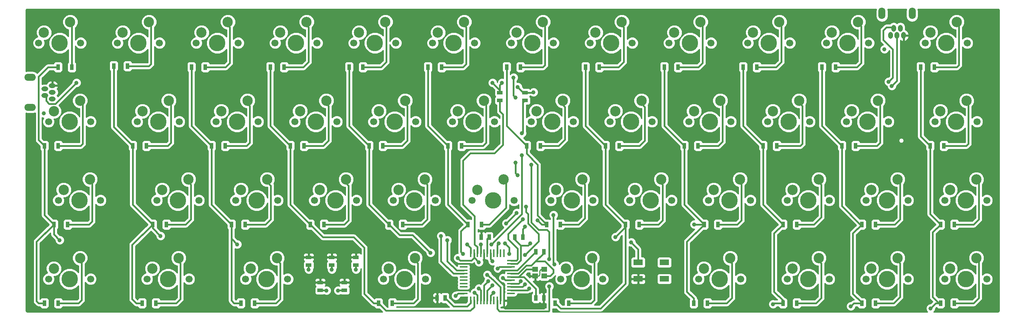
<source format=gbl>
G04 (created by PCBNEW (2013-07-07 BZR 4022)-stable) date 7/27/2014 4:03:04 PM*
%MOIN*%
G04 Gerber Fmt 3.4, Leading zero omitted, Abs format*
%FSLAX34Y34*%
G01*
G70*
G90*
G04 APERTURE LIST*
%ADD10C,0.00590551*%
%ADD11C,0.0001*%
%ADD12O,0.065X0.045*%
%ADD13O,0.11X0.067*%
%ADD14O,0.045X0.065*%
%ADD15O,0.067X0.11*%
%ADD16O,0.0748X0.016*%
%ADD17O,0.016X0.0748*%
%ADD18R,0.035X0.055*%
%ADD19R,0.055X0.035*%
%ADD20R,0.0906X0.0551*%
%ADD21R,0.0551X0.0453*%
%ADD22C,0.1567*%
%ADD23C,0.0984*%
%ADD24C,0.0669*%
%ADD25C,0.0393701*%
%ADD26C,0.016*%
%ADD27C,0.01*%
G04 APERTURE END LIST*
G54D10*
G54D11*
G36*
X121050Y-43931D02*
X121049Y-43987D01*
X121049Y-44033D01*
X121049Y-44070D01*
X121048Y-44099D01*
X121048Y-44121D01*
X121047Y-44136D01*
X121045Y-44147D01*
X121043Y-44153D01*
X121042Y-44155D01*
X121035Y-44157D01*
X121018Y-44161D01*
X120993Y-44167D01*
X120960Y-44174D01*
X120922Y-44181D01*
X120880Y-44190D01*
X120835Y-44198D01*
X120784Y-44207D01*
X120739Y-44216D01*
X120700Y-44224D01*
X120668Y-44231D01*
X120645Y-44237D01*
X120630Y-44241D01*
X120626Y-44243D01*
X120622Y-44250D01*
X120614Y-44265D01*
X120604Y-44288D01*
X120592Y-44317D01*
X120578Y-44350D01*
X120563Y-44385D01*
X120549Y-44421D01*
X120534Y-44458D01*
X120521Y-44492D01*
X120510Y-44522D01*
X120500Y-44548D01*
X120494Y-44567D01*
X120491Y-44578D01*
X120491Y-44580D01*
X120494Y-44586D01*
X120503Y-44600D01*
X120518Y-44622D01*
X120536Y-44649D01*
X120557Y-44681D01*
X120582Y-44716D01*
X120608Y-44754D01*
X120634Y-44792D01*
X120658Y-44828D01*
X120679Y-44861D01*
X120697Y-44888D01*
X120710Y-44910D01*
X120719Y-44924D01*
X120722Y-44931D01*
X120718Y-44937D01*
X120707Y-44950D01*
X120690Y-44969D01*
X120669Y-44992D01*
X120643Y-45018D01*
X120615Y-45047D01*
X120585Y-45078D01*
X120554Y-45109D01*
X120524Y-45139D01*
X120494Y-45168D01*
X120468Y-45194D01*
X120444Y-45216D01*
X120425Y-45233D01*
X120412Y-45245D01*
X120405Y-45250D01*
X120404Y-45250D01*
X120398Y-45247D01*
X120384Y-45238D01*
X120362Y-45224D01*
X120335Y-45206D01*
X120303Y-45185D01*
X120267Y-45161D01*
X120230Y-45136D01*
X120192Y-45110D01*
X120156Y-45085D01*
X120124Y-45064D01*
X120097Y-45047D01*
X120075Y-45033D01*
X120061Y-45025D01*
X120054Y-45022D01*
X120046Y-45024D01*
X120031Y-45031D01*
X120009Y-45042D01*
X119984Y-45055D01*
X119972Y-45061D01*
X119944Y-45076D01*
X119920Y-45087D01*
X119901Y-45095D01*
X119889Y-45099D01*
X119887Y-45099D01*
X119884Y-45097D01*
X119881Y-45093D01*
X119876Y-45085D01*
X119870Y-45073D01*
X119862Y-45057D01*
X119852Y-45034D01*
X119839Y-45006D01*
X119824Y-44971D01*
X119806Y-44929D01*
X119785Y-44878D01*
X119760Y-44818D01*
X119731Y-44749D01*
X119726Y-44737D01*
X119702Y-44677D01*
X119678Y-44620D01*
X119657Y-44567D01*
X119637Y-44518D01*
X119620Y-44475D01*
X119605Y-44438D01*
X119594Y-44408D01*
X119586Y-44386D01*
X119582Y-44373D01*
X119581Y-44369D01*
X119587Y-44363D01*
X119599Y-44352D01*
X119617Y-44338D01*
X119635Y-44325D01*
X119681Y-44291D01*
X119719Y-44259D01*
X119750Y-44227D01*
X119776Y-44192D01*
X119800Y-44153D01*
X119812Y-44131D01*
X119838Y-44067D01*
X119854Y-44001D01*
X119859Y-43934D01*
X119854Y-43867D01*
X119839Y-43802D01*
X119815Y-43740D01*
X119781Y-43680D01*
X119737Y-43625D01*
X119734Y-43622D01*
X119682Y-43574D01*
X119624Y-43535D01*
X119559Y-43505D01*
X119527Y-43494D01*
X119509Y-43489D01*
X119492Y-43485D01*
X119473Y-43483D01*
X119449Y-43482D01*
X119419Y-43481D01*
X119402Y-43481D01*
X119369Y-43481D01*
X119342Y-43482D01*
X119322Y-43484D01*
X119304Y-43487D01*
X119286Y-43492D01*
X119278Y-43494D01*
X119210Y-43521D01*
X119149Y-43556D01*
X119094Y-43600D01*
X119047Y-43652D01*
X119008Y-43710D01*
X118997Y-43731D01*
X118975Y-43782D01*
X118960Y-43830D01*
X118952Y-43880D01*
X118950Y-43933D01*
X118955Y-44004D01*
X118971Y-44072D01*
X118997Y-44136D01*
X119032Y-44195D01*
X119077Y-44248D01*
X119097Y-44267D01*
X119122Y-44288D01*
X119151Y-44310D01*
X119178Y-44330D01*
X119202Y-44346D01*
X119205Y-44347D01*
X119218Y-44357D01*
X119225Y-44367D01*
X119226Y-44369D01*
X119224Y-44376D01*
X119219Y-44393D01*
X119209Y-44419D01*
X119196Y-44454D01*
X119179Y-44497D01*
X119159Y-44547D01*
X119136Y-44604D01*
X119110Y-44667D01*
X119084Y-44729D01*
X119060Y-44788D01*
X119036Y-44844D01*
X119014Y-44897D01*
X118994Y-44945D01*
X118976Y-44988D01*
X118961Y-45024D01*
X118949Y-45053D01*
X118940Y-45074D01*
X118935Y-45086D01*
X118934Y-45089D01*
X118925Y-45097D01*
X118917Y-45100D01*
X118909Y-45097D01*
X118893Y-45090D01*
X118871Y-45080D01*
X118845Y-45066D01*
X118834Y-45060D01*
X118801Y-45043D01*
X118775Y-45031D01*
X118757Y-45024D01*
X118748Y-45023D01*
X118741Y-45027D01*
X118725Y-45036D01*
X118703Y-45050D01*
X118677Y-45067D01*
X118647Y-45087D01*
X118628Y-45100D01*
X118577Y-45136D01*
X118534Y-45165D01*
X118499Y-45189D01*
X118470Y-45209D01*
X118448Y-45224D01*
X118431Y-45235D01*
X118418Y-45242D01*
X118409Y-45247D01*
X118404Y-45249D01*
X118401Y-45250D01*
X118396Y-45246D01*
X118383Y-45235D01*
X118364Y-45218D01*
X118340Y-45196D01*
X118312Y-45169D01*
X118281Y-45138D01*
X118248Y-45105D01*
X118241Y-45098D01*
X118207Y-45064D01*
X118176Y-45033D01*
X118148Y-45004D01*
X118124Y-44979D01*
X118105Y-44959D01*
X118092Y-44945D01*
X118086Y-44938D01*
X118086Y-44937D01*
X118085Y-44934D01*
X118085Y-44931D01*
X118086Y-44927D01*
X118088Y-44920D01*
X118093Y-44911D01*
X118101Y-44899D01*
X118112Y-44882D01*
X118128Y-44859D01*
X118147Y-44830D01*
X118172Y-44793D01*
X118203Y-44749D01*
X118206Y-44745D01*
X118232Y-44707D01*
X118255Y-44672D01*
X118276Y-44640D01*
X118294Y-44614D01*
X118307Y-44593D01*
X118315Y-44580D01*
X118317Y-44574D01*
X118315Y-44567D01*
X118309Y-44551D01*
X118301Y-44528D01*
X118289Y-44498D01*
X118275Y-44463D01*
X118260Y-44424D01*
X118252Y-44405D01*
X118233Y-44357D01*
X118217Y-44318D01*
X118204Y-44288D01*
X118194Y-44266D01*
X118186Y-44251D01*
X118180Y-44242D01*
X118176Y-44238D01*
X118168Y-44236D01*
X118150Y-44232D01*
X118124Y-44227D01*
X118091Y-44220D01*
X118053Y-44213D01*
X118010Y-44205D01*
X117968Y-44197D01*
X117922Y-44189D01*
X117880Y-44180D01*
X117842Y-44173D01*
X117811Y-44166D01*
X117786Y-44161D01*
X117770Y-44157D01*
X117764Y-44155D01*
X117762Y-44151D01*
X117760Y-44144D01*
X117759Y-44131D01*
X117758Y-44113D01*
X117757Y-44088D01*
X117756Y-44055D01*
X117756Y-44013D01*
X117756Y-43962D01*
X117756Y-43930D01*
X117756Y-43712D01*
X117769Y-43704D01*
X117777Y-43701D01*
X117795Y-43697D01*
X117821Y-43691D01*
X117854Y-43684D01*
X117893Y-43676D01*
X117936Y-43668D01*
X117983Y-43659D01*
X117984Y-43659D01*
X118030Y-43651D01*
X118073Y-43642D01*
X118111Y-43635D01*
X118144Y-43628D01*
X118169Y-43622D01*
X118186Y-43618D01*
X118193Y-43615D01*
X118194Y-43615D01*
X118198Y-43608D01*
X118205Y-43593D01*
X118216Y-43570D01*
X118228Y-43542D01*
X118242Y-43510D01*
X118257Y-43476D01*
X118272Y-43440D01*
X118287Y-43406D01*
X118300Y-43374D01*
X118312Y-43346D01*
X118321Y-43324D01*
X118326Y-43308D01*
X118328Y-43302D01*
X118325Y-43296D01*
X118316Y-43281D01*
X118303Y-43260D01*
X118285Y-43232D01*
X118263Y-43200D01*
X118239Y-43164D01*
X118212Y-43125D01*
X118208Y-43119D01*
X118181Y-43079D01*
X118156Y-43042D01*
X118134Y-43009D01*
X118115Y-42980D01*
X118100Y-42957D01*
X118090Y-42941D01*
X118085Y-42933D01*
X118085Y-42933D01*
X118086Y-42928D01*
X118091Y-42921D01*
X118099Y-42910D01*
X118113Y-42894D01*
X118132Y-42873D01*
X118158Y-42847D01*
X118190Y-42814D01*
X118229Y-42775D01*
X118237Y-42767D01*
X118276Y-42727D01*
X118312Y-42693D01*
X118342Y-42664D01*
X118367Y-42641D01*
X118386Y-42624D01*
X118398Y-42614D01*
X118402Y-42612D01*
X118409Y-42615D01*
X118424Y-42623D01*
X118446Y-42637D01*
X118474Y-42655D01*
X118506Y-42676D01*
X118543Y-42701D01*
X118582Y-42727D01*
X118586Y-42730D01*
X118625Y-42757D01*
X118662Y-42782D01*
X118695Y-42805D01*
X118724Y-42824D01*
X118747Y-42839D01*
X118763Y-42850D01*
X118771Y-42855D01*
X118771Y-42855D01*
X118776Y-42857D01*
X118783Y-42856D01*
X118794Y-42854D01*
X118809Y-42849D01*
X118830Y-42842D01*
X118858Y-42831D01*
X118895Y-42816D01*
X118921Y-42805D01*
X118967Y-42787D01*
X119003Y-42772D01*
X119032Y-42760D01*
X119053Y-42750D01*
X119068Y-42743D01*
X119079Y-42738D01*
X119085Y-42733D01*
X119089Y-42729D01*
X119091Y-42726D01*
X119092Y-42723D01*
X119094Y-42715D01*
X119097Y-42698D01*
X119102Y-42672D01*
X119109Y-42639D01*
X119116Y-42600D01*
X119124Y-42557D01*
X119133Y-42511D01*
X119134Y-42506D01*
X119143Y-42459D01*
X119151Y-42416D01*
X119159Y-42377D01*
X119166Y-42344D01*
X119172Y-42318D01*
X119176Y-42300D01*
X119178Y-42292D01*
X119179Y-42292D01*
X119182Y-42290D01*
X119189Y-42288D01*
X119200Y-42287D01*
X119217Y-42286D01*
X119241Y-42285D01*
X119272Y-42284D01*
X119311Y-42284D01*
X119360Y-42284D01*
X119402Y-42284D01*
X119450Y-42284D01*
X119495Y-42284D01*
X119535Y-42285D01*
X119570Y-42286D01*
X119597Y-42286D01*
X119616Y-42287D01*
X119626Y-42288D01*
X119626Y-42288D01*
X119629Y-42295D01*
X119634Y-42312D01*
X119640Y-42338D01*
X119647Y-42373D01*
X119656Y-42416D01*
X119665Y-42465D01*
X119674Y-42511D01*
X119683Y-42559D01*
X119692Y-42603D01*
X119700Y-42643D01*
X119706Y-42677D01*
X119712Y-42704D01*
X119717Y-42723D01*
X119719Y-42733D01*
X119720Y-42734D01*
X119727Y-42738D01*
X119742Y-42745D01*
X119765Y-42755D01*
X119792Y-42767D01*
X119824Y-42780D01*
X119858Y-42794D01*
X119893Y-42808D01*
X119927Y-42822D01*
X119959Y-42834D01*
X119987Y-42845D01*
X120009Y-42853D01*
X120024Y-42858D01*
X120030Y-42860D01*
X120036Y-42856D01*
X120050Y-42847D01*
X120071Y-42833D01*
X120098Y-42814D01*
X120130Y-42792D01*
X120166Y-42768D01*
X120206Y-42741D01*
X120215Y-42734D01*
X120255Y-42707D01*
X120292Y-42682D01*
X120326Y-42660D01*
X120355Y-42641D01*
X120378Y-42626D01*
X120394Y-42616D01*
X120403Y-42612D01*
X120404Y-42612D01*
X120410Y-42615D01*
X120423Y-42626D01*
X120441Y-42643D01*
X120464Y-42665D01*
X120491Y-42690D01*
X120520Y-42719D01*
X120551Y-42749D01*
X120581Y-42780D01*
X120612Y-42810D01*
X120640Y-42840D01*
X120666Y-42866D01*
X120688Y-42890D01*
X120706Y-42909D01*
X120717Y-42923D01*
X120722Y-42930D01*
X120722Y-42930D01*
X120719Y-42937D01*
X120710Y-42951D01*
X120696Y-42973D01*
X120678Y-43001D01*
X120657Y-43033D01*
X120633Y-43069D01*
X120606Y-43108D01*
X120605Y-43110D01*
X120578Y-43149D01*
X120553Y-43186D01*
X120530Y-43219D01*
X120511Y-43247D01*
X120497Y-43270D01*
X120486Y-43285D01*
X120482Y-43293D01*
X120482Y-43293D01*
X120481Y-43298D01*
X120482Y-43306D01*
X120486Y-43319D01*
X120492Y-43338D01*
X120502Y-43363D01*
X120516Y-43396D01*
X120533Y-43437D01*
X120542Y-43458D01*
X120560Y-43500D01*
X120576Y-43536D01*
X120591Y-43568D01*
X120603Y-43592D01*
X120612Y-43609D01*
X120617Y-43617D01*
X120618Y-43618D01*
X120625Y-43620D01*
X120642Y-43624D01*
X120668Y-43629D01*
X120700Y-43636D01*
X120739Y-43643D01*
X120782Y-43652D01*
X120829Y-43661D01*
X120834Y-43661D01*
X120887Y-43672D01*
X120934Y-43681D01*
X120974Y-43689D01*
X121005Y-43696D01*
X121028Y-43702D01*
X121042Y-43706D01*
X121045Y-43707D01*
X121046Y-43714D01*
X121047Y-43731D01*
X121048Y-43756D01*
X121048Y-43789D01*
X121049Y-43828D01*
X121049Y-43871D01*
X121050Y-43919D01*
X121050Y-43931D01*
X121050Y-43931D01*
X121050Y-43931D01*
G37*
G54D12*
X38585Y-39830D03*
X37897Y-39515D03*
X38585Y-39200D03*
X37897Y-38885D03*
X38585Y-38570D03*
G54D13*
X36489Y-37764D03*
X36489Y-40636D03*
G54D14*
X118370Y-33785D03*
X118685Y-33097D03*
X119000Y-33785D03*
X119315Y-33097D03*
X119630Y-33785D03*
G54D15*
X120436Y-31689D03*
X117564Y-31689D03*
G54D16*
X77750Y-56800D03*
X77750Y-56485D03*
X77750Y-56170D03*
X77750Y-55855D03*
X77750Y-55540D03*
X77750Y-55225D03*
X77750Y-57115D03*
X77750Y-57430D03*
X77750Y-57745D03*
X77750Y-58060D03*
X77750Y-58375D03*
X82250Y-56800D03*
X82250Y-56485D03*
X82250Y-56170D03*
X82250Y-55855D03*
X82250Y-55540D03*
X82250Y-55225D03*
X82250Y-57115D03*
X82250Y-57430D03*
X82250Y-57745D03*
X82250Y-58060D03*
X82250Y-58375D03*
G54D17*
X80000Y-54550D03*
X80000Y-59050D03*
X80315Y-54550D03*
X80315Y-59050D03*
X80630Y-59050D03*
X80630Y-54550D03*
X80945Y-54550D03*
X80945Y-59050D03*
X81260Y-59050D03*
X81260Y-54550D03*
X81575Y-54550D03*
X81575Y-59050D03*
X79685Y-59050D03*
X79685Y-54550D03*
X79370Y-54550D03*
X79370Y-59050D03*
X79055Y-59050D03*
X79055Y-54550D03*
X78740Y-54550D03*
X78740Y-59050D03*
X78425Y-59050D03*
X78425Y-54550D03*
G54D18*
X78145Y-51800D03*
X79455Y-51800D03*
X70645Y-51800D03*
X71955Y-51800D03*
X39145Y-36800D03*
X40455Y-36800D03*
X85645Y-51800D03*
X86955Y-51800D03*
X66845Y-36800D03*
X68155Y-36800D03*
X69645Y-59300D03*
X70955Y-59300D03*
X63145Y-51800D03*
X64455Y-51800D03*
X61245Y-44300D03*
X62555Y-44300D03*
X59345Y-36800D03*
X60655Y-36800D03*
X83745Y-44300D03*
X85055Y-44300D03*
X81845Y-36800D03*
X83155Y-36800D03*
X89345Y-36800D03*
X90655Y-36800D03*
X76245Y-44300D03*
X77555Y-44300D03*
X56545Y-59300D03*
X57855Y-59300D03*
X47145Y-59300D03*
X48455Y-59300D03*
X55645Y-51800D03*
X56955Y-51800D03*
X53745Y-44300D03*
X55055Y-44300D03*
X48145Y-51800D03*
X49455Y-51800D03*
X46245Y-44300D03*
X47555Y-44300D03*
X37845Y-44300D03*
X39155Y-44300D03*
X51845Y-36800D03*
X53155Y-36800D03*
X44445Y-36700D03*
X45755Y-36700D03*
X113745Y-44300D03*
X115055Y-44300D03*
X38745Y-51800D03*
X40055Y-51800D03*
X100645Y-51800D03*
X101955Y-51800D03*
X93145Y-51800D03*
X94455Y-51800D03*
X74345Y-36800D03*
X75655Y-36800D03*
X121245Y-36800D03*
X122555Y-36800D03*
X122145Y-44300D03*
X123455Y-44300D03*
X115645Y-59300D03*
X116955Y-59300D03*
X123145Y-51800D03*
X124455Y-51800D03*
X111845Y-36800D03*
X113155Y-36800D03*
X115645Y-51800D03*
X116955Y-51800D03*
X91245Y-44300D03*
X92555Y-44300D03*
X108145Y-59300D03*
X109455Y-59300D03*
X108145Y-51800D03*
X109455Y-51800D03*
X104345Y-36800D03*
X105655Y-36800D03*
X106245Y-44300D03*
X107555Y-44300D03*
X68745Y-44300D03*
X70055Y-44300D03*
X98745Y-44300D03*
X100055Y-44300D03*
X96845Y-36800D03*
X98155Y-36800D03*
X99645Y-59300D03*
X100955Y-59300D03*
X86445Y-59300D03*
X87755Y-59300D03*
X37845Y-59300D03*
X39155Y-59300D03*
X83375Y-53000D03*
X82625Y-53000D03*
X75975Y-58800D03*
X75225Y-58800D03*
X80175Y-53000D03*
X79425Y-53000D03*
G54D19*
X83600Y-39975D03*
X83600Y-39225D03*
X81200Y-39975D03*
X81200Y-39225D03*
G54D18*
X85375Y-54400D03*
X84625Y-54400D03*
G54D19*
X66400Y-58075D03*
X66400Y-57325D03*
X67500Y-55675D03*
X67500Y-54925D03*
X65200Y-55675D03*
X65200Y-54925D03*
G54D18*
X84625Y-58800D03*
X85375Y-58800D03*
G54D19*
X64100Y-58075D03*
X64100Y-57325D03*
X63000Y-55675D03*
X63000Y-54925D03*
G54D20*
X94360Y-56988D03*
X96840Y-55413D03*
X96840Y-56987D03*
X94360Y-55413D03*
G54D21*
X85433Y-56085D03*
X84567Y-56085D03*
X85433Y-56715D03*
X84567Y-56715D03*
G54D18*
X123145Y-59300D03*
X124455Y-59300D03*
G54D22*
X125550Y-57000D03*
G54D23*
X126550Y-55000D03*
X124050Y-56000D03*
G54D24*
X123550Y-57000D03*
X127550Y-57000D03*
G54D22*
X71175Y-42000D03*
G54D23*
X72175Y-40000D03*
X69675Y-41000D03*
G54D24*
X69175Y-42000D03*
X73175Y-42000D03*
G54D22*
X80550Y-49500D03*
G54D23*
X81550Y-47500D03*
X79050Y-48500D03*
G54D24*
X78550Y-49500D03*
X82550Y-49500D03*
G54D22*
X91800Y-34500D03*
G54D23*
X92800Y-32500D03*
X90300Y-33500D03*
G54D24*
X89800Y-34500D03*
X93800Y-34500D03*
G54D22*
X72112Y-57000D03*
G54D23*
X73112Y-55000D03*
X70612Y-56000D03*
G54D24*
X70112Y-57000D03*
X74112Y-57000D03*
G54D22*
X99300Y-34500D03*
G54D23*
X100300Y-32500D03*
X97800Y-33500D03*
G54D24*
X97300Y-34500D03*
X101300Y-34500D03*
G54D22*
X106800Y-34500D03*
G54D23*
X107800Y-32500D03*
X105300Y-33500D03*
G54D24*
X104800Y-34500D03*
X108800Y-34500D03*
G54D22*
X110550Y-57000D03*
G54D23*
X111550Y-55000D03*
X109050Y-56000D03*
G54D24*
X108550Y-57000D03*
X112550Y-57000D03*
G54D22*
X118050Y-49500D03*
G54D23*
X119050Y-47500D03*
X116550Y-48500D03*
G54D24*
X116050Y-49500D03*
X120050Y-49500D03*
G54D22*
X50550Y-49500D03*
G54D23*
X51550Y-47500D03*
X49050Y-48500D03*
G54D24*
X48550Y-49500D03*
X52550Y-49500D03*
G54D22*
X58050Y-49500D03*
G54D23*
X59050Y-47500D03*
X56550Y-48500D03*
G54D24*
X56050Y-49500D03*
X60050Y-49500D03*
G54D22*
X65550Y-49500D03*
G54D23*
X66550Y-47500D03*
X64050Y-48500D03*
G54D24*
X63550Y-49500D03*
X67550Y-49500D03*
G54D22*
X73050Y-49500D03*
G54D23*
X74050Y-47500D03*
X71550Y-48500D03*
G54D24*
X71050Y-49500D03*
X75050Y-49500D03*
G54D22*
X63675Y-42000D03*
G54D23*
X64675Y-40000D03*
X62175Y-41000D03*
G54D24*
X61675Y-42000D03*
X65675Y-42000D03*
G54D22*
X93675Y-42000D03*
G54D23*
X94675Y-40000D03*
X92175Y-41000D03*
G54D24*
X91675Y-42000D03*
X95675Y-42000D03*
G54D22*
X101175Y-42000D03*
G54D23*
X102175Y-40000D03*
X99675Y-41000D03*
G54D24*
X99175Y-42000D03*
X103175Y-42000D03*
G54D22*
X108675Y-42000D03*
G54D23*
X109675Y-40000D03*
X107175Y-41000D03*
G54D24*
X106675Y-42000D03*
X110675Y-42000D03*
G54D22*
X88050Y-49500D03*
G54D23*
X89050Y-47500D03*
X86550Y-48500D03*
G54D24*
X86050Y-49500D03*
X90050Y-49500D03*
G54D22*
X102112Y-57000D03*
G54D23*
X103112Y-55000D03*
X100612Y-56000D03*
G54D24*
X100112Y-57000D03*
X104112Y-57000D03*
G54D22*
X103050Y-49500D03*
G54D23*
X104050Y-47500D03*
X101550Y-48500D03*
G54D24*
X101050Y-49500D03*
X105050Y-49500D03*
G54D22*
X95550Y-49500D03*
G54D23*
X96550Y-47500D03*
X94050Y-48500D03*
G54D24*
X93550Y-49500D03*
X97550Y-49500D03*
G54D22*
X86175Y-42000D03*
G54D23*
X87175Y-40000D03*
X84675Y-41000D03*
G54D24*
X84175Y-42000D03*
X88175Y-42000D03*
G54D22*
X76800Y-34500D03*
G54D23*
X77800Y-32500D03*
X75300Y-33500D03*
G54D24*
X74800Y-34500D03*
X78800Y-34500D03*
G54D22*
X58987Y-57000D03*
G54D23*
X59987Y-55000D03*
X57487Y-56000D03*
G54D24*
X56987Y-57000D03*
X60987Y-57000D03*
G54D22*
X49612Y-57000D03*
G54D23*
X50612Y-55000D03*
X48112Y-56000D03*
G54D24*
X47612Y-57000D03*
X51612Y-57000D03*
G54D22*
X118050Y-57000D03*
G54D23*
X119050Y-55000D03*
X116550Y-56000D03*
G54D24*
X116050Y-57000D03*
X120050Y-57000D03*
G54D22*
X84300Y-34500D03*
G54D23*
X85300Y-32500D03*
X82800Y-33500D03*
G54D24*
X82300Y-34500D03*
X86300Y-34500D03*
G54D22*
X40237Y-57000D03*
G54D23*
X41237Y-55000D03*
X38737Y-56000D03*
G54D24*
X38237Y-57000D03*
X42237Y-57000D03*
G54D22*
X41175Y-49500D03*
G54D23*
X42175Y-47500D03*
X39675Y-48500D03*
G54D24*
X39175Y-49500D03*
X43175Y-49500D03*
G54D22*
X39300Y-34500D03*
G54D23*
X40300Y-32500D03*
X37800Y-33500D03*
G54D24*
X37300Y-34500D03*
X41300Y-34500D03*
G54D22*
X46800Y-34500D03*
G54D23*
X47800Y-32500D03*
X45300Y-33500D03*
G54D24*
X44800Y-34500D03*
X48800Y-34500D03*
G54D22*
X54300Y-34500D03*
G54D23*
X55300Y-32500D03*
X52800Y-33500D03*
G54D24*
X52300Y-34500D03*
X56300Y-34500D03*
G54D22*
X61800Y-34500D03*
G54D23*
X62800Y-32500D03*
X60300Y-33500D03*
G54D24*
X59800Y-34500D03*
X63800Y-34500D03*
G54D22*
X69300Y-34500D03*
G54D23*
X70300Y-32500D03*
X67800Y-33500D03*
G54D24*
X67300Y-34500D03*
X71300Y-34500D03*
G54D22*
X78675Y-42000D03*
G54D23*
X79675Y-40000D03*
X77175Y-41000D03*
G54D24*
X76675Y-42000D03*
X80675Y-42000D03*
G54D22*
X114300Y-34500D03*
G54D23*
X115300Y-32500D03*
X112800Y-33500D03*
G54D24*
X112300Y-34500D03*
X116300Y-34500D03*
G54D22*
X48675Y-42000D03*
G54D23*
X49675Y-40000D03*
X47175Y-41000D03*
G54D24*
X46675Y-42000D03*
X50675Y-42000D03*
G54D22*
X40237Y-42000D03*
G54D23*
X41237Y-40000D03*
X38737Y-41000D03*
G54D24*
X38237Y-42000D03*
X42237Y-42000D03*
G54D22*
X123675Y-34500D03*
G54D23*
X124675Y-32500D03*
X122175Y-33500D03*
G54D24*
X121675Y-34500D03*
X125675Y-34500D03*
G54D22*
X116175Y-42000D03*
G54D23*
X117175Y-40000D03*
X114675Y-41000D03*
G54D24*
X114175Y-42000D03*
X118175Y-42000D03*
G54D22*
X110550Y-49500D03*
G54D23*
X111550Y-47500D03*
X109050Y-48500D03*
G54D24*
X108550Y-49500D03*
X112550Y-49500D03*
G54D22*
X56175Y-42000D03*
G54D23*
X57175Y-40000D03*
X54675Y-41000D03*
G54D24*
X54175Y-42000D03*
X58175Y-42000D03*
G54D22*
X88987Y-57000D03*
G54D23*
X89987Y-55000D03*
X87487Y-56000D03*
G54D24*
X86987Y-57000D03*
X90987Y-57000D03*
G54D22*
X124612Y-42000D03*
G54D23*
X125612Y-40000D03*
X123112Y-41000D03*
G54D24*
X122612Y-42000D03*
X126612Y-42000D03*
G54D22*
X125550Y-49500D03*
G54D23*
X126550Y-47500D03*
X124050Y-48500D03*
G54D24*
X123550Y-49500D03*
X127550Y-49500D03*
G54D25*
X39300Y-53300D03*
X76200Y-53300D03*
X107200Y-59400D03*
X80100Y-57200D03*
X114600Y-59600D03*
X80500Y-57600D03*
X122200Y-59800D03*
X80600Y-58300D03*
X48900Y-52900D03*
X75600Y-52900D03*
X56200Y-53700D03*
X78100Y-53700D03*
X74600Y-54500D03*
X78800Y-58300D03*
X77700Y-54600D03*
X79200Y-57900D03*
X83600Y-54700D03*
X84800Y-51400D03*
X83700Y-50100D03*
X85900Y-57700D03*
X92200Y-53000D03*
X81100Y-53600D03*
X99700Y-51800D03*
X83400Y-51300D03*
X81800Y-51700D03*
X81700Y-53600D03*
X82100Y-54600D03*
X81500Y-56900D03*
X82700Y-45900D03*
X82900Y-47100D03*
X82800Y-50700D03*
X82500Y-37800D03*
X82700Y-39700D03*
X84200Y-46100D03*
X85900Y-55100D03*
X83200Y-57200D03*
X86400Y-55600D03*
X83600Y-57500D03*
X86300Y-50900D03*
X84000Y-57900D03*
X80600Y-52100D03*
X76800Y-53300D03*
X82900Y-38700D03*
X118500Y-38600D03*
X84400Y-39200D03*
X93700Y-53500D03*
X84100Y-53600D03*
X118200Y-38200D03*
X81400Y-38300D03*
X80500Y-38300D03*
X40900Y-38300D03*
X83300Y-43100D03*
X79400Y-53700D03*
X80400Y-53700D03*
X83300Y-45200D03*
X83600Y-52000D03*
X79200Y-55400D03*
X80000Y-56600D03*
X77000Y-58600D03*
X81000Y-56000D03*
X80500Y-55300D03*
X77200Y-55000D03*
X117800Y-35100D03*
X37800Y-41200D03*
X67500Y-56100D03*
X65200Y-56100D03*
X63000Y-56100D03*
X65800Y-58100D03*
X64700Y-58100D03*
G54D26*
X77750Y-56170D02*
X77070Y-56170D01*
X38745Y-52745D02*
X38745Y-51800D01*
X39300Y-53300D02*
X38745Y-52745D01*
X76200Y-55300D02*
X76200Y-53300D01*
X77070Y-56170D02*
X76200Y-55300D01*
X39145Y-36800D02*
X38200Y-36800D01*
X37300Y-43755D02*
X37845Y-44300D01*
X37300Y-37700D02*
X37300Y-43755D01*
X38200Y-36800D02*
X37300Y-37700D01*
X37845Y-59300D02*
X37300Y-59300D01*
X37100Y-53445D02*
X38745Y-51800D01*
X37100Y-59100D02*
X37100Y-53445D01*
X37300Y-59300D02*
X37100Y-59100D01*
X37845Y-44300D02*
X37845Y-50900D01*
X37845Y-50900D02*
X38745Y-51800D01*
X79685Y-59050D02*
X79685Y-57615D01*
X107300Y-59300D02*
X108145Y-59300D01*
X107200Y-59400D02*
X107300Y-59300D01*
X79685Y-57615D02*
X80100Y-57200D01*
X108145Y-59300D02*
X108145Y-59045D01*
X107300Y-52645D02*
X108145Y-51800D01*
X107300Y-58200D02*
X107300Y-52645D01*
X108145Y-59045D02*
X107300Y-58200D01*
X104345Y-36800D02*
X104345Y-42400D01*
X104345Y-42400D02*
X106245Y-44300D01*
X106245Y-44300D02*
X106245Y-49900D01*
X106245Y-49900D02*
X108145Y-51800D01*
X80000Y-59050D02*
X80000Y-58100D01*
X114900Y-59300D02*
X115645Y-59300D01*
X114600Y-59600D02*
X114900Y-59300D01*
X80000Y-58100D02*
X80500Y-57600D01*
X115645Y-59300D02*
X115645Y-59245D01*
X114800Y-52645D02*
X115645Y-51800D01*
X114800Y-58400D02*
X114800Y-52645D01*
X115645Y-59245D02*
X114800Y-58400D01*
X111845Y-36800D02*
X111845Y-42400D01*
X111845Y-42400D02*
X113745Y-44300D01*
X113745Y-44300D02*
X113745Y-50045D01*
X115500Y-51800D02*
X115645Y-51800D01*
X113745Y-50045D02*
X115500Y-51800D01*
X80315Y-59050D02*
X80315Y-58585D01*
X122700Y-59300D02*
X123145Y-59300D01*
X122200Y-59800D02*
X122700Y-59300D01*
X80315Y-58585D02*
X80600Y-58300D01*
X123145Y-59300D02*
X123000Y-59300D01*
X122400Y-52545D02*
X123145Y-51800D01*
X122400Y-58700D02*
X122400Y-52545D01*
X123000Y-59300D02*
X122400Y-58700D01*
X121245Y-36800D02*
X121245Y-43400D01*
X121245Y-43400D02*
X122145Y-44300D01*
X122145Y-44300D02*
X122145Y-50800D01*
X122145Y-50800D02*
X123145Y-51800D01*
X77750Y-56485D02*
X76785Y-56485D01*
X48145Y-52145D02*
X48145Y-51800D01*
X48900Y-52900D02*
X48145Y-52145D01*
X75600Y-55300D02*
X75600Y-52900D01*
X76785Y-56485D02*
X75600Y-55300D01*
X47145Y-59300D02*
X46600Y-59300D01*
X46200Y-53745D02*
X48145Y-51800D01*
X46200Y-58900D02*
X46200Y-53745D01*
X46600Y-59300D02*
X46200Y-58900D01*
X44445Y-36700D02*
X44445Y-42500D01*
X44445Y-42500D02*
X46245Y-44300D01*
X46245Y-44300D02*
X46245Y-49900D01*
X46245Y-49900D02*
X48145Y-51800D01*
X78425Y-54550D02*
X78425Y-54025D01*
X55645Y-53145D02*
X55645Y-51800D01*
X56200Y-53700D02*
X55645Y-53145D01*
X78425Y-54025D02*
X78100Y-53700D01*
X56545Y-59300D02*
X55900Y-59300D01*
X55645Y-59045D02*
X55645Y-51800D01*
X55900Y-59300D02*
X55645Y-59045D01*
X51845Y-36800D02*
X51845Y-42400D01*
X51845Y-42400D02*
X53745Y-44300D01*
X53745Y-44300D02*
X53745Y-49900D01*
X53745Y-49900D02*
X55645Y-51800D01*
X78740Y-59050D02*
X78740Y-59660D01*
X70345Y-60000D02*
X69645Y-59300D01*
X78400Y-60000D02*
X70345Y-60000D01*
X78740Y-59660D02*
X78400Y-60000D01*
X59345Y-36800D02*
X59345Y-42400D01*
X59345Y-42400D02*
X61245Y-44300D01*
X69645Y-59300D02*
X69200Y-59300D01*
X64345Y-53000D02*
X63145Y-51800D01*
X67300Y-53000D02*
X64345Y-53000D01*
X68300Y-54000D02*
X67300Y-53000D01*
X68300Y-58400D02*
X68300Y-54000D01*
X69200Y-59300D02*
X68300Y-58400D01*
X61245Y-44300D02*
X61245Y-49900D01*
X61245Y-49900D02*
X63145Y-51800D01*
X79055Y-59050D02*
X79055Y-58555D01*
X71645Y-52800D02*
X70645Y-51800D01*
X72900Y-52800D02*
X71645Y-52800D01*
X74600Y-54500D02*
X72900Y-52800D01*
X79055Y-58555D02*
X78800Y-58300D01*
X66845Y-36800D02*
X66845Y-42400D01*
X66845Y-42400D02*
X68745Y-44300D01*
X68745Y-44300D02*
X68745Y-49900D01*
X68745Y-49900D02*
X70645Y-51800D01*
X79370Y-59050D02*
X79370Y-58070D01*
X77500Y-52445D02*
X78145Y-51800D01*
X77500Y-54400D02*
X77500Y-52445D01*
X77700Y-54600D02*
X77500Y-54400D01*
X79370Y-58070D02*
X79200Y-57900D01*
X74345Y-36800D02*
X74345Y-42400D01*
X74345Y-42400D02*
X76245Y-44300D01*
X76245Y-44300D02*
X76245Y-49900D01*
X76245Y-49900D02*
X78145Y-51800D01*
X83900Y-50800D02*
X83700Y-50600D01*
X83700Y-50600D02*
X83700Y-50100D01*
X84900Y-52700D02*
X83900Y-51700D01*
X83600Y-54700D02*
X84000Y-54300D01*
X84000Y-54300D02*
X84900Y-53400D01*
X84900Y-53400D02*
X84900Y-52700D01*
X85645Y-51800D02*
X85200Y-51800D01*
X84800Y-51400D02*
X85200Y-51800D01*
X83900Y-51700D02*
X83900Y-51400D01*
X83900Y-51400D02*
X83900Y-50800D01*
X80945Y-59845D02*
X80945Y-59050D01*
X81160Y-60060D02*
X80945Y-59845D01*
X85839Y-60060D02*
X81160Y-60060D01*
X85900Y-60000D02*
X85839Y-60060D01*
X85900Y-57700D02*
X85900Y-60000D01*
X83745Y-44300D02*
X83745Y-45045D01*
X84800Y-50955D02*
X85645Y-51800D01*
X84800Y-46100D02*
X84800Y-50955D01*
X83745Y-45045D02*
X84800Y-46100D01*
X81845Y-36800D02*
X81845Y-42400D01*
X81845Y-42400D02*
X83745Y-44300D01*
X92200Y-53000D02*
X93145Y-52055D01*
X93145Y-51800D02*
X93145Y-52055D01*
X80945Y-53755D02*
X80945Y-54550D01*
X80945Y-53755D02*
X81100Y-53600D01*
X86445Y-59300D02*
X86500Y-59300D01*
X93145Y-57455D02*
X93145Y-51800D01*
X90800Y-59800D02*
X93145Y-57455D01*
X87000Y-59800D02*
X90800Y-59800D01*
X86500Y-59300D02*
X87000Y-59800D01*
X89345Y-36800D02*
X89345Y-42400D01*
X89345Y-42400D02*
X91245Y-44300D01*
X91245Y-44300D02*
X91245Y-49900D01*
X91245Y-49900D02*
X93145Y-51800D01*
X100645Y-51800D02*
X99700Y-51800D01*
X82250Y-55225D02*
X82775Y-55225D01*
X82775Y-55225D02*
X82900Y-55100D01*
X82900Y-55100D02*
X82900Y-54100D01*
X82900Y-54100D02*
X82000Y-53200D01*
X82000Y-53200D02*
X82000Y-52700D01*
X82000Y-52700D02*
X82700Y-52000D01*
X82700Y-52000D02*
X83400Y-51300D01*
X99645Y-59300D02*
X99645Y-58845D01*
X99000Y-53445D02*
X100645Y-51800D01*
X99000Y-58200D02*
X99000Y-53445D01*
X99645Y-58845D02*
X99000Y-58200D01*
X96845Y-36800D02*
X96845Y-42400D01*
X96845Y-42400D02*
X98745Y-44300D01*
X98745Y-44300D02*
X98745Y-49900D01*
X98745Y-49900D02*
X100645Y-51800D01*
X81800Y-51700D02*
X82800Y-50700D01*
X82250Y-57115D02*
X81715Y-57115D01*
X82100Y-54000D02*
X81700Y-53600D01*
X82100Y-54600D02*
X82100Y-54000D01*
X81715Y-57115D02*
X81500Y-56900D01*
X82700Y-46900D02*
X82700Y-45900D01*
X82900Y-47100D02*
X82700Y-46900D01*
X82500Y-39500D02*
X82500Y-37800D01*
X82700Y-39700D02*
X82500Y-39500D01*
X82250Y-57430D02*
X82970Y-57430D01*
X84200Y-51600D02*
X84200Y-46100D01*
X84900Y-52300D02*
X84200Y-51600D01*
X85700Y-52300D02*
X84900Y-52300D01*
X85900Y-52500D02*
X85700Y-52300D01*
X85900Y-55100D02*
X85900Y-52500D01*
X82970Y-57430D02*
X83200Y-57200D01*
X83355Y-57745D02*
X83600Y-57500D01*
X82250Y-57745D02*
X83355Y-57745D01*
X86300Y-55500D02*
X86300Y-50900D01*
X86400Y-55600D02*
X86300Y-55500D01*
X82250Y-58060D02*
X83840Y-58060D01*
X83840Y-58060D02*
X84000Y-57900D01*
G54D27*
X84567Y-56715D02*
X84885Y-56715D01*
X85115Y-56085D02*
X85433Y-56085D01*
X85000Y-56200D02*
X85115Y-56085D01*
X85000Y-56600D02*
X85000Y-56200D01*
X84885Y-56715D02*
X85000Y-56600D01*
G54D26*
X85400Y-59800D02*
X85400Y-58825D01*
X81575Y-59675D02*
X81700Y-59800D01*
X81700Y-59800D02*
X85400Y-59800D01*
X81575Y-59050D02*
X81575Y-59675D01*
X84567Y-57267D02*
X84567Y-56715D01*
X85400Y-58100D02*
X84567Y-57267D01*
X85400Y-58825D02*
X85400Y-58100D01*
X82250Y-56170D02*
X82855Y-56170D01*
X82855Y-56170D02*
X84625Y-54400D01*
X76700Y-54600D02*
X76700Y-55200D01*
X79425Y-52525D02*
X79550Y-52400D01*
X79550Y-52400D02*
X80300Y-52400D01*
X80300Y-52400D02*
X80600Y-52100D01*
X76800Y-53300D02*
X76700Y-53400D01*
X76700Y-53400D02*
X76700Y-54600D01*
X79425Y-53000D02*
X79425Y-52525D01*
X77040Y-55540D02*
X77750Y-55540D01*
X76700Y-55200D02*
X77040Y-55540D01*
X77750Y-58060D02*
X78240Y-58060D01*
X78900Y-57400D02*
X78900Y-56100D01*
X78240Y-58060D02*
X78900Y-57400D01*
X77750Y-55540D02*
X78340Y-55540D01*
X78340Y-55540D02*
X78900Y-56100D01*
X79685Y-55815D02*
X79685Y-54550D01*
X78900Y-56100D02*
X79400Y-56100D01*
X79400Y-56100D02*
X79685Y-55815D01*
X81575Y-59050D02*
X81575Y-57575D01*
X81430Y-56170D02*
X82250Y-56170D01*
X81000Y-56600D02*
X81430Y-56170D01*
X81000Y-57000D02*
X81000Y-56600D01*
X81575Y-57575D02*
X81000Y-57000D01*
X75225Y-58800D02*
X74800Y-58800D01*
X74840Y-58060D02*
X77750Y-58060D01*
X74600Y-58300D02*
X74840Y-58060D01*
X74600Y-58600D02*
X74600Y-58300D01*
X74800Y-58800D02*
X74600Y-58600D01*
X78425Y-59050D02*
X78425Y-59275D01*
X76775Y-59600D02*
X75975Y-58800D01*
X78100Y-59600D02*
X76775Y-59600D01*
X78425Y-59275D02*
X78100Y-59600D01*
X83600Y-39225D02*
X83425Y-39225D01*
X83425Y-39225D02*
X82900Y-38700D01*
X83600Y-39225D02*
X84375Y-39225D01*
X119000Y-38100D02*
X119000Y-33677D01*
X118500Y-38600D02*
X119000Y-38100D01*
X84375Y-39225D02*
X84400Y-39200D01*
X82250Y-55540D02*
X82860Y-55540D01*
X83200Y-55200D02*
X83200Y-53800D01*
X82860Y-55540D02*
X83200Y-55200D01*
X83200Y-53800D02*
X83900Y-53800D01*
X94360Y-54160D02*
X94360Y-55413D01*
X93700Y-53500D02*
X94360Y-54160D01*
X83900Y-53800D02*
X84100Y-53600D01*
X82625Y-53000D02*
X82625Y-53225D01*
X82625Y-53225D02*
X83200Y-53800D01*
X81200Y-39225D02*
X81200Y-38500D01*
X118480Y-33000D02*
X118685Y-33205D01*
X118000Y-33000D02*
X118480Y-33000D01*
X117700Y-33300D02*
X118000Y-33000D01*
X117700Y-34200D02*
X117700Y-33300D01*
X118600Y-35100D02*
X117700Y-34200D01*
X118600Y-37800D02*
X118600Y-35100D01*
X118200Y-38200D02*
X118600Y-37800D01*
X81200Y-38500D02*
X81400Y-38300D01*
X38005Y-40005D02*
X38300Y-40300D01*
X38300Y-40300D02*
X38900Y-40300D01*
X38900Y-40300D02*
X40900Y-38300D01*
X38005Y-39515D02*
X38005Y-40005D01*
X81200Y-39000D02*
X81200Y-39225D01*
X80500Y-38300D02*
X81200Y-39000D01*
X80000Y-54550D02*
X80000Y-53175D01*
X80000Y-53175D02*
X80175Y-53000D01*
X83400Y-40175D02*
X83600Y-39975D01*
X83300Y-43100D02*
X83400Y-43000D01*
X83400Y-43000D02*
X83400Y-40175D01*
X79370Y-54550D02*
X79370Y-53730D01*
X79370Y-53730D02*
X79400Y-53700D01*
X80400Y-53700D02*
X83300Y-50800D01*
X83300Y-50800D02*
X83300Y-45200D01*
X79055Y-54550D02*
X79055Y-53955D01*
X81200Y-41000D02*
X81200Y-39975D01*
X81500Y-41300D02*
X81200Y-41000D01*
X81500Y-44200D02*
X81500Y-41300D01*
X80700Y-45000D02*
X81500Y-44200D01*
X78400Y-45000D02*
X80700Y-45000D01*
X77700Y-45700D02*
X78400Y-45000D01*
X77700Y-49900D02*
X77700Y-45700D01*
X78800Y-51000D02*
X77700Y-49900D01*
X78800Y-53700D02*
X78800Y-51000D01*
X79055Y-53955D02*
X78800Y-53700D01*
X85433Y-56715D02*
X85985Y-56715D01*
X85500Y-55300D02*
X86300Y-56100D01*
X85500Y-55300D02*
X84600Y-55300D01*
X86300Y-56400D02*
X86300Y-56100D01*
X85985Y-56715D02*
X86300Y-56400D01*
X85375Y-54400D02*
X85375Y-54525D01*
X82947Y-56485D02*
X82250Y-56485D01*
X83732Y-55700D02*
X82947Y-56485D01*
X84200Y-55700D02*
X83732Y-55700D01*
X85375Y-54525D02*
X84600Y-55300D01*
X84600Y-55300D02*
X84500Y-55400D01*
X84500Y-55400D02*
X84200Y-55700D01*
X84567Y-56085D02*
X83715Y-56085D01*
X83715Y-56085D02*
X83000Y-56800D01*
X84625Y-58800D02*
X84625Y-57925D01*
X83500Y-56800D02*
X83000Y-56800D01*
X83000Y-56800D02*
X82250Y-56800D01*
X84625Y-57925D02*
X83500Y-56800D01*
X74050Y-47500D02*
X74050Y-47750D01*
X73800Y-51800D02*
X71955Y-51800D01*
X74300Y-51300D02*
X73800Y-51800D01*
X74300Y-48000D02*
X74300Y-51300D01*
X74050Y-47750D02*
X74300Y-48000D01*
X40300Y-32500D02*
X40300Y-32800D01*
X40455Y-32955D02*
X40455Y-36800D01*
X40300Y-32800D02*
X40455Y-32955D01*
X92800Y-32500D02*
X92800Y-32800D01*
X92500Y-36800D02*
X90655Y-36800D01*
X93000Y-36300D02*
X92500Y-36800D01*
X93000Y-33000D02*
X93000Y-36300D01*
X92800Y-32800D02*
X93000Y-33000D01*
X89050Y-47500D02*
X89050Y-47750D01*
X88700Y-51800D02*
X86955Y-51800D01*
X89300Y-51200D02*
X88700Y-51800D01*
X89300Y-48000D02*
X89300Y-51200D01*
X89050Y-47750D02*
X89300Y-48000D01*
X87175Y-40000D02*
X87175Y-40375D01*
X86800Y-44300D02*
X85055Y-44300D01*
X87400Y-43700D02*
X86800Y-44300D01*
X87400Y-40600D02*
X87400Y-43700D01*
X87175Y-40375D02*
X87400Y-40600D01*
X85300Y-32500D02*
X85300Y-32700D01*
X85300Y-36800D02*
X83155Y-36800D01*
X85500Y-36600D02*
X85300Y-36800D01*
X85500Y-32900D02*
X85500Y-36600D01*
X85300Y-32700D02*
X85500Y-32900D01*
X70300Y-32500D02*
X70300Y-32700D01*
X69900Y-36800D02*
X68155Y-36800D01*
X70400Y-36300D02*
X69900Y-36800D01*
X70400Y-32800D02*
X70400Y-36300D01*
X70300Y-32700D02*
X70400Y-32800D01*
X115300Y-32500D02*
X115300Y-32600D01*
X115200Y-36800D02*
X113155Y-36800D01*
X115600Y-36400D02*
X115200Y-36800D01*
X115600Y-32900D02*
X115600Y-36400D01*
X115300Y-32600D02*
X115600Y-32900D01*
X109675Y-40000D02*
X109675Y-40175D01*
X109800Y-44300D02*
X107555Y-44300D01*
X110000Y-44100D02*
X109800Y-44300D01*
X110000Y-40500D02*
X110000Y-44100D01*
X109675Y-40175D02*
X110000Y-40500D01*
X107800Y-32500D02*
X107800Y-32600D01*
X107500Y-36800D02*
X105655Y-36800D01*
X108000Y-36300D02*
X107500Y-36800D01*
X108000Y-32800D02*
X108000Y-36300D01*
X107800Y-32600D02*
X108000Y-32800D01*
X102400Y-40700D02*
X102400Y-40225D01*
X102400Y-40700D02*
X102400Y-43900D01*
X102400Y-43900D02*
X102000Y-44300D01*
X100055Y-44300D02*
X102000Y-44300D01*
X102400Y-40225D02*
X102175Y-40000D01*
X104050Y-47500D02*
X104050Y-47750D01*
X103800Y-51800D02*
X101955Y-51800D01*
X104200Y-51400D02*
X103800Y-51800D01*
X104200Y-47900D02*
X104200Y-51400D01*
X104050Y-47750D02*
X104200Y-47900D01*
X72175Y-40000D02*
X72175Y-40275D01*
X71900Y-44300D02*
X70055Y-44300D01*
X72400Y-43800D02*
X71900Y-44300D01*
X72400Y-40500D02*
X72400Y-43800D01*
X72175Y-40275D02*
X72400Y-40500D01*
X96550Y-47500D02*
X96550Y-47850D01*
X96300Y-51800D02*
X94455Y-51800D01*
X96700Y-51400D02*
X96300Y-51800D01*
X96700Y-48000D02*
X96700Y-51400D01*
X96550Y-47850D02*
X96700Y-48000D01*
X94675Y-40000D02*
X94675Y-40275D01*
X94500Y-44300D02*
X92555Y-44300D01*
X95000Y-43800D02*
X94500Y-44300D01*
X95000Y-40600D02*
X95000Y-43800D01*
X94675Y-40275D02*
X95000Y-40600D01*
X100300Y-32500D02*
X100300Y-32600D01*
X100100Y-36800D02*
X98155Y-36800D01*
X100500Y-36400D02*
X100100Y-36800D01*
X100500Y-32800D02*
X100500Y-36400D01*
X100300Y-32600D02*
X100500Y-32800D01*
X77800Y-32500D02*
X77800Y-32800D01*
X77700Y-36800D02*
X75655Y-36800D01*
X78000Y-36500D02*
X77700Y-36800D01*
X78000Y-33000D02*
X78000Y-36500D01*
X77800Y-32800D02*
X78000Y-33000D01*
X59987Y-55000D02*
X59987Y-55187D01*
X59900Y-59300D02*
X57855Y-59300D01*
X60300Y-58900D02*
X59900Y-59300D01*
X60300Y-55500D02*
X60300Y-58900D01*
X59987Y-55187D02*
X60300Y-55500D01*
X50612Y-55000D02*
X50612Y-55312D01*
X50400Y-59300D02*
X48455Y-59300D01*
X50800Y-58900D02*
X50400Y-59300D01*
X50800Y-55500D02*
X50800Y-58900D01*
X50612Y-55312D02*
X50800Y-55500D01*
X59050Y-47500D02*
X59050Y-47750D01*
X58900Y-51800D02*
X56955Y-51800D01*
X59400Y-51300D02*
X58900Y-51800D01*
X59400Y-48100D02*
X59400Y-51300D01*
X59050Y-47750D02*
X59400Y-48100D01*
X79675Y-40000D02*
X79675Y-40175D01*
X79600Y-44300D02*
X77555Y-44300D01*
X79900Y-44000D02*
X79600Y-44300D01*
X79900Y-40400D02*
X79900Y-44000D01*
X79675Y-40175D02*
X79900Y-40400D01*
X57175Y-40000D02*
X57175Y-40275D01*
X57100Y-44300D02*
X55055Y-44300D01*
X57400Y-44000D02*
X57100Y-44300D01*
X57400Y-40500D02*
X57400Y-44000D01*
X57175Y-40275D02*
X57400Y-40500D01*
X51550Y-47500D02*
X51550Y-47750D01*
X51300Y-51800D02*
X49455Y-51800D01*
X51800Y-51300D02*
X51300Y-51800D01*
X51800Y-48000D02*
X51800Y-51300D01*
X51550Y-47750D02*
X51800Y-48000D01*
X49675Y-40000D02*
X49675Y-40075D01*
X49600Y-44300D02*
X47555Y-44300D01*
X49900Y-44000D02*
X49600Y-44300D01*
X49900Y-40300D02*
X49900Y-44000D01*
X49675Y-40075D02*
X49900Y-40300D01*
X41237Y-40000D02*
X41237Y-40137D01*
X41300Y-44300D02*
X39155Y-44300D01*
X41500Y-44100D02*
X41300Y-44300D01*
X41500Y-40400D02*
X41500Y-44100D01*
X41237Y-40137D02*
X41500Y-40400D01*
X73112Y-55000D02*
X73112Y-55212D01*
X73000Y-59300D02*
X70955Y-59300D01*
X73400Y-58900D02*
X73000Y-59300D01*
X73400Y-55500D02*
X73400Y-58900D01*
X73112Y-55212D02*
X73400Y-55500D01*
X66550Y-47500D02*
X66550Y-47850D01*
X66400Y-51800D02*
X64455Y-51800D01*
X66800Y-51400D02*
X66400Y-51800D01*
X66800Y-48100D02*
X66800Y-51400D01*
X66550Y-47850D02*
X66800Y-48100D01*
X64675Y-40000D02*
X64675Y-40275D01*
X64400Y-44300D02*
X62555Y-44300D01*
X64900Y-43800D02*
X64400Y-44300D01*
X64900Y-40500D02*
X64900Y-43800D01*
X64675Y-40275D02*
X64900Y-40500D01*
X62800Y-32500D02*
X62800Y-32800D01*
X62500Y-36800D02*
X60655Y-36800D01*
X63000Y-36300D02*
X62500Y-36800D01*
X63000Y-33000D02*
X63000Y-36300D01*
X62800Y-32800D02*
X63000Y-33000D01*
X111550Y-55000D02*
X111550Y-55250D01*
X111300Y-59300D02*
X109455Y-59300D01*
X111800Y-58800D02*
X111300Y-59300D01*
X111800Y-55500D02*
X111800Y-58800D01*
X111550Y-55250D02*
X111800Y-55500D01*
X81550Y-47500D02*
X81550Y-47650D01*
X80200Y-51800D02*
X79455Y-51800D01*
X81800Y-50200D02*
X80200Y-51800D01*
X81800Y-47900D02*
X81800Y-50200D01*
X81550Y-47650D02*
X81800Y-47900D01*
X41237Y-55000D02*
X41237Y-55237D01*
X41100Y-59300D02*
X39155Y-59300D01*
X41400Y-59000D02*
X41100Y-59300D01*
X41400Y-55400D02*
X41400Y-59000D01*
X41237Y-55237D02*
X41400Y-55400D01*
X42175Y-47500D02*
X42175Y-47575D01*
X42100Y-51800D02*
X40055Y-51800D01*
X42400Y-51500D02*
X42100Y-51800D01*
X42400Y-47800D02*
X42400Y-51500D01*
X42175Y-47575D02*
X42400Y-47800D01*
X89987Y-55000D02*
X89987Y-55087D01*
X89900Y-59300D02*
X87755Y-59300D01*
X90200Y-59000D02*
X89900Y-59300D01*
X90200Y-55300D02*
X90200Y-59000D01*
X89987Y-55087D02*
X90200Y-55300D01*
X126550Y-55000D02*
X126550Y-55150D01*
X126300Y-59300D02*
X124455Y-59300D01*
X126800Y-58800D02*
X126300Y-59300D01*
X126800Y-55400D02*
X126800Y-58800D01*
X126550Y-55150D02*
X126800Y-55400D01*
X119050Y-55000D02*
X119050Y-55250D01*
X118700Y-59300D02*
X116955Y-59300D01*
X119300Y-58700D02*
X118700Y-59300D01*
X119300Y-55500D02*
X119300Y-58700D01*
X119050Y-55250D02*
X119300Y-55500D01*
X103112Y-55000D02*
X103112Y-55312D01*
X102800Y-59300D02*
X100955Y-59300D01*
X103300Y-58800D02*
X102800Y-59300D01*
X103300Y-55500D02*
X103300Y-58800D01*
X103112Y-55312D02*
X103300Y-55500D01*
X124675Y-32500D02*
X124675Y-32675D01*
X124700Y-36800D02*
X122555Y-36800D01*
X124900Y-36600D02*
X124700Y-36800D01*
X124900Y-32900D02*
X124900Y-36600D01*
X124675Y-32675D02*
X124900Y-32900D01*
X125612Y-40000D02*
X125612Y-40212D01*
X125600Y-44300D02*
X123455Y-44300D01*
X125800Y-44100D02*
X125600Y-44300D01*
X125800Y-40400D02*
X125800Y-44100D01*
X125612Y-40212D02*
X125800Y-40400D01*
X119050Y-47500D02*
X119050Y-47550D01*
X118800Y-51800D02*
X116955Y-51800D01*
X119300Y-51300D02*
X118800Y-51800D01*
X119300Y-47800D02*
X119300Y-51300D01*
X119050Y-47550D02*
X119300Y-47800D01*
X126550Y-47500D02*
X126550Y-47550D01*
X126300Y-51800D02*
X124455Y-51800D01*
X126800Y-51300D02*
X126300Y-51800D01*
X126800Y-47800D02*
X126800Y-51300D01*
X126550Y-47550D02*
X126800Y-47800D01*
X111550Y-47500D02*
X111550Y-47750D01*
X111100Y-51800D02*
X109455Y-51800D01*
X111800Y-51100D02*
X111100Y-51800D01*
X111800Y-48000D02*
X111800Y-51100D01*
X111550Y-47750D02*
X111800Y-48000D01*
X117175Y-40000D02*
X117175Y-40075D01*
X117100Y-44300D02*
X115055Y-44300D01*
X117400Y-44000D02*
X117100Y-44300D01*
X117400Y-40300D02*
X117400Y-44000D01*
X117175Y-40075D02*
X117400Y-40300D01*
X55300Y-32500D02*
X55300Y-32800D01*
X55100Y-36800D02*
X53155Y-36800D01*
X55500Y-36400D02*
X55100Y-36800D01*
X55500Y-33000D02*
X55500Y-36400D01*
X55300Y-32800D02*
X55500Y-33000D01*
X47800Y-32500D02*
X47800Y-32700D01*
X47800Y-36700D02*
X45755Y-36700D01*
X48000Y-36500D02*
X47800Y-36700D01*
X48000Y-32900D02*
X48000Y-36500D01*
X47800Y-32700D02*
X48000Y-32900D01*
X83375Y-52225D02*
X83600Y-52000D01*
X83375Y-53000D02*
X83375Y-52225D01*
X78740Y-54550D02*
X78740Y-54940D01*
X78740Y-54940D02*
X79200Y-55400D01*
X78740Y-54550D02*
X78740Y-54960D01*
X78475Y-55225D02*
X77750Y-55225D01*
X78740Y-54960D02*
X78475Y-55225D01*
X81260Y-59050D02*
X81260Y-57760D01*
X80600Y-57100D02*
X80000Y-56600D01*
X81260Y-57760D02*
X80600Y-57100D01*
X77750Y-58375D02*
X77225Y-58375D01*
X77225Y-58375D02*
X77000Y-58600D01*
X82250Y-55855D02*
X81145Y-55855D01*
X81145Y-55855D02*
X81000Y-56000D01*
X80315Y-54550D02*
X80315Y-55115D01*
X80315Y-55115D02*
X80500Y-55300D01*
X77750Y-55225D02*
X77425Y-55225D01*
X77425Y-55225D02*
X77200Y-55000D01*
X67500Y-55675D02*
X67500Y-56100D01*
X65200Y-55675D02*
X65200Y-56100D01*
X63000Y-55675D02*
X63000Y-56100D01*
X66400Y-58075D02*
X65825Y-58075D01*
X65825Y-58075D02*
X65800Y-58100D01*
X64100Y-58075D02*
X64675Y-58075D01*
X64675Y-58075D02*
X64700Y-58100D01*
G54D10*
G36*
X81681Y-56220D02*
X81638Y-56260D01*
X81665Y-56319D01*
X81638Y-56358D01*
X81617Y-56465D01*
X81589Y-56453D01*
X81411Y-56453D01*
X81247Y-56520D01*
X81121Y-56646D01*
X81053Y-56810D01*
X81053Y-56988D01*
X81120Y-57152D01*
X81246Y-57278D01*
X81410Y-57346D01*
X81480Y-57346D01*
X81481Y-57348D01*
X81588Y-57419D01*
X81588Y-57419D01*
X81614Y-57425D01*
X81614Y-57425D01*
X81613Y-57430D01*
X81638Y-57556D01*
X81659Y-57587D01*
X81638Y-57618D01*
X81613Y-57745D01*
X81638Y-57871D01*
X81659Y-57902D01*
X81638Y-57933D01*
X81613Y-58060D01*
X81638Y-58186D01*
X81659Y-58217D01*
X81638Y-58248D01*
X81613Y-58375D01*
X81623Y-58426D01*
X81590Y-58426D01*
X81590Y-57760D01*
X81564Y-57633D01*
X81564Y-57633D01*
X81493Y-57526D01*
X81493Y-57526D01*
X80833Y-56866D01*
X80820Y-56858D01*
X80811Y-56846D01*
X80446Y-56542D01*
X80446Y-56511D01*
X80379Y-56347D01*
X80253Y-56221D01*
X80089Y-56153D01*
X79911Y-56153D01*
X79747Y-56220D01*
X79621Y-56346D01*
X79553Y-56510D01*
X79553Y-56688D01*
X79620Y-56852D01*
X79719Y-56951D01*
X79653Y-57110D01*
X79653Y-57180D01*
X79451Y-57381D01*
X79380Y-57488D01*
X79379Y-57490D01*
X79289Y-57453D01*
X79111Y-57453D01*
X78947Y-57520D01*
X78821Y-57646D01*
X78753Y-57810D01*
X78753Y-57853D01*
X78711Y-57853D01*
X78547Y-57920D01*
X78421Y-58046D01*
X78353Y-58210D01*
X78353Y-58236D01*
X78334Y-58209D01*
X78361Y-58150D01*
X78308Y-58100D01*
X78227Y-58100D01*
X78182Y-58070D01*
X78131Y-58060D01*
X78182Y-58049D01*
X78227Y-58020D01*
X78308Y-58020D01*
X78361Y-57969D01*
X78334Y-57910D01*
X78361Y-57871D01*
X78386Y-57745D01*
X78361Y-57618D01*
X78340Y-57587D01*
X78361Y-57556D01*
X78386Y-57430D01*
X78361Y-57303D01*
X78340Y-57272D01*
X78361Y-57241D01*
X78386Y-57115D01*
X78361Y-56988D01*
X78340Y-56957D01*
X78361Y-56926D01*
X78386Y-56800D01*
X78361Y-56673D01*
X78340Y-56642D01*
X78361Y-56611D01*
X78386Y-56485D01*
X78361Y-56358D01*
X78340Y-56327D01*
X78361Y-56296D01*
X78386Y-56170D01*
X78361Y-56043D01*
X78340Y-56012D01*
X78361Y-55981D01*
X78386Y-55855D01*
X78361Y-55728D01*
X78334Y-55689D01*
X78361Y-55630D01*
X78318Y-55590D01*
X78374Y-55590D01*
X78374Y-55555D01*
X78475Y-55555D01*
X78601Y-55529D01*
X78601Y-55529D01*
X78708Y-55458D01*
X78750Y-55416D01*
X78753Y-55419D01*
X78753Y-55488D01*
X78820Y-55652D01*
X78946Y-55778D01*
X79110Y-55846D01*
X79288Y-55846D01*
X79452Y-55779D01*
X79578Y-55653D01*
X79646Y-55489D01*
X79646Y-55311D01*
X79582Y-55156D01*
X79594Y-55161D01*
X79645Y-55108D01*
X79645Y-55027D01*
X79674Y-54982D01*
X79685Y-54931D01*
X79695Y-54982D01*
X79725Y-55027D01*
X79725Y-55108D01*
X79775Y-55161D01*
X79834Y-55134D01*
X79873Y-55161D01*
X79999Y-55186D01*
X80010Y-55241D01*
X80053Y-55305D01*
X80053Y-55388D01*
X80120Y-55552D01*
X80246Y-55678D01*
X80410Y-55746D01*
X80588Y-55746D01*
X80643Y-55723D01*
X80621Y-55746D01*
X80553Y-55910D01*
X80553Y-56088D01*
X80620Y-56252D01*
X80746Y-56378D01*
X80910Y-56446D01*
X81088Y-56446D01*
X81252Y-56379D01*
X81378Y-56253D01*
X81407Y-56185D01*
X81626Y-56185D01*
X81626Y-56220D01*
X81681Y-56220D01*
X81681Y-56220D01*
G37*
G54D27*
X81681Y-56220D02*
X81638Y-56260D01*
X81665Y-56319D01*
X81638Y-56358D01*
X81617Y-56465D01*
X81589Y-56453D01*
X81411Y-56453D01*
X81247Y-56520D01*
X81121Y-56646D01*
X81053Y-56810D01*
X81053Y-56988D01*
X81120Y-57152D01*
X81246Y-57278D01*
X81410Y-57346D01*
X81480Y-57346D01*
X81481Y-57348D01*
X81588Y-57419D01*
X81588Y-57419D01*
X81614Y-57425D01*
X81614Y-57425D01*
X81613Y-57430D01*
X81638Y-57556D01*
X81659Y-57587D01*
X81638Y-57618D01*
X81613Y-57745D01*
X81638Y-57871D01*
X81659Y-57902D01*
X81638Y-57933D01*
X81613Y-58060D01*
X81638Y-58186D01*
X81659Y-58217D01*
X81638Y-58248D01*
X81613Y-58375D01*
X81623Y-58426D01*
X81590Y-58426D01*
X81590Y-57760D01*
X81564Y-57633D01*
X81564Y-57633D01*
X81493Y-57526D01*
X81493Y-57526D01*
X80833Y-56866D01*
X80820Y-56858D01*
X80811Y-56846D01*
X80446Y-56542D01*
X80446Y-56511D01*
X80379Y-56347D01*
X80253Y-56221D01*
X80089Y-56153D01*
X79911Y-56153D01*
X79747Y-56220D01*
X79621Y-56346D01*
X79553Y-56510D01*
X79553Y-56688D01*
X79620Y-56852D01*
X79719Y-56951D01*
X79653Y-57110D01*
X79653Y-57180D01*
X79451Y-57381D01*
X79380Y-57488D01*
X79379Y-57490D01*
X79289Y-57453D01*
X79111Y-57453D01*
X78947Y-57520D01*
X78821Y-57646D01*
X78753Y-57810D01*
X78753Y-57853D01*
X78711Y-57853D01*
X78547Y-57920D01*
X78421Y-58046D01*
X78353Y-58210D01*
X78353Y-58236D01*
X78334Y-58209D01*
X78361Y-58150D01*
X78308Y-58100D01*
X78227Y-58100D01*
X78182Y-58070D01*
X78131Y-58060D01*
X78182Y-58049D01*
X78227Y-58020D01*
X78308Y-58020D01*
X78361Y-57969D01*
X78334Y-57910D01*
X78361Y-57871D01*
X78386Y-57745D01*
X78361Y-57618D01*
X78340Y-57587D01*
X78361Y-57556D01*
X78386Y-57430D01*
X78361Y-57303D01*
X78340Y-57272D01*
X78361Y-57241D01*
X78386Y-57115D01*
X78361Y-56988D01*
X78340Y-56957D01*
X78361Y-56926D01*
X78386Y-56800D01*
X78361Y-56673D01*
X78340Y-56642D01*
X78361Y-56611D01*
X78386Y-56485D01*
X78361Y-56358D01*
X78340Y-56327D01*
X78361Y-56296D01*
X78386Y-56170D01*
X78361Y-56043D01*
X78340Y-56012D01*
X78361Y-55981D01*
X78386Y-55855D01*
X78361Y-55728D01*
X78334Y-55689D01*
X78361Y-55630D01*
X78318Y-55590D01*
X78374Y-55590D01*
X78374Y-55555D01*
X78475Y-55555D01*
X78601Y-55529D01*
X78601Y-55529D01*
X78708Y-55458D01*
X78750Y-55416D01*
X78753Y-55419D01*
X78753Y-55488D01*
X78820Y-55652D01*
X78946Y-55778D01*
X79110Y-55846D01*
X79288Y-55846D01*
X79452Y-55779D01*
X79578Y-55653D01*
X79646Y-55489D01*
X79646Y-55311D01*
X79582Y-55156D01*
X79594Y-55161D01*
X79645Y-55108D01*
X79645Y-55027D01*
X79674Y-54982D01*
X79685Y-54931D01*
X79695Y-54982D01*
X79725Y-55027D01*
X79725Y-55108D01*
X79775Y-55161D01*
X79834Y-55134D01*
X79873Y-55161D01*
X79999Y-55186D01*
X80010Y-55241D01*
X80053Y-55305D01*
X80053Y-55388D01*
X80120Y-55552D01*
X80246Y-55678D01*
X80410Y-55746D01*
X80588Y-55746D01*
X80643Y-55723D01*
X80621Y-55746D01*
X80553Y-55910D01*
X80553Y-56088D01*
X80620Y-56252D01*
X80746Y-56378D01*
X80910Y-56446D01*
X81088Y-56446D01*
X81252Y-56379D01*
X81378Y-56253D01*
X81407Y-56185D01*
X81626Y-56185D01*
X81626Y-56220D01*
X81681Y-56220D01*
G54D10*
G36*
X82970Y-50286D02*
X82889Y-50253D01*
X82711Y-50253D01*
X82547Y-50320D01*
X82421Y-50446D01*
X82353Y-50610D01*
X82353Y-50680D01*
X81780Y-51253D01*
X81711Y-51253D01*
X81547Y-51320D01*
X81421Y-51446D01*
X81353Y-51610D01*
X81353Y-51788D01*
X81420Y-51952D01*
X81546Y-52078D01*
X81552Y-52080D01*
X80600Y-53033D01*
X80600Y-52675D01*
X80562Y-52583D01*
X80491Y-52513D01*
X80399Y-52475D01*
X80300Y-52474D01*
X79950Y-52474D01*
X79858Y-52512D01*
X79800Y-52571D01*
X79741Y-52512D01*
X79649Y-52474D01*
X79537Y-52475D01*
X79475Y-52537D01*
X79475Y-52950D01*
X79482Y-52950D01*
X79482Y-53050D01*
X79475Y-53050D01*
X79475Y-53057D01*
X79375Y-53057D01*
X79375Y-53050D01*
X79367Y-53050D01*
X79367Y-52950D01*
X79375Y-52950D01*
X79375Y-52537D01*
X79312Y-52475D01*
X79200Y-52474D01*
X79130Y-52504D01*
X79130Y-52278D01*
X79138Y-52286D01*
X79230Y-52324D01*
X79329Y-52325D01*
X79679Y-52325D01*
X79771Y-52287D01*
X79841Y-52216D01*
X79877Y-52130D01*
X80200Y-52130D01*
X80326Y-52104D01*
X80326Y-52104D01*
X80433Y-52033D01*
X82033Y-50433D01*
X82033Y-50433D01*
X82033Y-50433D01*
X82104Y-50326D01*
X82104Y-50326D01*
X82129Y-50200D01*
X82130Y-50200D01*
X82130Y-49906D01*
X82218Y-49995D01*
X82433Y-50084D01*
X82665Y-50084D01*
X82880Y-49995D01*
X82970Y-49906D01*
X82970Y-50286D01*
X82970Y-50286D01*
G37*
G54D27*
X82970Y-50286D02*
X82889Y-50253D01*
X82711Y-50253D01*
X82547Y-50320D01*
X82421Y-50446D01*
X82353Y-50610D01*
X82353Y-50680D01*
X81780Y-51253D01*
X81711Y-51253D01*
X81547Y-51320D01*
X81421Y-51446D01*
X81353Y-51610D01*
X81353Y-51788D01*
X81420Y-51952D01*
X81546Y-52078D01*
X81552Y-52080D01*
X80600Y-53033D01*
X80600Y-52675D01*
X80562Y-52583D01*
X80491Y-52513D01*
X80399Y-52475D01*
X80300Y-52474D01*
X79950Y-52474D01*
X79858Y-52512D01*
X79800Y-52571D01*
X79741Y-52512D01*
X79649Y-52474D01*
X79537Y-52475D01*
X79475Y-52537D01*
X79475Y-52950D01*
X79482Y-52950D01*
X79482Y-53050D01*
X79475Y-53050D01*
X79475Y-53057D01*
X79375Y-53057D01*
X79375Y-53050D01*
X79367Y-53050D01*
X79367Y-52950D01*
X79375Y-52950D01*
X79375Y-52537D01*
X79312Y-52475D01*
X79200Y-52474D01*
X79130Y-52504D01*
X79130Y-52278D01*
X79138Y-52286D01*
X79230Y-52324D01*
X79329Y-52325D01*
X79679Y-52325D01*
X79771Y-52287D01*
X79841Y-52216D01*
X79877Y-52130D01*
X80200Y-52130D01*
X80326Y-52104D01*
X80326Y-52104D01*
X80433Y-52033D01*
X82033Y-50433D01*
X82033Y-50433D01*
X82033Y-50433D01*
X82104Y-50326D01*
X82104Y-50326D01*
X82129Y-50200D01*
X82130Y-50200D01*
X82130Y-49906D01*
X82218Y-49995D01*
X82433Y-50084D01*
X82665Y-50084D01*
X82880Y-49995D01*
X82970Y-49906D01*
X82970Y-50286D01*
G54D10*
G36*
X84682Y-54450D02*
X84675Y-54450D01*
X84675Y-54457D01*
X84575Y-54457D01*
X84575Y-54450D01*
X84567Y-54450D01*
X84567Y-54350D01*
X84575Y-54350D01*
X84575Y-54342D01*
X84675Y-54342D01*
X84675Y-54350D01*
X84682Y-54350D01*
X84682Y-54450D01*
X84682Y-54450D01*
G37*
G54D27*
X84682Y-54450D02*
X84675Y-54450D01*
X84675Y-54457D01*
X84575Y-54457D01*
X84575Y-54450D01*
X84567Y-54450D01*
X84567Y-54350D01*
X84575Y-54350D01*
X84575Y-54342D01*
X84675Y-54342D01*
X84675Y-54350D01*
X84682Y-54350D01*
X84682Y-54450D01*
G54D10*
G36*
X85490Y-56135D02*
X85483Y-56135D01*
X85483Y-56142D01*
X85383Y-56142D01*
X85383Y-56135D01*
X85375Y-56135D01*
X85375Y-56035D01*
X85383Y-56035D01*
X85383Y-56027D01*
X85483Y-56027D01*
X85483Y-56035D01*
X85490Y-56035D01*
X85490Y-56135D01*
X85490Y-56135D01*
G37*
G54D27*
X85490Y-56135D02*
X85483Y-56135D01*
X85483Y-56142D01*
X85383Y-56142D01*
X85383Y-56135D01*
X85375Y-56135D01*
X85375Y-56035D01*
X85383Y-56035D01*
X85383Y-56027D01*
X85483Y-56027D01*
X85483Y-56035D01*
X85490Y-56035D01*
X85490Y-56135D01*
G54D10*
G36*
X89870Y-58863D02*
X89763Y-58970D01*
X88177Y-58970D01*
X88142Y-58883D01*
X88071Y-58813D01*
X87979Y-58775D01*
X87880Y-58774D01*
X87530Y-58774D01*
X87438Y-58812D01*
X87368Y-58883D01*
X87330Y-58975D01*
X87329Y-59074D01*
X87329Y-59470D01*
X87136Y-59470D01*
X86870Y-59203D01*
X86870Y-58975D01*
X86832Y-58883D01*
X86761Y-58813D01*
X86669Y-58775D01*
X86570Y-58774D01*
X86230Y-58774D01*
X86230Y-58001D01*
X86278Y-57953D01*
X86346Y-57789D01*
X86346Y-57611D01*
X86279Y-57447D01*
X86153Y-57321D01*
X85989Y-57253D01*
X85811Y-57253D01*
X85647Y-57320D01*
X85521Y-57446D01*
X85453Y-57610D01*
X85453Y-57788D01*
X85520Y-57952D01*
X85570Y-58001D01*
X85570Y-58274D01*
X85487Y-58275D01*
X85425Y-58337D01*
X85425Y-58750D01*
X85432Y-58750D01*
X85432Y-58850D01*
X85425Y-58850D01*
X85425Y-59262D01*
X85487Y-59325D01*
X85570Y-59325D01*
X85570Y-59730D01*
X81905Y-59730D01*
X81905Y-59394D01*
X81905Y-59100D01*
X81615Y-59100D01*
X81615Y-59608D01*
X81665Y-59661D01*
X81772Y-59612D01*
X81860Y-59516D01*
X81905Y-59394D01*
X81905Y-59730D01*
X81296Y-59730D01*
X81275Y-59708D01*
X81275Y-59683D01*
X81386Y-59661D01*
X81425Y-59634D01*
X81484Y-59661D01*
X81535Y-59608D01*
X81535Y-59527D01*
X81564Y-59482D01*
X81590Y-59356D01*
X81590Y-59050D01*
X81590Y-58992D01*
X81615Y-58992D01*
X81615Y-59000D01*
X81905Y-59000D01*
X81905Y-58706D01*
X81901Y-58696D01*
X81943Y-58705D01*
X82556Y-58705D01*
X82682Y-58679D01*
X82789Y-58608D01*
X82861Y-58501D01*
X82883Y-58390D01*
X83840Y-58390D01*
X83966Y-58364D01*
X83966Y-58364D01*
X83993Y-58346D01*
X84088Y-58346D01*
X84252Y-58279D01*
X84295Y-58236D01*
X84295Y-58326D01*
X84238Y-58383D01*
X84200Y-58475D01*
X84199Y-58574D01*
X84199Y-59124D01*
X84237Y-59216D01*
X84308Y-59286D01*
X84400Y-59324D01*
X84499Y-59325D01*
X84849Y-59325D01*
X84941Y-59287D01*
X85000Y-59228D01*
X85058Y-59287D01*
X85150Y-59325D01*
X85262Y-59325D01*
X85325Y-59262D01*
X85325Y-58850D01*
X85317Y-58850D01*
X85317Y-58750D01*
X85325Y-58750D01*
X85325Y-58337D01*
X85262Y-58275D01*
X85150Y-58274D01*
X85058Y-58312D01*
X84999Y-58371D01*
X84955Y-58326D01*
X84955Y-57925D01*
X84929Y-57798D01*
X84929Y-57798D01*
X84858Y-57691D01*
X84358Y-57191D01*
X84454Y-57191D01*
X84517Y-57129D01*
X84517Y-56765D01*
X84104Y-56765D01*
X84041Y-56827D01*
X84041Y-56874D01*
X83733Y-56566D01*
X83713Y-56553D01*
X83851Y-56415D01*
X84051Y-56415D01*
X84041Y-56438D01*
X84041Y-56538D01*
X84041Y-56602D01*
X84104Y-56665D01*
X84517Y-56665D01*
X84517Y-56657D01*
X84617Y-56657D01*
X84617Y-56665D01*
X84624Y-56665D01*
X84624Y-56765D01*
X84617Y-56765D01*
X84617Y-57129D01*
X84679Y-57191D01*
X84892Y-57191D01*
X84983Y-57153D01*
X84999Y-57137D01*
X85015Y-57153D01*
X85107Y-57191D01*
X85207Y-57191D01*
X85758Y-57191D01*
X85849Y-57153D01*
X85920Y-57083D01*
X85936Y-57045D01*
X85985Y-57045D01*
X86111Y-57019D01*
X86111Y-57019D01*
X86218Y-56948D01*
X86488Y-56678D01*
X86403Y-56883D01*
X86402Y-57115D01*
X86491Y-57330D01*
X86655Y-57495D01*
X86870Y-57584D01*
X87103Y-57584D01*
X87318Y-57495D01*
X87482Y-57331D01*
X87571Y-57116D01*
X87572Y-56884D01*
X87513Y-56742D01*
X87634Y-56742D01*
X87907Y-56629D01*
X88103Y-56433D01*
X87954Y-56793D01*
X87953Y-57204D01*
X88110Y-57584D01*
X88401Y-57875D01*
X88781Y-58033D01*
X89192Y-58033D01*
X89572Y-57876D01*
X89863Y-57586D01*
X89870Y-57569D01*
X89870Y-58863D01*
X89870Y-58863D01*
G37*
G54D27*
X89870Y-58863D02*
X89763Y-58970D01*
X88177Y-58970D01*
X88142Y-58883D01*
X88071Y-58813D01*
X87979Y-58775D01*
X87880Y-58774D01*
X87530Y-58774D01*
X87438Y-58812D01*
X87368Y-58883D01*
X87330Y-58975D01*
X87329Y-59074D01*
X87329Y-59470D01*
X87136Y-59470D01*
X86870Y-59203D01*
X86870Y-58975D01*
X86832Y-58883D01*
X86761Y-58813D01*
X86669Y-58775D01*
X86570Y-58774D01*
X86230Y-58774D01*
X86230Y-58001D01*
X86278Y-57953D01*
X86346Y-57789D01*
X86346Y-57611D01*
X86279Y-57447D01*
X86153Y-57321D01*
X85989Y-57253D01*
X85811Y-57253D01*
X85647Y-57320D01*
X85521Y-57446D01*
X85453Y-57610D01*
X85453Y-57788D01*
X85520Y-57952D01*
X85570Y-58001D01*
X85570Y-58274D01*
X85487Y-58275D01*
X85425Y-58337D01*
X85425Y-58750D01*
X85432Y-58750D01*
X85432Y-58850D01*
X85425Y-58850D01*
X85425Y-59262D01*
X85487Y-59325D01*
X85570Y-59325D01*
X85570Y-59730D01*
X81905Y-59730D01*
X81905Y-59394D01*
X81905Y-59100D01*
X81615Y-59100D01*
X81615Y-59608D01*
X81665Y-59661D01*
X81772Y-59612D01*
X81860Y-59516D01*
X81905Y-59394D01*
X81905Y-59730D01*
X81296Y-59730D01*
X81275Y-59708D01*
X81275Y-59683D01*
X81386Y-59661D01*
X81425Y-59634D01*
X81484Y-59661D01*
X81535Y-59608D01*
X81535Y-59527D01*
X81564Y-59482D01*
X81590Y-59356D01*
X81590Y-59050D01*
X81590Y-58992D01*
X81615Y-58992D01*
X81615Y-59000D01*
X81905Y-59000D01*
X81905Y-58706D01*
X81901Y-58696D01*
X81943Y-58705D01*
X82556Y-58705D01*
X82682Y-58679D01*
X82789Y-58608D01*
X82861Y-58501D01*
X82883Y-58390D01*
X83840Y-58390D01*
X83966Y-58364D01*
X83966Y-58364D01*
X83993Y-58346D01*
X84088Y-58346D01*
X84252Y-58279D01*
X84295Y-58236D01*
X84295Y-58326D01*
X84238Y-58383D01*
X84200Y-58475D01*
X84199Y-58574D01*
X84199Y-59124D01*
X84237Y-59216D01*
X84308Y-59286D01*
X84400Y-59324D01*
X84499Y-59325D01*
X84849Y-59325D01*
X84941Y-59287D01*
X85000Y-59228D01*
X85058Y-59287D01*
X85150Y-59325D01*
X85262Y-59325D01*
X85325Y-59262D01*
X85325Y-58850D01*
X85317Y-58850D01*
X85317Y-58750D01*
X85325Y-58750D01*
X85325Y-58337D01*
X85262Y-58275D01*
X85150Y-58274D01*
X85058Y-58312D01*
X84999Y-58371D01*
X84955Y-58326D01*
X84955Y-57925D01*
X84929Y-57798D01*
X84929Y-57798D01*
X84858Y-57691D01*
X84358Y-57191D01*
X84454Y-57191D01*
X84517Y-57129D01*
X84517Y-56765D01*
X84104Y-56765D01*
X84041Y-56827D01*
X84041Y-56874D01*
X83733Y-56566D01*
X83713Y-56553D01*
X83851Y-56415D01*
X84051Y-56415D01*
X84041Y-56438D01*
X84041Y-56538D01*
X84041Y-56602D01*
X84104Y-56665D01*
X84517Y-56665D01*
X84517Y-56657D01*
X84617Y-56657D01*
X84617Y-56665D01*
X84624Y-56665D01*
X84624Y-56765D01*
X84617Y-56765D01*
X84617Y-57129D01*
X84679Y-57191D01*
X84892Y-57191D01*
X84983Y-57153D01*
X84999Y-57137D01*
X85015Y-57153D01*
X85107Y-57191D01*
X85207Y-57191D01*
X85758Y-57191D01*
X85849Y-57153D01*
X85920Y-57083D01*
X85936Y-57045D01*
X85985Y-57045D01*
X86111Y-57019D01*
X86111Y-57019D01*
X86218Y-56948D01*
X86488Y-56678D01*
X86403Y-56883D01*
X86402Y-57115D01*
X86491Y-57330D01*
X86655Y-57495D01*
X86870Y-57584D01*
X87103Y-57584D01*
X87318Y-57495D01*
X87482Y-57331D01*
X87571Y-57116D01*
X87572Y-56884D01*
X87513Y-56742D01*
X87634Y-56742D01*
X87907Y-56629D01*
X88103Y-56433D01*
X87954Y-56793D01*
X87953Y-57204D01*
X88110Y-57584D01*
X88401Y-57875D01*
X88781Y-58033D01*
X89192Y-58033D01*
X89572Y-57876D01*
X89863Y-57586D01*
X89870Y-57569D01*
X89870Y-58863D01*
G54D10*
G36*
X128730Y-59972D02*
X128715Y-60048D01*
X128688Y-60088D01*
X128647Y-60115D01*
X128573Y-60130D01*
X128400Y-60130D01*
X128134Y-60130D01*
X128134Y-56884D01*
X128134Y-49384D01*
X128045Y-49169D01*
X127881Y-49004D01*
X127666Y-48915D01*
X127434Y-48915D01*
X127219Y-49004D01*
X127130Y-49093D01*
X127130Y-47969D01*
X127178Y-47920D01*
X127291Y-47648D01*
X127292Y-47353D01*
X127197Y-47123D01*
X127197Y-41884D01*
X127108Y-41669D01*
X126944Y-41504D01*
X126729Y-41415D01*
X126496Y-41415D01*
X126281Y-41504D01*
X126130Y-41655D01*
X126130Y-40531D01*
X126241Y-40420D01*
X126354Y-40148D01*
X126354Y-39853D01*
X126259Y-39623D01*
X126259Y-34384D01*
X126170Y-34169D01*
X126006Y-34004D01*
X125791Y-33915D01*
X125559Y-33915D01*
X125344Y-34004D01*
X125230Y-34118D01*
X125230Y-32994D01*
X125303Y-32920D01*
X125416Y-32648D01*
X125417Y-32353D01*
X125304Y-32080D01*
X125095Y-31871D01*
X124823Y-31758D01*
X124528Y-31757D01*
X124255Y-31870D01*
X124046Y-32079D01*
X123933Y-32351D01*
X123932Y-32646D01*
X124045Y-32919D01*
X124254Y-33128D01*
X124526Y-33241D01*
X124570Y-33241D01*
X124570Y-33959D01*
X124551Y-33915D01*
X124261Y-33624D01*
X123881Y-33466D01*
X123470Y-33466D01*
X123090Y-33623D01*
X122811Y-33901D01*
X122916Y-33648D01*
X122917Y-33353D01*
X122804Y-33080D01*
X122595Y-32871D01*
X122323Y-32758D01*
X122028Y-32757D01*
X121755Y-32870D01*
X121546Y-33079D01*
X121433Y-33351D01*
X121432Y-33646D01*
X121545Y-33919D01*
X121546Y-33920D01*
X121344Y-34004D01*
X121179Y-34168D01*
X121090Y-34383D01*
X121090Y-34615D01*
X121179Y-34830D01*
X121343Y-34995D01*
X121558Y-35084D01*
X121790Y-35084D01*
X122005Y-34995D01*
X122170Y-34831D01*
X122259Y-34616D01*
X122259Y-34384D01*
X122200Y-34242D01*
X122321Y-34242D01*
X122594Y-34129D01*
X122791Y-33933D01*
X122641Y-34293D01*
X122641Y-34704D01*
X122798Y-35084D01*
X123088Y-35375D01*
X123468Y-35533D01*
X123879Y-35533D01*
X124259Y-35376D01*
X124550Y-35086D01*
X124570Y-35039D01*
X124570Y-36463D01*
X124563Y-36470D01*
X122977Y-36470D01*
X122942Y-36383D01*
X122871Y-36313D01*
X122779Y-36275D01*
X122680Y-36274D01*
X122330Y-36274D01*
X122238Y-36312D01*
X122168Y-36383D01*
X122130Y-36475D01*
X122129Y-36574D01*
X122129Y-37124D01*
X122167Y-37216D01*
X122238Y-37286D01*
X122330Y-37324D01*
X122429Y-37325D01*
X122779Y-37325D01*
X122871Y-37287D01*
X122941Y-37216D01*
X122977Y-37130D01*
X124700Y-37130D01*
X124826Y-37104D01*
X124826Y-37104D01*
X124933Y-37033D01*
X125133Y-36833D01*
X125204Y-36726D01*
X125204Y-36726D01*
X125230Y-36600D01*
X125230Y-34881D01*
X125343Y-34995D01*
X125558Y-35084D01*
X125790Y-35084D01*
X126005Y-34995D01*
X126170Y-34831D01*
X126259Y-34616D01*
X126259Y-34384D01*
X126259Y-39623D01*
X126241Y-39580D01*
X126033Y-39371D01*
X125760Y-39258D01*
X125465Y-39257D01*
X125192Y-39370D01*
X124983Y-39579D01*
X124870Y-39851D01*
X124870Y-40146D01*
X124983Y-40419D01*
X125191Y-40628D01*
X125464Y-40741D01*
X125470Y-40741D01*
X125470Y-41396D01*
X125198Y-41124D01*
X124818Y-40966D01*
X124407Y-40966D01*
X124027Y-41123D01*
X123749Y-41401D01*
X123854Y-41148D01*
X123854Y-40853D01*
X123741Y-40580D01*
X123533Y-40371D01*
X123260Y-40258D01*
X122965Y-40257D01*
X122692Y-40370D01*
X122483Y-40579D01*
X122370Y-40851D01*
X122370Y-41146D01*
X122483Y-41419D01*
X122483Y-41420D01*
X122281Y-41504D01*
X122117Y-41668D01*
X122028Y-41883D01*
X122027Y-42115D01*
X122116Y-42330D01*
X122280Y-42495D01*
X122495Y-42584D01*
X122728Y-42584D01*
X122943Y-42495D01*
X123107Y-42331D01*
X123196Y-42116D01*
X123197Y-41884D01*
X123138Y-41742D01*
X123259Y-41742D01*
X123532Y-41629D01*
X123728Y-41433D01*
X123579Y-41793D01*
X123578Y-42204D01*
X123735Y-42584D01*
X124026Y-42875D01*
X124406Y-43033D01*
X124817Y-43033D01*
X125197Y-42876D01*
X125470Y-42604D01*
X125470Y-43963D01*
X125463Y-43970D01*
X123877Y-43970D01*
X123842Y-43883D01*
X123771Y-43813D01*
X123679Y-43775D01*
X123580Y-43774D01*
X123230Y-43774D01*
X123138Y-43812D01*
X123068Y-43883D01*
X123030Y-43975D01*
X123029Y-44074D01*
X123029Y-44624D01*
X123067Y-44716D01*
X123138Y-44786D01*
X123230Y-44824D01*
X123329Y-44825D01*
X123679Y-44825D01*
X123771Y-44787D01*
X123841Y-44716D01*
X123877Y-44630D01*
X125600Y-44630D01*
X125726Y-44604D01*
X125726Y-44604D01*
X125833Y-44533D01*
X126033Y-44333D01*
X126104Y-44226D01*
X126104Y-44226D01*
X126130Y-44100D01*
X126130Y-42343D01*
X126280Y-42495D01*
X126495Y-42584D01*
X126728Y-42584D01*
X126943Y-42495D01*
X127107Y-42331D01*
X127196Y-42116D01*
X127197Y-41884D01*
X127197Y-47123D01*
X127179Y-47080D01*
X126970Y-46871D01*
X126698Y-46758D01*
X126403Y-46757D01*
X126130Y-46870D01*
X125921Y-47079D01*
X125808Y-47351D01*
X125807Y-47646D01*
X125920Y-47919D01*
X126129Y-48128D01*
X126401Y-48241D01*
X126470Y-48241D01*
X126470Y-49020D01*
X126426Y-48915D01*
X126136Y-48624D01*
X125756Y-48466D01*
X125345Y-48466D01*
X124965Y-48623D01*
X124686Y-48901D01*
X124791Y-48648D01*
X124792Y-48353D01*
X124679Y-48080D01*
X124470Y-47871D01*
X124198Y-47758D01*
X123903Y-47757D01*
X123630Y-47870D01*
X123421Y-48079D01*
X123308Y-48351D01*
X123307Y-48646D01*
X123420Y-48919D01*
X123421Y-48920D01*
X123219Y-49004D01*
X123054Y-49168D01*
X122965Y-49383D01*
X122965Y-49615D01*
X123054Y-49830D01*
X123218Y-49995D01*
X123433Y-50084D01*
X123665Y-50084D01*
X123880Y-49995D01*
X124045Y-49831D01*
X124134Y-49616D01*
X124134Y-49384D01*
X124075Y-49242D01*
X124196Y-49242D01*
X124469Y-49129D01*
X124666Y-48933D01*
X124516Y-49293D01*
X124516Y-49704D01*
X124673Y-50084D01*
X124963Y-50375D01*
X125343Y-50533D01*
X125754Y-50533D01*
X126134Y-50376D01*
X126425Y-50086D01*
X126470Y-49979D01*
X126470Y-51163D01*
X126163Y-51470D01*
X124877Y-51470D01*
X124842Y-51383D01*
X124771Y-51313D01*
X124679Y-51275D01*
X124580Y-51274D01*
X124230Y-51274D01*
X124138Y-51312D01*
X124068Y-51383D01*
X124030Y-51475D01*
X124029Y-51574D01*
X124029Y-52124D01*
X124067Y-52216D01*
X124138Y-52286D01*
X124230Y-52324D01*
X124329Y-52325D01*
X124679Y-52325D01*
X124771Y-52287D01*
X124841Y-52216D01*
X124877Y-52130D01*
X126300Y-52130D01*
X126426Y-52104D01*
X126426Y-52104D01*
X126533Y-52033D01*
X127033Y-51533D01*
X127104Y-51426D01*
X127104Y-51426D01*
X127130Y-51300D01*
X127130Y-49906D01*
X127218Y-49995D01*
X127433Y-50084D01*
X127665Y-50084D01*
X127880Y-49995D01*
X128045Y-49831D01*
X128134Y-49616D01*
X128134Y-49384D01*
X128134Y-56884D01*
X128045Y-56669D01*
X127881Y-56504D01*
X127666Y-56415D01*
X127434Y-56415D01*
X127219Y-56504D01*
X127130Y-56593D01*
X127130Y-55469D01*
X127178Y-55420D01*
X127291Y-55148D01*
X127292Y-54853D01*
X127179Y-54580D01*
X126970Y-54371D01*
X126698Y-54258D01*
X126403Y-54257D01*
X126130Y-54370D01*
X125921Y-54579D01*
X125808Y-54851D01*
X125807Y-55146D01*
X125920Y-55419D01*
X126129Y-55628D01*
X126401Y-55741D01*
X126470Y-55741D01*
X126470Y-56520D01*
X126426Y-56415D01*
X126136Y-56124D01*
X125756Y-55966D01*
X125345Y-55966D01*
X124965Y-56123D01*
X124686Y-56401D01*
X124791Y-56148D01*
X124792Y-55853D01*
X124679Y-55580D01*
X124470Y-55371D01*
X124198Y-55258D01*
X123903Y-55257D01*
X123630Y-55370D01*
X123421Y-55579D01*
X123308Y-55851D01*
X123307Y-56146D01*
X123420Y-56419D01*
X123421Y-56420D01*
X123219Y-56504D01*
X123054Y-56668D01*
X122965Y-56883D01*
X122965Y-57115D01*
X123054Y-57330D01*
X123218Y-57495D01*
X123433Y-57584D01*
X123665Y-57584D01*
X123880Y-57495D01*
X124045Y-57331D01*
X124134Y-57116D01*
X124134Y-56884D01*
X124075Y-56742D01*
X124196Y-56742D01*
X124469Y-56629D01*
X124666Y-56433D01*
X124516Y-56793D01*
X124516Y-57204D01*
X124673Y-57584D01*
X124963Y-57875D01*
X125343Y-58033D01*
X125754Y-58033D01*
X126134Y-57876D01*
X126425Y-57586D01*
X126470Y-57479D01*
X126470Y-58663D01*
X126163Y-58970D01*
X124877Y-58970D01*
X124842Y-58883D01*
X124771Y-58813D01*
X124679Y-58775D01*
X124580Y-58774D01*
X124230Y-58774D01*
X124138Y-58812D01*
X124068Y-58883D01*
X124030Y-58975D01*
X124029Y-59074D01*
X124029Y-59624D01*
X124067Y-59716D01*
X124138Y-59786D01*
X124230Y-59824D01*
X124329Y-59825D01*
X124679Y-59825D01*
X124771Y-59787D01*
X124841Y-59716D01*
X124877Y-59630D01*
X126300Y-59630D01*
X126426Y-59604D01*
X126426Y-59604D01*
X126533Y-59533D01*
X127033Y-59033D01*
X127104Y-58926D01*
X127104Y-58926D01*
X127130Y-58800D01*
X127130Y-57406D01*
X127218Y-57495D01*
X127433Y-57584D01*
X127665Y-57584D01*
X127880Y-57495D01*
X128045Y-57331D01*
X128134Y-57116D01*
X128134Y-56884D01*
X128134Y-60130D01*
X128000Y-60130D01*
X122501Y-60130D01*
X122578Y-60053D01*
X122646Y-59889D01*
X122646Y-59819D01*
X122755Y-59710D01*
X122757Y-59716D01*
X122828Y-59786D01*
X122920Y-59824D01*
X123019Y-59825D01*
X123369Y-59825D01*
X123461Y-59787D01*
X123531Y-59716D01*
X123569Y-59624D01*
X123570Y-59525D01*
X123570Y-58975D01*
X123532Y-58883D01*
X123461Y-58813D01*
X123369Y-58775D01*
X123270Y-58774D01*
X122941Y-58774D01*
X122730Y-58563D01*
X122730Y-52681D01*
X123086Y-52325D01*
X123369Y-52325D01*
X123461Y-52287D01*
X123531Y-52216D01*
X123569Y-52124D01*
X123570Y-52025D01*
X123570Y-51475D01*
X123532Y-51383D01*
X123461Y-51313D01*
X123369Y-51275D01*
X123270Y-51274D01*
X123086Y-51274D01*
X122475Y-50663D01*
X122475Y-44773D01*
X122531Y-44716D01*
X122569Y-44624D01*
X122570Y-44525D01*
X122570Y-43975D01*
X122532Y-43883D01*
X122461Y-43813D01*
X122369Y-43775D01*
X122270Y-43774D01*
X122086Y-43774D01*
X121575Y-43263D01*
X121575Y-37273D01*
X121631Y-37216D01*
X121669Y-37124D01*
X121670Y-37025D01*
X121670Y-36475D01*
X121632Y-36383D01*
X121561Y-36313D01*
X121469Y-36275D01*
X121370Y-36274D01*
X121020Y-36274D01*
X120928Y-36312D01*
X120858Y-36383D01*
X120820Y-36475D01*
X120819Y-36574D01*
X120819Y-37124D01*
X120857Y-37216D01*
X120915Y-37273D01*
X120915Y-43400D01*
X120940Y-43526D01*
X121011Y-43633D01*
X121719Y-44341D01*
X121719Y-44624D01*
X121757Y-44716D01*
X121815Y-44773D01*
X121815Y-50800D01*
X121840Y-50926D01*
X121911Y-51033D01*
X122678Y-51800D01*
X122166Y-52311D01*
X122095Y-52418D01*
X122070Y-52545D01*
X122070Y-58700D01*
X122095Y-58826D01*
X122166Y-58933D01*
X122383Y-59150D01*
X122180Y-59353D01*
X122111Y-59353D01*
X121947Y-59420D01*
X121821Y-59546D01*
X121753Y-59710D01*
X121753Y-59888D01*
X121820Y-60052D01*
X121898Y-60130D01*
X120634Y-60130D01*
X120634Y-56884D01*
X120634Y-49384D01*
X120545Y-49169D01*
X120381Y-49004D01*
X120166Y-48915D01*
X120105Y-48915D01*
X120105Y-33935D01*
X120105Y-33835D01*
X120105Y-33735D01*
X120105Y-33635D01*
X120049Y-33457D01*
X119930Y-33313D01*
X119784Y-33236D01*
X119790Y-33208D01*
X119790Y-32985D01*
X119753Y-32803D01*
X119650Y-32649D01*
X119496Y-32546D01*
X119315Y-32510D01*
X119133Y-32546D01*
X119000Y-32635D01*
X118866Y-32546D01*
X118685Y-32510D01*
X118503Y-32546D01*
X118349Y-32649D01*
X118335Y-32670D01*
X118000Y-32670D01*
X117999Y-32670D01*
X117974Y-32674D01*
X117873Y-32695D01*
X117766Y-32766D01*
X117766Y-32766D01*
X117466Y-33066D01*
X117395Y-33173D01*
X117370Y-33300D01*
X117370Y-34200D01*
X117395Y-34326D01*
X117466Y-34433D01*
X117693Y-34660D01*
X117547Y-34720D01*
X117421Y-34846D01*
X117353Y-35010D01*
X117353Y-35188D01*
X117420Y-35352D01*
X117546Y-35478D01*
X117710Y-35546D01*
X117888Y-35546D01*
X118052Y-35479D01*
X118178Y-35353D01*
X118239Y-35206D01*
X118270Y-35236D01*
X118270Y-37663D01*
X118180Y-37753D01*
X118111Y-37753D01*
X117947Y-37820D01*
X117821Y-37946D01*
X117753Y-38110D01*
X117753Y-38288D01*
X117820Y-38452D01*
X117946Y-38578D01*
X118053Y-38622D01*
X118053Y-38688D01*
X118120Y-38852D01*
X118246Y-38978D01*
X118410Y-39046D01*
X118588Y-39046D01*
X118752Y-38979D01*
X118878Y-38853D01*
X118946Y-38689D01*
X118946Y-38619D01*
X119233Y-38333D01*
X119304Y-38226D01*
X119304Y-38226D01*
X119330Y-38100D01*
X119330Y-34256D01*
X119494Y-34342D01*
X119506Y-34343D01*
X119580Y-34294D01*
X119580Y-33835D01*
X119572Y-33835D01*
X119572Y-33735D01*
X119580Y-33735D01*
X119580Y-33727D01*
X119680Y-33727D01*
X119680Y-33735D01*
X120105Y-33735D01*
X120105Y-33835D01*
X119680Y-33835D01*
X119680Y-34294D01*
X119753Y-34343D01*
X119765Y-34342D01*
X119930Y-34256D01*
X120049Y-34112D01*
X120105Y-33935D01*
X120105Y-48915D01*
X119934Y-48915D01*
X119719Y-49004D01*
X119630Y-49093D01*
X119630Y-47969D01*
X119678Y-47920D01*
X119791Y-47648D01*
X119792Y-47353D01*
X119679Y-47080D01*
X119650Y-47051D01*
X119650Y-43800D01*
X119631Y-43704D01*
X119577Y-43622D01*
X119495Y-43568D01*
X119400Y-43549D01*
X119304Y-43568D01*
X119222Y-43622D01*
X119168Y-43704D01*
X119149Y-43800D01*
X119168Y-43895D01*
X119222Y-43977D01*
X119304Y-44031D01*
X119400Y-44050D01*
X119495Y-44031D01*
X119577Y-43977D01*
X119631Y-43895D01*
X119650Y-43800D01*
X119650Y-47051D01*
X119470Y-46871D01*
X119198Y-46758D01*
X118903Y-46757D01*
X118759Y-46817D01*
X118759Y-41884D01*
X118670Y-41669D01*
X118506Y-41504D01*
X118291Y-41415D01*
X118059Y-41415D01*
X117844Y-41504D01*
X117730Y-41618D01*
X117730Y-40494D01*
X117803Y-40420D01*
X117916Y-40148D01*
X117917Y-39853D01*
X117804Y-39580D01*
X117595Y-39371D01*
X117323Y-39258D01*
X117028Y-39257D01*
X116884Y-39317D01*
X116884Y-34384D01*
X116795Y-34169D01*
X116631Y-34004D01*
X116416Y-33915D01*
X116184Y-33915D01*
X115969Y-34004D01*
X115930Y-34043D01*
X115930Y-32917D01*
X116041Y-32648D01*
X116042Y-32353D01*
X115929Y-32080D01*
X115720Y-31871D01*
X115448Y-31758D01*
X115153Y-31757D01*
X114880Y-31870D01*
X114671Y-32079D01*
X114558Y-32351D01*
X114557Y-32646D01*
X114670Y-32919D01*
X114879Y-33128D01*
X115151Y-33241D01*
X115270Y-33241D01*
X115270Y-34141D01*
X115176Y-33915D01*
X114886Y-33624D01*
X114506Y-33466D01*
X114095Y-33466D01*
X113715Y-33623D01*
X113436Y-33901D01*
X113541Y-33648D01*
X113542Y-33353D01*
X113429Y-33080D01*
X113220Y-32871D01*
X112948Y-32758D01*
X112653Y-32757D01*
X112380Y-32870D01*
X112171Y-33079D01*
X112058Y-33351D01*
X112057Y-33646D01*
X112170Y-33919D01*
X112171Y-33920D01*
X111969Y-34004D01*
X111804Y-34168D01*
X111715Y-34383D01*
X111715Y-34615D01*
X111804Y-34830D01*
X111968Y-34995D01*
X112183Y-35084D01*
X112415Y-35084D01*
X112630Y-34995D01*
X112795Y-34831D01*
X112884Y-34616D01*
X112884Y-34384D01*
X112825Y-34242D01*
X112946Y-34242D01*
X113219Y-34129D01*
X113416Y-33933D01*
X113266Y-34293D01*
X113266Y-34704D01*
X113423Y-35084D01*
X113713Y-35375D01*
X114093Y-35533D01*
X114504Y-35533D01*
X114884Y-35376D01*
X115175Y-35086D01*
X115270Y-34858D01*
X115270Y-36263D01*
X115063Y-36470D01*
X113577Y-36470D01*
X113542Y-36383D01*
X113471Y-36313D01*
X113379Y-36275D01*
X113280Y-36274D01*
X112930Y-36274D01*
X112838Y-36312D01*
X112768Y-36383D01*
X112730Y-36475D01*
X112729Y-36574D01*
X112729Y-37124D01*
X112767Y-37216D01*
X112838Y-37286D01*
X112930Y-37324D01*
X113029Y-37325D01*
X113379Y-37325D01*
X113471Y-37287D01*
X113541Y-37216D01*
X113577Y-37130D01*
X115200Y-37130D01*
X115326Y-37104D01*
X115326Y-37104D01*
X115433Y-37033D01*
X115833Y-36633D01*
X115833Y-36633D01*
X115833Y-36633D01*
X115904Y-36526D01*
X115904Y-36526D01*
X115929Y-36400D01*
X115930Y-36400D01*
X115930Y-34956D01*
X115968Y-34995D01*
X116183Y-35084D01*
X116415Y-35084D01*
X116630Y-34995D01*
X116795Y-34831D01*
X116884Y-34616D01*
X116884Y-34384D01*
X116884Y-39317D01*
X116755Y-39370D01*
X116546Y-39579D01*
X116433Y-39851D01*
X116432Y-40146D01*
X116545Y-40419D01*
X116754Y-40628D01*
X117026Y-40741D01*
X117070Y-40741D01*
X117070Y-41459D01*
X117051Y-41415D01*
X116761Y-41124D01*
X116381Y-40966D01*
X115970Y-40966D01*
X115590Y-41123D01*
X115311Y-41401D01*
X115416Y-41148D01*
X115417Y-40853D01*
X115304Y-40580D01*
X115095Y-40371D01*
X114823Y-40258D01*
X114528Y-40257D01*
X114255Y-40370D01*
X114046Y-40579D01*
X113933Y-40851D01*
X113932Y-41146D01*
X114045Y-41419D01*
X114046Y-41420D01*
X113844Y-41504D01*
X113679Y-41668D01*
X113590Y-41883D01*
X113590Y-42115D01*
X113679Y-42330D01*
X113843Y-42495D01*
X114058Y-42584D01*
X114290Y-42584D01*
X114505Y-42495D01*
X114670Y-42331D01*
X114759Y-42116D01*
X114759Y-41884D01*
X114700Y-41742D01*
X114821Y-41742D01*
X115094Y-41629D01*
X115291Y-41433D01*
X115141Y-41793D01*
X115141Y-42204D01*
X115298Y-42584D01*
X115588Y-42875D01*
X115968Y-43033D01*
X116379Y-43033D01*
X116759Y-42876D01*
X117050Y-42586D01*
X117070Y-42539D01*
X117070Y-43863D01*
X116963Y-43970D01*
X115477Y-43970D01*
X115442Y-43883D01*
X115371Y-43813D01*
X115279Y-43775D01*
X115180Y-43774D01*
X114830Y-43774D01*
X114738Y-43812D01*
X114668Y-43883D01*
X114630Y-43975D01*
X114629Y-44074D01*
X114629Y-44624D01*
X114667Y-44716D01*
X114738Y-44786D01*
X114830Y-44824D01*
X114929Y-44825D01*
X115279Y-44825D01*
X115371Y-44787D01*
X115441Y-44716D01*
X115477Y-44630D01*
X117100Y-44630D01*
X117226Y-44604D01*
X117226Y-44604D01*
X117333Y-44533D01*
X117633Y-44233D01*
X117633Y-44233D01*
X117633Y-44233D01*
X117704Y-44126D01*
X117704Y-44126D01*
X117725Y-44025D01*
X117730Y-44000D01*
X117729Y-44000D01*
X117730Y-44000D01*
X117730Y-42381D01*
X117843Y-42495D01*
X118058Y-42584D01*
X118290Y-42584D01*
X118505Y-42495D01*
X118670Y-42331D01*
X118759Y-42116D01*
X118759Y-41884D01*
X118759Y-46817D01*
X118630Y-46870D01*
X118421Y-47079D01*
X118308Y-47351D01*
X118307Y-47646D01*
X118420Y-47919D01*
X118629Y-48128D01*
X118901Y-48241D01*
X118970Y-48241D01*
X118970Y-49020D01*
X118926Y-48915D01*
X118636Y-48624D01*
X118256Y-48466D01*
X117845Y-48466D01*
X117465Y-48623D01*
X117186Y-48901D01*
X117291Y-48648D01*
X117292Y-48353D01*
X117179Y-48080D01*
X116970Y-47871D01*
X116698Y-47758D01*
X116403Y-47757D01*
X116130Y-47870D01*
X115921Y-48079D01*
X115808Y-48351D01*
X115807Y-48646D01*
X115920Y-48919D01*
X115921Y-48920D01*
X115719Y-49004D01*
X115554Y-49168D01*
X115465Y-49383D01*
X115465Y-49615D01*
X115554Y-49830D01*
X115718Y-49995D01*
X115933Y-50084D01*
X116165Y-50084D01*
X116380Y-49995D01*
X116545Y-49831D01*
X116634Y-49616D01*
X116634Y-49384D01*
X116575Y-49242D01*
X116696Y-49242D01*
X116969Y-49129D01*
X117166Y-48933D01*
X117016Y-49293D01*
X117016Y-49704D01*
X117173Y-50084D01*
X117463Y-50375D01*
X117843Y-50533D01*
X118254Y-50533D01*
X118634Y-50376D01*
X118925Y-50086D01*
X118970Y-49979D01*
X118970Y-51163D01*
X118663Y-51470D01*
X117377Y-51470D01*
X117342Y-51383D01*
X117271Y-51313D01*
X117179Y-51275D01*
X117080Y-51274D01*
X116730Y-51274D01*
X116638Y-51312D01*
X116568Y-51383D01*
X116530Y-51475D01*
X116529Y-51574D01*
X116529Y-52124D01*
X116567Y-52216D01*
X116638Y-52286D01*
X116730Y-52324D01*
X116829Y-52325D01*
X117179Y-52325D01*
X117271Y-52287D01*
X117341Y-52216D01*
X117377Y-52130D01*
X118800Y-52130D01*
X118926Y-52104D01*
X118926Y-52104D01*
X119033Y-52033D01*
X119533Y-51533D01*
X119604Y-51426D01*
X119604Y-51426D01*
X119630Y-51300D01*
X119630Y-49906D01*
X119718Y-49995D01*
X119933Y-50084D01*
X120165Y-50084D01*
X120380Y-49995D01*
X120545Y-49831D01*
X120634Y-49616D01*
X120634Y-49384D01*
X120634Y-56884D01*
X120545Y-56669D01*
X120381Y-56504D01*
X120166Y-56415D01*
X119934Y-56415D01*
X119719Y-56504D01*
X119630Y-56593D01*
X119630Y-55500D01*
X119624Y-55474D01*
X119678Y-55420D01*
X119791Y-55148D01*
X119792Y-54853D01*
X119679Y-54580D01*
X119470Y-54371D01*
X119198Y-54258D01*
X118903Y-54257D01*
X118630Y-54370D01*
X118421Y-54579D01*
X118308Y-54851D01*
X118307Y-55146D01*
X118420Y-55419D01*
X118629Y-55628D01*
X118901Y-55741D01*
X118970Y-55741D01*
X118970Y-56520D01*
X118926Y-56415D01*
X118636Y-56124D01*
X118256Y-55966D01*
X117845Y-55966D01*
X117465Y-56123D01*
X117186Y-56401D01*
X117291Y-56148D01*
X117292Y-55853D01*
X117179Y-55580D01*
X116970Y-55371D01*
X116698Y-55258D01*
X116403Y-55257D01*
X116130Y-55370D01*
X115921Y-55579D01*
X115808Y-55851D01*
X115807Y-56146D01*
X115920Y-56419D01*
X115921Y-56420D01*
X115719Y-56504D01*
X115554Y-56668D01*
X115465Y-56883D01*
X115465Y-57115D01*
X115554Y-57330D01*
X115718Y-57495D01*
X115933Y-57584D01*
X116165Y-57584D01*
X116380Y-57495D01*
X116545Y-57331D01*
X116634Y-57116D01*
X116634Y-56884D01*
X116575Y-56742D01*
X116696Y-56742D01*
X116969Y-56629D01*
X117166Y-56433D01*
X117016Y-56793D01*
X117016Y-57204D01*
X117173Y-57584D01*
X117463Y-57875D01*
X117843Y-58033D01*
X118254Y-58033D01*
X118634Y-57876D01*
X118925Y-57586D01*
X118970Y-57479D01*
X118970Y-58563D01*
X118563Y-58970D01*
X117377Y-58970D01*
X117342Y-58883D01*
X117271Y-58813D01*
X117179Y-58775D01*
X117080Y-58774D01*
X116730Y-58774D01*
X116638Y-58812D01*
X116568Y-58883D01*
X116530Y-58975D01*
X116529Y-59074D01*
X116529Y-59624D01*
X116567Y-59716D01*
X116638Y-59786D01*
X116730Y-59824D01*
X116829Y-59825D01*
X117179Y-59825D01*
X117271Y-59787D01*
X117341Y-59716D01*
X117377Y-59630D01*
X118700Y-59630D01*
X118826Y-59604D01*
X118826Y-59604D01*
X118933Y-59533D01*
X119533Y-58933D01*
X119604Y-58826D01*
X119604Y-58826D01*
X119630Y-58700D01*
X119630Y-57406D01*
X119718Y-57495D01*
X119933Y-57584D01*
X120165Y-57584D01*
X120380Y-57495D01*
X120545Y-57331D01*
X120634Y-57116D01*
X120634Y-56884D01*
X120634Y-60130D01*
X116070Y-60130D01*
X116070Y-59525D01*
X116070Y-58975D01*
X116032Y-58883D01*
X115961Y-58813D01*
X115869Y-58775D01*
X115770Y-58774D01*
X115641Y-58774D01*
X115130Y-58263D01*
X115130Y-52781D01*
X115586Y-52325D01*
X115869Y-52325D01*
X115961Y-52287D01*
X116031Y-52216D01*
X116069Y-52124D01*
X116070Y-52025D01*
X116070Y-51475D01*
X116032Y-51383D01*
X115961Y-51313D01*
X115869Y-51275D01*
X115770Y-51274D01*
X115441Y-51274D01*
X114075Y-49908D01*
X114075Y-44773D01*
X114131Y-44716D01*
X114169Y-44624D01*
X114170Y-44525D01*
X114170Y-43975D01*
X114132Y-43883D01*
X114061Y-43813D01*
X113969Y-43775D01*
X113870Y-43774D01*
X113686Y-43774D01*
X112175Y-42263D01*
X112175Y-37273D01*
X112231Y-37216D01*
X112269Y-37124D01*
X112270Y-37025D01*
X112270Y-36475D01*
X112232Y-36383D01*
X112161Y-36313D01*
X112069Y-36275D01*
X111970Y-36274D01*
X111620Y-36274D01*
X111528Y-36312D01*
X111458Y-36383D01*
X111420Y-36475D01*
X111419Y-36574D01*
X111419Y-37124D01*
X111457Y-37216D01*
X111515Y-37273D01*
X111515Y-42400D01*
X111540Y-42526D01*
X111611Y-42633D01*
X113319Y-44341D01*
X113319Y-44624D01*
X113357Y-44716D01*
X113415Y-44773D01*
X113415Y-50045D01*
X113440Y-50171D01*
X113511Y-50278D01*
X115105Y-51872D01*
X114566Y-52411D01*
X114495Y-52518D01*
X114470Y-52645D01*
X114470Y-58400D01*
X114495Y-58526D01*
X114566Y-58633D01*
X114903Y-58970D01*
X114900Y-58970D01*
X114899Y-58970D01*
X114874Y-58974D01*
X114773Y-58995D01*
X114666Y-59066D01*
X114666Y-59066D01*
X114580Y-59153D01*
X114511Y-59153D01*
X114347Y-59220D01*
X114221Y-59346D01*
X114153Y-59510D01*
X114153Y-59688D01*
X114220Y-59852D01*
X114346Y-59978D01*
X114510Y-60046D01*
X114688Y-60046D01*
X114852Y-59979D01*
X114978Y-59853D01*
X115046Y-59689D01*
X115046Y-59630D01*
X115222Y-59630D01*
X115257Y-59716D01*
X115328Y-59786D01*
X115420Y-59824D01*
X115519Y-59825D01*
X115869Y-59825D01*
X115961Y-59787D01*
X116031Y-59716D01*
X116069Y-59624D01*
X116070Y-59525D01*
X116070Y-60130D01*
X113134Y-60130D01*
X113134Y-56884D01*
X113134Y-49384D01*
X113045Y-49169D01*
X112881Y-49004D01*
X112666Y-48915D01*
X112434Y-48915D01*
X112219Y-49004D01*
X112130Y-49093D01*
X112130Y-48000D01*
X112124Y-47974D01*
X112178Y-47920D01*
X112291Y-47648D01*
X112292Y-47353D01*
X112179Y-47080D01*
X111970Y-46871D01*
X111698Y-46758D01*
X111403Y-46757D01*
X111259Y-46817D01*
X111259Y-41884D01*
X111170Y-41669D01*
X111006Y-41504D01*
X110791Y-41415D01*
X110559Y-41415D01*
X110344Y-41504D01*
X110330Y-41518D01*
X110330Y-40500D01*
X110310Y-40403D01*
X110416Y-40148D01*
X110417Y-39853D01*
X110304Y-39580D01*
X110095Y-39371D01*
X109823Y-39258D01*
X109528Y-39257D01*
X109384Y-39317D01*
X109384Y-34384D01*
X109295Y-34169D01*
X109131Y-34004D01*
X108916Y-33915D01*
X108684Y-33915D01*
X108469Y-34004D01*
X108330Y-34143D01*
X108330Y-33019D01*
X108428Y-32920D01*
X108541Y-32648D01*
X108542Y-32353D01*
X108429Y-32080D01*
X108220Y-31871D01*
X107948Y-31758D01*
X107653Y-31757D01*
X107380Y-31870D01*
X107171Y-32079D01*
X107058Y-32351D01*
X107057Y-32646D01*
X107170Y-32919D01*
X107379Y-33128D01*
X107651Y-33241D01*
X107670Y-33241D01*
X107670Y-33908D01*
X107386Y-33624D01*
X107006Y-33466D01*
X106595Y-33466D01*
X106215Y-33623D01*
X105936Y-33901D01*
X106041Y-33648D01*
X106042Y-33353D01*
X105929Y-33080D01*
X105720Y-32871D01*
X105448Y-32758D01*
X105153Y-32757D01*
X104880Y-32870D01*
X104671Y-33079D01*
X104558Y-33351D01*
X104557Y-33646D01*
X104670Y-33919D01*
X104671Y-33920D01*
X104469Y-34004D01*
X104304Y-34168D01*
X104215Y-34383D01*
X104215Y-34615D01*
X104304Y-34830D01*
X104468Y-34995D01*
X104683Y-35084D01*
X104915Y-35084D01*
X105130Y-34995D01*
X105295Y-34831D01*
X105384Y-34616D01*
X105384Y-34384D01*
X105325Y-34242D01*
X105446Y-34242D01*
X105719Y-34129D01*
X105916Y-33933D01*
X105766Y-34293D01*
X105766Y-34704D01*
X105923Y-35084D01*
X106213Y-35375D01*
X106593Y-35533D01*
X107004Y-35533D01*
X107384Y-35376D01*
X107670Y-35091D01*
X107670Y-36163D01*
X107363Y-36470D01*
X106077Y-36470D01*
X106042Y-36383D01*
X105971Y-36313D01*
X105879Y-36275D01*
X105780Y-36274D01*
X105430Y-36274D01*
X105338Y-36312D01*
X105268Y-36383D01*
X105230Y-36475D01*
X105229Y-36574D01*
X105229Y-37124D01*
X105267Y-37216D01*
X105338Y-37286D01*
X105430Y-37324D01*
X105529Y-37325D01*
X105879Y-37325D01*
X105971Y-37287D01*
X106041Y-37216D01*
X106077Y-37130D01*
X107500Y-37130D01*
X107626Y-37104D01*
X107626Y-37104D01*
X107733Y-37033D01*
X108233Y-36533D01*
X108304Y-36426D01*
X108304Y-36426D01*
X108330Y-36300D01*
X108330Y-34856D01*
X108468Y-34995D01*
X108683Y-35084D01*
X108915Y-35084D01*
X109130Y-34995D01*
X109295Y-34831D01*
X109384Y-34616D01*
X109384Y-34384D01*
X109384Y-39317D01*
X109255Y-39370D01*
X109046Y-39579D01*
X108933Y-39851D01*
X108932Y-40146D01*
X109045Y-40419D01*
X109254Y-40628D01*
X109526Y-40741D01*
X109670Y-40741D01*
X109670Y-41701D01*
X109551Y-41415D01*
X109261Y-41124D01*
X108881Y-40966D01*
X108470Y-40966D01*
X108090Y-41123D01*
X107811Y-41401D01*
X107916Y-41148D01*
X107917Y-40853D01*
X107804Y-40580D01*
X107595Y-40371D01*
X107323Y-40258D01*
X107028Y-40257D01*
X106755Y-40370D01*
X106546Y-40579D01*
X106433Y-40851D01*
X106432Y-41146D01*
X106545Y-41419D01*
X106546Y-41420D01*
X106344Y-41504D01*
X106179Y-41668D01*
X106090Y-41883D01*
X106090Y-42115D01*
X106179Y-42330D01*
X106343Y-42495D01*
X106558Y-42584D01*
X106790Y-42584D01*
X107005Y-42495D01*
X107170Y-42331D01*
X107259Y-42116D01*
X107259Y-41884D01*
X107200Y-41742D01*
X107321Y-41742D01*
X107594Y-41629D01*
X107791Y-41433D01*
X107641Y-41793D01*
X107641Y-42204D01*
X107798Y-42584D01*
X108088Y-42875D01*
X108468Y-43033D01*
X108879Y-43033D01*
X109259Y-42876D01*
X109550Y-42586D01*
X109670Y-42298D01*
X109670Y-43963D01*
X109663Y-43970D01*
X107977Y-43970D01*
X107942Y-43883D01*
X107871Y-43813D01*
X107779Y-43775D01*
X107680Y-43774D01*
X107330Y-43774D01*
X107238Y-43812D01*
X107168Y-43883D01*
X107130Y-43975D01*
X107129Y-44074D01*
X107129Y-44624D01*
X107167Y-44716D01*
X107238Y-44786D01*
X107330Y-44824D01*
X107429Y-44825D01*
X107779Y-44825D01*
X107871Y-44787D01*
X107941Y-44716D01*
X107977Y-44630D01*
X109800Y-44630D01*
X109926Y-44604D01*
X109926Y-44604D01*
X110033Y-44533D01*
X110233Y-44333D01*
X110304Y-44226D01*
X110304Y-44226D01*
X110330Y-44100D01*
X110330Y-42481D01*
X110343Y-42495D01*
X110558Y-42584D01*
X110790Y-42584D01*
X111005Y-42495D01*
X111170Y-42331D01*
X111259Y-42116D01*
X111259Y-41884D01*
X111259Y-46817D01*
X111130Y-46870D01*
X110921Y-47079D01*
X110808Y-47351D01*
X110807Y-47646D01*
X110920Y-47919D01*
X111129Y-48128D01*
X111401Y-48241D01*
X111470Y-48241D01*
X111470Y-49020D01*
X111426Y-48915D01*
X111136Y-48624D01*
X110756Y-48466D01*
X110345Y-48466D01*
X109965Y-48623D01*
X109686Y-48901D01*
X109791Y-48648D01*
X109792Y-48353D01*
X109679Y-48080D01*
X109470Y-47871D01*
X109198Y-47758D01*
X108903Y-47757D01*
X108630Y-47870D01*
X108421Y-48079D01*
X108308Y-48351D01*
X108307Y-48646D01*
X108420Y-48919D01*
X108421Y-48920D01*
X108219Y-49004D01*
X108054Y-49168D01*
X107965Y-49383D01*
X107965Y-49615D01*
X108054Y-49830D01*
X108218Y-49995D01*
X108433Y-50084D01*
X108665Y-50084D01*
X108880Y-49995D01*
X109045Y-49831D01*
X109134Y-49616D01*
X109134Y-49384D01*
X109075Y-49242D01*
X109196Y-49242D01*
X109469Y-49129D01*
X109666Y-48933D01*
X109516Y-49293D01*
X109516Y-49704D01*
X109673Y-50084D01*
X109963Y-50375D01*
X110343Y-50533D01*
X110754Y-50533D01*
X111134Y-50376D01*
X111425Y-50086D01*
X111470Y-49979D01*
X111470Y-50963D01*
X110963Y-51470D01*
X109877Y-51470D01*
X109842Y-51383D01*
X109771Y-51313D01*
X109679Y-51275D01*
X109580Y-51274D01*
X109230Y-51274D01*
X109138Y-51312D01*
X109068Y-51383D01*
X109030Y-51475D01*
X109029Y-51574D01*
X109029Y-52124D01*
X109067Y-52216D01*
X109138Y-52286D01*
X109230Y-52324D01*
X109329Y-52325D01*
X109679Y-52325D01*
X109771Y-52287D01*
X109841Y-52216D01*
X109877Y-52130D01*
X111100Y-52130D01*
X111226Y-52104D01*
X111226Y-52104D01*
X111333Y-52033D01*
X112033Y-51333D01*
X112033Y-51333D01*
X112033Y-51333D01*
X112104Y-51226D01*
X112104Y-51226D01*
X112125Y-51125D01*
X112130Y-51100D01*
X112129Y-51100D01*
X112130Y-51100D01*
X112130Y-49906D01*
X112218Y-49995D01*
X112433Y-50084D01*
X112665Y-50084D01*
X112880Y-49995D01*
X113045Y-49831D01*
X113134Y-49616D01*
X113134Y-49384D01*
X113134Y-56884D01*
X113045Y-56669D01*
X112881Y-56504D01*
X112666Y-56415D01*
X112434Y-56415D01*
X112219Y-56504D01*
X112130Y-56593D01*
X112130Y-55500D01*
X112124Y-55474D01*
X112178Y-55420D01*
X112291Y-55148D01*
X112292Y-54853D01*
X112179Y-54580D01*
X111970Y-54371D01*
X111698Y-54258D01*
X111403Y-54257D01*
X111130Y-54370D01*
X110921Y-54579D01*
X110808Y-54851D01*
X110807Y-55146D01*
X110920Y-55419D01*
X111129Y-55628D01*
X111401Y-55741D01*
X111470Y-55741D01*
X111470Y-56520D01*
X111426Y-56415D01*
X111136Y-56124D01*
X110756Y-55966D01*
X110345Y-55966D01*
X109965Y-56123D01*
X109686Y-56401D01*
X109791Y-56148D01*
X109792Y-55853D01*
X109679Y-55580D01*
X109470Y-55371D01*
X109198Y-55258D01*
X108903Y-55257D01*
X108630Y-55370D01*
X108421Y-55579D01*
X108308Y-55851D01*
X108307Y-56146D01*
X108420Y-56419D01*
X108421Y-56420D01*
X108219Y-56504D01*
X108054Y-56668D01*
X107965Y-56883D01*
X107965Y-57115D01*
X108054Y-57330D01*
X108218Y-57495D01*
X108433Y-57584D01*
X108665Y-57584D01*
X108880Y-57495D01*
X109045Y-57331D01*
X109134Y-57116D01*
X109134Y-56884D01*
X109075Y-56742D01*
X109196Y-56742D01*
X109469Y-56629D01*
X109666Y-56433D01*
X109516Y-56793D01*
X109516Y-57204D01*
X109673Y-57584D01*
X109963Y-57875D01*
X110343Y-58033D01*
X110754Y-58033D01*
X111134Y-57876D01*
X111425Y-57586D01*
X111470Y-57479D01*
X111470Y-58663D01*
X111163Y-58970D01*
X109877Y-58970D01*
X109842Y-58883D01*
X109771Y-58813D01*
X109679Y-58775D01*
X109580Y-58774D01*
X109230Y-58774D01*
X109138Y-58812D01*
X109068Y-58883D01*
X109030Y-58975D01*
X109029Y-59074D01*
X109029Y-59624D01*
X109067Y-59716D01*
X109138Y-59786D01*
X109230Y-59824D01*
X109329Y-59825D01*
X109679Y-59825D01*
X109771Y-59787D01*
X109841Y-59716D01*
X109877Y-59630D01*
X111300Y-59630D01*
X111426Y-59604D01*
X111426Y-59604D01*
X111533Y-59533D01*
X112033Y-59033D01*
X112104Y-58926D01*
X112104Y-58926D01*
X112130Y-58800D01*
X112130Y-57406D01*
X112218Y-57495D01*
X112433Y-57584D01*
X112665Y-57584D01*
X112880Y-57495D01*
X113045Y-57331D01*
X113134Y-57116D01*
X113134Y-56884D01*
X113134Y-60130D01*
X108570Y-60130D01*
X108570Y-59525D01*
X108570Y-58975D01*
X108532Y-58883D01*
X108461Y-58813D01*
X108369Y-58775D01*
X108341Y-58775D01*
X107630Y-58063D01*
X107630Y-52781D01*
X108086Y-52325D01*
X108369Y-52325D01*
X108461Y-52287D01*
X108531Y-52216D01*
X108569Y-52124D01*
X108570Y-52025D01*
X108570Y-51475D01*
X108532Y-51383D01*
X108461Y-51313D01*
X108369Y-51275D01*
X108270Y-51274D01*
X108086Y-51274D01*
X106575Y-49763D01*
X106575Y-44773D01*
X106631Y-44716D01*
X106669Y-44624D01*
X106670Y-44525D01*
X106670Y-43975D01*
X106632Y-43883D01*
X106561Y-43813D01*
X106469Y-43775D01*
X106370Y-43774D01*
X106186Y-43774D01*
X104675Y-42263D01*
X104675Y-37273D01*
X104731Y-37216D01*
X104769Y-37124D01*
X104770Y-37025D01*
X104770Y-36475D01*
X104732Y-36383D01*
X104661Y-36313D01*
X104569Y-36275D01*
X104470Y-36274D01*
X104120Y-36274D01*
X104028Y-36312D01*
X103958Y-36383D01*
X103920Y-36475D01*
X103919Y-36574D01*
X103919Y-37124D01*
X103957Y-37216D01*
X104015Y-37273D01*
X104015Y-42400D01*
X104040Y-42526D01*
X104111Y-42633D01*
X105819Y-44341D01*
X105819Y-44624D01*
X105857Y-44716D01*
X105915Y-44773D01*
X105915Y-49900D01*
X105940Y-50026D01*
X106011Y-50133D01*
X107678Y-51799D01*
X107066Y-52411D01*
X106995Y-52518D01*
X106970Y-52645D01*
X106970Y-58200D01*
X106995Y-58326D01*
X107066Y-58433D01*
X107603Y-58970D01*
X107329Y-58970D01*
X107289Y-58953D01*
X107111Y-58953D01*
X106947Y-59020D01*
X106821Y-59146D01*
X106753Y-59310D01*
X106753Y-59488D01*
X106820Y-59652D01*
X106946Y-59778D01*
X107110Y-59846D01*
X107288Y-59846D01*
X107452Y-59779D01*
X107578Y-59653D01*
X107588Y-59630D01*
X107722Y-59630D01*
X107757Y-59716D01*
X107828Y-59786D01*
X107920Y-59824D01*
X108019Y-59825D01*
X108369Y-59825D01*
X108461Y-59787D01*
X108531Y-59716D01*
X108569Y-59624D01*
X108570Y-59525D01*
X108570Y-60130D01*
X105634Y-60130D01*
X105634Y-49384D01*
X105545Y-49169D01*
X105381Y-49004D01*
X105166Y-48915D01*
X104934Y-48915D01*
X104719Y-49004D01*
X104554Y-49168D01*
X104530Y-49228D01*
X104530Y-48069D01*
X104678Y-47920D01*
X104791Y-47648D01*
X104792Y-47353D01*
X104679Y-47080D01*
X104470Y-46871D01*
X104198Y-46758D01*
X103903Y-46757D01*
X103759Y-46817D01*
X103759Y-41884D01*
X103670Y-41669D01*
X103506Y-41504D01*
X103291Y-41415D01*
X103059Y-41415D01*
X102844Y-41504D01*
X102730Y-41618D01*
X102730Y-40700D01*
X102730Y-40494D01*
X102803Y-40420D01*
X102916Y-40148D01*
X102917Y-39853D01*
X102804Y-39580D01*
X102595Y-39371D01*
X102323Y-39258D01*
X102028Y-39257D01*
X101884Y-39317D01*
X101884Y-34384D01*
X101795Y-34169D01*
X101631Y-34004D01*
X101416Y-33915D01*
X101184Y-33915D01*
X100969Y-34004D01*
X100830Y-34143D01*
X100830Y-33019D01*
X100928Y-32920D01*
X101041Y-32648D01*
X101042Y-32353D01*
X100929Y-32080D01*
X100720Y-31871D01*
X100448Y-31758D01*
X100153Y-31757D01*
X99880Y-31870D01*
X99671Y-32079D01*
X99558Y-32351D01*
X99557Y-32646D01*
X99670Y-32919D01*
X99879Y-33128D01*
X100151Y-33241D01*
X100170Y-33241D01*
X100170Y-33908D01*
X99886Y-33624D01*
X99506Y-33466D01*
X99095Y-33466D01*
X98715Y-33623D01*
X98436Y-33901D01*
X98541Y-33648D01*
X98542Y-33353D01*
X98429Y-33080D01*
X98220Y-32871D01*
X97948Y-32758D01*
X97653Y-32757D01*
X97380Y-32870D01*
X97171Y-33079D01*
X97058Y-33351D01*
X97057Y-33646D01*
X97170Y-33919D01*
X97171Y-33920D01*
X96969Y-34004D01*
X96804Y-34168D01*
X96715Y-34383D01*
X96715Y-34615D01*
X96804Y-34830D01*
X96968Y-34995D01*
X97183Y-35084D01*
X97415Y-35084D01*
X97630Y-34995D01*
X97795Y-34831D01*
X97884Y-34616D01*
X97884Y-34384D01*
X97825Y-34242D01*
X97946Y-34242D01*
X98219Y-34129D01*
X98416Y-33933D01*
X98266Y-34293D01*
X98266Y-34704D01*
X98423Y-35084D01*
X98713Y-35375D01*
X99093Y-35533D01*
X99504Y-35533D01*
X99884Y-35376D01*
X100170Y-35091D01*
X100170Y-36263D01*
X99963Y-36470D01*
X98577Y-36470D01*
X98542Y-36383D01*
X98471Y-36313D01*
X98379Y-36275D01*
X98280Y-36274D01*
X97930Y-36274D01*
X97838Y-36312D01*
X97768Y-36383D01*
X97730Y-36475D01*
X97729Y-36574D01*
X97729Y-37124D01*
X97767Y-37216D01*
X97838Y-37286D01*
X97930Y-37324D01*
X98029Y-37325D01*
X98379Y-37325D01*
X98471Y-37287D01*
X98541Y-37216D01*
X98577Y-37130D01*
X100100Y-37130D01*
X100226Y-37104D01*
X100226Y-37104D01*
X100333Y-37033D01*
X100733Y-36633D01*
X100733Y-36633D01*
X100733Y-36633D01*
X100804Y-36526D01*
X100804Y-36526D01*
X100829Y-36400D01*
X100830Y-36400D01*
X100830Y-34856D01*
X100968Y-34995D01*
X101183Y-35084D01*
X101415Y-35084D01*
X101630Y-34995D01*
X101795Y-34831D01*
X101884Y-34616D01*
X101884Y-34384D01*
X101884Y-39317D01*
X101755Y-39370D01*
X101546Y-39579D01*
X101433Y-39851D01*
X101432Y-40146D01*
X101545Y-40419D01*
X101754Y-40628D01*
X102026Y-40741D01*
X102070Y-40741D01*
X102070Y-41459D01*
X102051Y-41415D01*
X101761Y-41124D01*
X101381Y-40966D01*
X100970Y-40966D01*
X100590Y-41123D01*
X100311Y-41401D01*
X100416Y-41148D01*
X100417Y-40853D01*
X100304Y-40580D01*
X100095Y-40371D01*
X99823Y-40258D01*
X99528Y-40257D01*
X99255Y-40370D01*
X99046Y-40579D01*
X98933Y-40851D01*
X98932Y-41146D01*
X99045Y-41419D01*
X99046Y-41420D01*
X98844Y-41504D01*
X98679Y-41668D01*
X98590Y-41883D01*
X98590Y-42115D01*
X98679Y-42330D01*
X98843Y-42495D01*
X99058Y-42584D01*
X99290Y-42584D01*
X99505Y-42495D01*
X99670Y-42331D01*
X99759Y-42116D01*
X99759Y-41884D01*
X99700Y-41742D01*
X99821Y-41742D01*
X100094Y-41629D01*
X100291Y-41433D01*
X100141Y-41793D01*
X100141Y-42204D01*
X100298Y-42584D01*
X100588Y-42875D01*
X100968Y-43033D01*
X101379Y-43033D01*
X101759Y-42876D01*
X102050Y-42586D01*
X102070Y-42539D01*
X102070Y-43763D01*
X101863Y-43970D01*
X100477Y-43970D01*
X100442Y-43883D01*
X100371Y-43813D01*
X100279Y-43775D01*
X100180Y-43774D01*
X99830Y-43774D01*
X99738Y-43812D01*
X99668Y-43883D01*
X99630Y-43975D01*
X99629Y-44074D01*
X99629Y-44624D01*
X99667Y-44716D01*
X99738Y-44786D01*
X99830Y-44824D01*
X99929Y-44825D01*
X100279Y-44825D01*
X100371Y-44787D01*
X100441Y-44716D01*
X100477Y-44630D01*
X102000Y-44630D01*
X102126Y-44604D01*
X102126Y-44604D01*
X102233Y-44533D01*
X102633Y-44133D01*
X102633Y-44133D01*
X102633Y-44133D01*
X102704Y-44026D01*
X102704Y-44026D01*
X102729Y-43900D01*
X102730Y-43900D01*
X102730Y-42381D01*
X102843Y-42495D01*
X103058Y-42584D01*
X103290Y-42584D01*
X103505Y-42495D01*
X103670Y-42331D01*
X103759Y-42116D01*
X103759Y-41884D01*
X103759Y-46817D01*
X103630Y-46870D01*
X103421Y-47079D01*
X103308Y-47351D01*
X103307Y-47646D01*
X103420Y-47919D01*
X103629Y-48128D01*
X103870Y-48228D01*
X103870Y-48858D01*
X103636Y-48624D01*
X103256Y-48466D01*
X102845Y-48466D01*
X102465Y-48623D01*
X102186Y-48901D01*
X102291Y-48648D01*
X102292Y-48353D01*
X102179Y-48080D01*
X101970Y-47871D01*
X101698Y-47758D01*
X101403Y-47757D01*
X101130Y-47870D01*
X100921Y-48079D01*
X100808Y-48351D01*
X100807Y-48646D01*
X100920Y-48919D01*
X100921Y-48920D01*
X100719Y-49004D01*
X100554Y-49168D01*
X100465Y-49383D01*
X100465Y-49615D01*
X100554Y-49830D01*
X100718Y-49995D01*
X100933Y-50084D01*
X101165Y-50084D01*
X101380Y-49995D01*
X101545Y-49831D01*
X101634Y-49616D01*
X101634Y-49384D01*
X101575Y-49242D01*
X101696Y-49242D01*
X101969Y-49129D01*
X102166Y-48933D01*
X102016Y-49293D01*
X102016Y-49704D01*
X102173Y-50084D01*
X102463Y-50375D01*
X102843Y-50533D01*
X103254Y-50533D01*
X103634Y-50376D01*
X103870Y-50141D01*
X103870Y-51263D01*
X103663Y-51470D01*
X102377Y-51470D01*
X102342Y-51383D01*
X102271Y-51313D01*
X102179Y-51275D01*
X102080Y-51274D01*
X101730Y-51274D01*
X101638Y-51312D01*
X101568Y-51383D01*
X101530Y-51475D01*
X101529Y-51574D01*
X101529Y-52124D01*
X101567Y-52216D01*
X101638Y-52286D01*
X101730Y-52324D01*
X101829Y-52325D01*
X102179Y-52325D01*
X102271Y-52287D01*
X102341Y-52216D01*
X102377Y-52130D01*
X103800Y-52130D01*
X103926Y-52104D01*
X103926Y-52104D01*
X104033Y-52033D01*
X104433Y-51633D01*
X104433Y-51633D01*
X104433Y-51633D01*
X104504Y-51526D01*
X104504Y-51526D01*
X104529Y-51400D01*
X104530Y-51400D01*
X104530Y-49772D01*
X104554Y-49830D01*
X104718Y-49995D01*
X104933Y-50084D01*
X105165Y-50084D01*
X105380Y-49995D01*
X105545Y-49831D01*
X105634Y-49616D01*
X105634Y-49384D01*
X105634Y-60130D01*
X104697Y-60130D01*
X104697Y-56884D01*
X104608Y-56669D01*
X104444Y-56504D01*
X104229Y-56415D01*
X103996Y-56415D01*
X103781Y-56504D01*
X103630Y-56655D01*
X103630Y-55531D01*
X103741Y-55420D01*
X103854Y-55148D01*
X103854Y-54853D01*
X103741Y-54580D01*
X103533Y-54371D01*
X103260Y-54258D01*
X102965Y-54257D01*
X102692Y-54370D01*
X102483Y-54579D01*
X102370Y-54851D01*
X102370Y-55146D01*
X102483Y-55419D01*
X102691Y-55628D01*
X102964Y-55741D01*
X102970Y-55741D01*
X102970Y-56396D01*
X102698Y-56124D01*
X102318Y-55966D01*
X101907Y-55966D01*
X101527Y-56123D01*
X101249Y-56401D01*
X101354Y-56148D01*
X101354Y-55853D01*
X101241Y-55580D01*
X101070Y-55408D01*
X101070Y-52025D01*
X101070Y-51475D01*
X101032Y-51383D01*
X100961Y-51313D01*
X100869Y-51275D01*
X100770Y-51274D01*
X100586Y-51274D01*
X99075Y-49763D01*
X99075Y-44773D01*
X99131Y-44716D01*
X99169Y-44624D01*
X99170Y-44525D01*
X99170Y-43975D01*
X99132Y-43883D01*
X99061Y-43813D01*
X98969Y-43775D01*
X98870Y-43774D01*
X98686Y-43774D01*
X97175Y-42263D01*
X97175Y-37273D01*
X97231Y-37216D01*
X97269Y-37124D01*
X97270Y-37025D01*
X97270Y-36475D01*
X97232Y-36383D01*
X97161Y-36313D01*
X97069Y-36275D01*
X96970Y-36274D01*
X96620Y-36274D01*
X96528Y-36312D01*
X96458Y-36383D01*
X96420Y-36475D01*
X96419Y-36574D01*
X96419Y-37124D01*
X96457Y-37216D01*
X96515Y-37273D01*
X96515Y-42400D01*
X96540Y-42526D01*
X96611Y-42633D01*
X98319Y-44341D01*
X98319Y-44624D01*
X98357Y-44716D01*
X98415Y-44773D01*
X98415Y-49900D01*
X98440Y-50026D01*
X98511Y-50133D01*
X99731Y-51353D01*
X99611Y-51353D01*
X99447Y-51420D01*
X99321Y-51546D01*
X99253Y-51710D01*
X99253Y-51888D01*
X99320Y-52052D01*
X99446Y-52178D01*
X99610Y-52246D01*
X99731Y-52246D01*
X98766Y-53211D01*
X98695Y-53318D01*
X98670Y-53445D01*
X98670Y-58200D01*
X98695Y-58326D01*
X98766Y-58433D01*
X99245Y-58912D01*
X99220Y-58975D01*
X99219Y-59074D01*
X99219Y-59624D01*
X99257Y-59716D01*
X99328Y-59786D01*
X99420Y-59824D01*
X99519Y-59825D01*
X99869Y-59825D01*
X99961Y-59787D01*
X100031Y-59716D01*
X100069Y-59624D01*
X100070Y-59525D01*
X100070Y-58975D01*
X100032Y-58883D01*
X99970Y-58821D01*
X99949Y-58718D01*
X99949Y-58718D01*
X99878Y-58611D01*
X99330Y-58063D01*
X99330Y-53581D01*
X100586Y-52325D01*
X100869Y-52325D01*
X100961Y-52287D01*
X101031Y-52216D01*
X101069Y-52124D01*
X101070Y-52025D01*
X101070Y-55408D01*
X101033Y-55371D01*
X100760Y-55258D01*
X100465Y-55257D01*
X100192Y-55370D01*
X99983Y-55579D01*
X99870Y-55851D01*
X99870Y-56146D01*
X99983Y-56419D01*
X99983Y-56420D01*
X99781Y-56504D01*
X99617Y-56668D01*
X99528Y-56883D01*
X99527Y-57115D01*
X99616Y-57330D01*
X99780Y-57495D01*
X99995Y-57584D01*
X100228Y-57584D01*
X100443Y-57495D01*
X100607Y-57331D01*
X100696Y-57116D01*
X100697Y-56884D01*
X100638Y-56742D01*
X100759Y-56742D01*
X101032Y-56629D01*
X101228Y-56433D01*
X101079Y-56793D01*
X101078Y-57204D01*
X101235Y-57584D01*
X101526Y-57875D01*
X101906Y-58033D01*
X102317Y-58033D01*
X102697Y-57876D01*
X102970Y-57604D01*
X102970Y-58663D01*
X102663Y-58970D01*
X101377Y-58970D01*
X101342Y-58883D01*
X101271Y-58813D01*
X101179Y-58775D01*
X101080Y-58774D01*
X100730Y-58774D01*
X100638Y-58812D01*
X100568Y-58883D01*
X100530Y-58975D01*
X100529Y-59074D01*
X100529Y-59624D01*
X100567Y-59716D01*
X100638Y-59786D01*
X100730Y-59824D01*
X100829Y-59825D01*
X101179Y-59825D01*
X101271Y-59787D01*
X101341Y-59716D01*
X101377Y-59630D01*
X102800Y-59630D01*
X102926Y-59604D01*
X102926Y-59604D01*
X103033Y-59533D01*
X103533Y-59033D01*
X103604Y-58926D01*
X103604Y-58926D01*
X103630Y-58800D01*
X103630Y-57343D01*
X103780Y-57495D01*
X103995Y-57584D01*
X104228Y-57584D01*
X104443Y-57495D01*
X104607Y-57331D01*
X104696Y-57116D01*
X104697Y-56884D01*
X104697Y-60130D01*
X98134Y-60130D01*
X98134Y-49384D01*
X98045Y-49169D01*
X97881Y-49004D01*
X97666Y-48915D01*
X97434Y-48915D01*
X97219Y-49004D01*
X97054Y-49168D01*
X97030Y-49228D01*
X97030Y-48069D01*
X97178Y-47920D01*
X97291Y-47648D01*
X97292Y-47353D01*
X97179Y-47080D01*
X96970Y-46871D01*
X96698Y-46758D01*
X96403Y-46757D01*
X96259Y-46817D01*
X96259Y-41884D01*
X96170Y-41669D01*
X96006Y-41504D01*
X95791Y-41415D01*
X95559Y-41415D01*
X95344Y-41504D01*
X95330Y-41518D01*
X95330Y-40600D01*
X95304Y-40473D01*
X95304Y-40473D01*
X95283Y-40441D01*
X95303Y-40420D01*
X95416Y-40148D01*
X95417Y-39853D01*
X95304Y-39580D01*
X95095Y-39371D01*
X94823Y-39258D01*
X94528Y-39257D01*
X94384Y-39317D01*
X94384Y-34384D01*
X94295Y-34169D01*
X94131Y-34004D01*
X93916Y-33915D01*
X93684Y-33915D01*
X93469Y-34004D01*
X93330Y-34143D01*
X93330Y-33019D01*
X93428Y-32920D01*
X93541Y-32648D01*
X93542Y-32353D01*
X93429Y-32080D01*
X93220Y-31871D01*
X92948Y-31758D01*
X92653Y-31757D01*
X92380Y-31870D01*
X92171Y-32079D01*
X92058Y-32351D01*
X92057Y-32646D01*
X92170Y-32919D01*
X92379Y-33128D01*
X92651Y-33241D01*
X92670Y-33241D01*
X92670Y-33908D01*
X92386Y-33624D01*
X92006Y-33466D01*
X91595Y-33466D01*
X91215Y-33623D01*
X90936Y-33901D01*
X91041Y-33648D01*
X91042Y-33353D01*
X90929Y-33080D01*
X90720Y-32871D01*
X90448Y-32758D01*
X90153Y-32757D01*
X89880Y-32870D01*
X89671Y-33079D01*
X89558Y-33351D01*
X89557Y-33646D01*
X89670Y-33919D01*
X89671Y-33920D01*
X89469Y-34004D01*
X89304Y-34168D01*
X89215Y-34383D01*
X89215Y-34615D01*
X89304Y-34830D01*
X89468Y-34995D01*
X89683Y-35084D01*
X89915Y-35084D01*
X90130Y-34995D01*
X90295Y-34831D01*
X90384Y-34616D01*
X90384Y-34384D01*
X90325Y-34242D01*
X90446Y-34242D01*
X90719Y-34129D01*
X90916Y-33933D01*
X90766Y-34293D01*
X90766Y-34704D01*
X90923Y-35084D01*
X91213Y-35375D01*
X91593Y-35533D01*
X92004Y-35533D01*
X92384Y-35376D01*
X92670Y-35091D01*
X92670Y-36163D01*
X92363Y-36470D01*
X91077Y-36470D01*
X91042Y-36383D01*
X90971Y-36313D01*
X90879Y-36275D01*
X90780Y-36274D01*
X90430Y-36274D01*
X90338Y-36312D01*
X90268Y-36383D01*
X90230Y-36475D01*
X90229Y-36574D01*
X90229Y-37124D01*
X90267Y-37216D01*
X90338Y-37286D01*
X90430Y-37324D01*
X90529Y-37325D01*
X90879Y-37325D01*
X90971Y-37287D01*
X91041Y-37216D01*
X91077Y-37130D01*
X92500Y-37130D01*
X92626Y-37104D01*
X92626Y-37104D01*
X92733Y-37033D01*
X93233Y-36533D01*
X93304Y-36426D01*
X93304Y-36426D01*
X93330Y-36300D01*
X93330Y-34856D01*
X93468Y-34995D01*
X93683Y-35084D01*
X93915Y-35084D01*
X94130Y-34995D01*
X94295Y-34831D01*
X94384Y-34616D01*
X94384Y-34384D01*
X94384Y-39317D01*
X94255Y-39370D01*
X94046Y-39579D01*
X93933Y-39851D01*
X93932Y-40146D01*
X94045Y-40419D01*
X94254Y-40628D01*
X94526Y-40741D01*
X94670Y-40741D01*
X94670Y-41701D01*
X94551Y-41415D01*
X94261Y-41124D01*
X93881Y-40966D01*
X93470Y-40966D01*
X93090Y-41123D01*
X92811Y-41401D01*
X92916Y-41148D01*
X92917Y-40853D01*
X92804Y-40580D01*
X92595Y-40371D01*
X92323Y-40258D01*
X92028Y-40257D01*
X91755Y-40370D01*
X91546Y-40579D01*
X91433Y-40851D01*
X91432Y-41146D01*
X91545Y-41419D01*
X91546Y-41420D01*
X91344Y-41504D01*
X91179Y-41668D01*
X91090Y-41883D01*
X91090Y-42115D01*
X91179Y-42330D01*
X91343Y-42495D01*
X91558Y-42584D01*
X91790Y-42584D01*
X92005Y-42495D01*
X92170Y-42331D01*
X92259Y-42116D01*
X92259Y-41884D01*
X92200Y-41742D01*
X92321Y-41742D01*
X92594Y-41629D01*
X92791Y-41433D01*
X92641Y-41793D01*
X92641Y-42204D01*
X92798Y-42584D01*
X93088Y-42875D01*
X93468Y-43033D01*
X93879Y-43033D01*
X94259Y-42876D01*
X94550Y-42586D01*
X94670Y-42298D01*
X94670Y-43663D01*
X94363Y-43970D01*
X92977Y-43970D01*
X92942Y-43883D01*
X92871Y-43813D01*
X92779Y-43775D01*
X92680Y-43774D01*
X92330Y-43774D01*
X92238Y-43812D01*
X92168Y-43883D01*
X92130Y-43975D01*
X92129Y-44074D01*
X92129Y-44624D01*
X92167Y-44716D01*
X92238Y-44786D01*
X92330Y-44824D01*
X92429Y-44825D01*
X92779Y-44825D01*
X92871Y-44787D01*
X92941Y-44716D01*
X92977Y-44630D01*
X94500Y-44630D01*
X94626Y-44604D01*
X94626Y-44604D01*
X94733Y-44533D01*
X95233Y-44033D01*
X95304Y-43926D01*
X95304Y-43926D01*
X95330Y-43800D01*
X95330Y-42481D01*
X95343Y-42495D01*
X95558Y-42584D01*
X95790Y-42584D01*
X96005Y-42495D01*
X96170Y-42331D01*
X96259Y-42116D01*
X96259Y-41884D01*
X96259Y-46817D01*
X96130Y-46870D01*
X95921Y-47079D01*
X95808Y-47351D01*
X95807Y-47646D01*
X95920Y-47919D01*
X96129Y-48128D01*
X96370Y-48228D01*
X96370Y-48858D01*
X96136Y-48624D01*
X95756Y-48466D01*
X95345Y-48466D01*
X94965Y-48623D01*
X94686Y-48901D01*
X94791Y-48648D01*
X94792Y-48353D01*
X94679Y-48080D01*
X94470Y-47871D01*
X94198Y-47758D01*
X93903Y-47757D01*
X93630Y-47870D01*
X93421Y-48079D01*
X93308Y-48351D01*
X93307Y-48646D01*
X93420Y-48919D01*
X93421Y-48920D01*
X93219Y-49004D01*
X93054Y-49168D01*
X92965Y-49383D01*
X92965Y-49615D01*
X93054Y-49830D01*
X93218Y-49995D01*
X93433Y-50084D01*
X93665Y-50084D01*
X93880Y-49995D01*
X94045Y-49831D01*
X94134Y-49616D01*
X94134Y-49384D01*
X94075Y-49242D01*
X94196Y-49242D01*
X94469Y-49129D01*
X94666Y-48933D01*
X94516Y-49293D01*
X94516Y-49704D01*
X94673Y-50084D01*
X94963Y-50375D01*
X95343Y-50533D01*
X95754Y-50533D01*
X96134Y-50376D01*
X96370Y-50141D01*
X96370Y-51263D01*
X96163Y-51470D01*
X94877Y-51470D01*
X94842Y-51383D01*
X94771Y-51313D01*
X94679Y-51275D01*
X94580Y-51274D01*
X94230Y-51274D01*
X94138Y-51312D01*
X94068Y-51383D01*
X94030Y-51475D01*
X94029Y-51574D01*
X94029Y-52124D01*
X94067Y-52216D01*
X94138Y-52286D01*
X94230Y-52324D01*
X94329Y-52325D01*
X94679Y-52325D01*
X94771Y-52287D01*
X94841Y-52216D01*
X94877Y-52130D01*
X96300Y-52130D01*
X96426Y-52104D01*
X96426Y-52104D01*
X96533Y-52033D01*
X96933Y-51633D01*
X96933Y-51633D01*
X96933Y-51633D01*
X97004Y-51526D01*
X97004Y-51526D01*
X97029Y-51400D01*
X97030Y-51400D01*
X97030Y-49772D01*
X97054Y-49830D01*
X97218Y-49995D01*
X97433Y-50084D01*
X97665Y-50084D01*
X97880Y-49995D01*
X98045Y-49831D01*
X98134Y-49616D01*
X98134Y-49384D01*
X98134Y-60130D01*
X97543Y-60130D01*
X97543Y-57212D01*
X97543Y-56661D01*
X97543Y-55638D01*
X97543Y-55087D01*
X97505Y-54996D01*
X97434Y-54925D01*
X97342Y-54887D01*
X97243Y-54887D01*
X96337Y-54887D01*
X96245Y-54925D01*
X96175Y-54995D01*
X96137Y-55087D01*
X96136Y-55187D01*
X96136Y-55738D01*
X96174Y-55829D01*
X96245Y-55900D01*
X96337Y-55938D01*
X96436Y-55938D01*
X97342Y-55938D01*
X97434Y-55900D01*
X97504Y-55830D01*
X97542Y-55738D01*
X97543Y-55638D01*
X97543Y-56661D01*
X97505Y-56570D01*
X97434Y-56499D01*
X97342Y-56461D01*
X97243Y-56461D01*
X96337Y-56461D01*
X96245Y-56499D01*
X96175Y-56569D01*
X96137Y-56661D01*
X96136Y-56761D01*
X96136Y-57312D01*
X96174Y-57403D01*
X96245Y-57474D01*
X96337Y-57512D01*
X96436Y-57512D01*
X97342Y-57512D01*
X97434Y-57474D01*
X97504Y-57404D01*
X97542Y-57312D01*
X97543Y-57212D01*
X97543Y-60130D01*
X95063Y-60130D01*
X95063Y-57213D01*
X95063Y-56762D01*
X95062Y-56662D01*
X95024Y-56570D01*
X94954Y-56500D01*
X94862Y-56462D01*
X94472Y-56462D01*
X94410Y-56525D01*
X94410Y-56938D01*
X95000Y-56938D01*
X95063Y-56875D01*
X95063Y-56762D01*
X95063Y-57213D01*
X95063Y-57100D01*
X95000Y-57038D01*
X94410Y-57038D01*
X94410Y-57451D01*
X94472Y-57513D01*
X94862Y-57513D01*
X94954Y-57475D01*
X95024Y-57405D01*
X95062Y-57313D01*
X95063Y-57213D01*
X95063Y-60130D01*
X94310Y-60130D01*
X94310Y-57451D01*
X94310Y-57038D01*
X94310Y-56938D01*
X94310Y-56525D01*
X94247Y-56462D01*
X93857Y-56462D01*
X93765Y-56500D01*
X93695Y-56570D01*
X93657Y-56662D01*
X93656Y-56762D01*
X93657Y-56875D01*
X93719Y-56938D01*
X94310Y-56938D01*
X94310Y-57038D01*
X93719Y-57038D01*
X93657Y-57100D01*
X93656Y-57213D01*
X93657Y-57313D01*
X93695Y-57405D01*
X93765Y-57475D01*
X93857Y-57513D01*
X94247Y-57513D01*
X94310Y-57451D01*
X94310Y-60130D01*
X86202Y-60130D01*
X86204Y-60126D01*
X86204Y-60126D01*
X86229Y-60000D01*
X86230Y-60000D01*
X86230Y-59824D01*
X86319Y-59825D01*
X86558Y-59825D01*
X86766Y-60033D01*
X86873Y-60104D01*
X86873Y-60104D01*
X87000Y-60130D01*
X90800Y-60130D01*
X90926Y-60104D01*
X90926Y-60104D01*
X91033Y-60033D01*
X93378Y-57688D01*
X93449Y-57581D01*
X93449Y-57581D01*
X93475Y-57455D01*
X93475Y-53890D01*
X93610Y-53946D01*
X93680Y-53946D01*
X94030Y-54296D01*
X94030Y-54887D01*
X93857Y-54887D01*
X93765Y-54925D01*
X93695Y-54995D01*
X93657Y-55087D01*
X93656Y-55187D01*
X93656Y-55738D01*
X93694Y-55829D01*
X93765Y-55900D01*
X93857Y-55938D01*
X93956Y-55938D01*
X94862Y-55938D01*
X94954Y-55900D01*
X95024Y-55830D01*
X95062Y-55738D01*
X95063Y-55638D01*
X95063Y-55087D01*
X95025Y-54996D01*
X94954Y-54925D01*
X94862Y-54887D01*
X94763Y-54887D01*
X94690Y-54887D01*
X94690Y-54160D01*
X94664Y-54033D01*
X94664Y-54033D01*
X94593Y-53926D01*
X94593Y-53926D01*
X94146Y-53480D01*
X94146Y-53411D01*
X94079Y-53247D01*
X93953Y-53121D01*
X93789Y-53053D01*
X93611Y-53053D01*
X93475Y-53109D01*
X93475Y-52273D01*
X93531Y-52216D01*
X93569Y-52124D01*
X93570Y-52025D01*
X93570Y-51475D01*
X93532Y-51383D01*
X93461Y-51313D01*
X93369Y-51275D01*
X93270Y-51274D01*
X93086Y-51274D01*
X91575Y-49763D01*
X91575Y-44773D01*
X91631Y-44716D01*
X91669Y-44624D01*
X91670Y-44525D01*
X91670Y-43975D01*
X91632Y-43883D01*
X91561Y-43813D01*
X91469Y-43775D01*
X91370Y-43774D01*
X91186Y-43774D01*
X89675Y-42263D01*
X89675Y-37273D01*
X89731Y-37216D01*
X89769Y-37124D01*
X89770Y-37025D01*
X89770Y-36475D01*
X89732Y-36383D01*
X89661Y-36313D01*
X89569Y-36275D01*
X89470Y-36274D01*
X89120Y-36274D01*
X89028Y-36312D01*
X88958Y-36383D01*
X88920Y-36475D01*
X88919Y-36574D01*
X88919Y-37124D01*
X88957Y-37216D01*
X89015Y-37273D01*
X89015Y-42400D01*
X89040Y-42526D01*
X89111Y-42633D01*
X90819Y-44341D01*
X90819Y-44624D01*
X90857Y-44716D01*
X90915Y-44773D01*
X90915Y-49900D01*
X90940Y-50026D01*
X91011Y-50133D01*
X92719Y-51841D01*
X92719Y-52013D01*
X92180Y-52553D01*
X92111Y-52553D01*
X91947Y-52620D01*
X91821Y-52746D01*
X91753Y-52910D01*
X91753Y-53088D01*
X91820Y-53252D01*
X91946Y-53378D01*
X92110Y-53446D01*
X92288Y-53446D01*
X92452Y-53379D01*
X92578Y-53253D01*
X92646Y-53089D01*
X92646Y-53019D01*
X92815Y-52851D01*
X92815Y-57318D01*
X90663Y-59470D01*
X90196Y-59470D01*
X90433Y-59233D01*
X90433Y-59233D01*
X90433Y-59233D01*
X90504Y-59126D01*
X90504Y-59126D01*
X90525Y-59025D01*
X90530Y-59000D01*
X90529Y-59000D01*
X90530Y-59000D01*
X90530Y-57369D01*
X90655Y-57495D01*
X90870Y-57584D01*
X91103Y-57584D01*
X91318Y-57495D01*
X91482Y-57331D01*
X91571Y-57116D01*
X91572Y-56884D01*
X91483Y-56669D01*
X91319Y-56504D01*
X91104Y-56415D01*
X90871Y-56415D01*
X90656Y-56504D01*
X90530Y-56630D01*
X90530Y-55506D01*
X90616Y-55420D01*
X90729Y-55148D01*
X90729Y-54853D01*
X90616Y-54580D01*
X90408Y-54371D01*
X90135Y-54258D01*
X89840Y-54257D01*
X89567Y-54370D01*
X89358Y-54579D01*
X89245Y-54851D01*
X89245Y-55146D01*
X89358Y-55419D01*
X89566Y-55628D01*
X89839Y-55741D01*
X89870Y-55741D01*
X89870Y-56429D01*
X89864Y-56415D01*
X89573Y-56124D01*
X89193Y-55966D01*
X88782Y-55966D01*
X88402Y-56123D01*
X88124Y-56401D01*
X88229Y-56148D01*
X88229Y-55853D01*
X88116Y-55580D01*
X87908Y-55371D01*
X87635Y-55258D01*
X87340Y-55257D01*
X87067Y-55370D01*
X86858Y-55579D01*
X86846Y-55608D01*
X86846Y-55511D01*
X86779Y-55347D01*
X86653Y-55221D01*
X86630Y-55211D01*
X86630Y-52278D01*
X86638Y-52286D01*
X86730Y-52324D01*
X86829Y-52325D01*
X87179Y-52325D01*
X87271Y-52287D01*
X87341Y-52216D01*
X87377Y-52130D01*
X88700Y-52130D01*
X88826Y-52104D01*
X88826Y-52104D01*
X88933Y-52033D01*
X89533Y-51433D01*
X89604Y-51326D01*
X89604Y-51326D01*
X89630Y-51200D01*
X89630Y-49906D01*
X89718Y-49995D01*
X89933Y-50084D01*
X90165Y-50084D01*
X90380Y-49995D01*
X90545Y-49831D01*
X90634Y-49616D01*
X90634Y-49384D01*
X90545Y-49169D01*
X90381Y-49004D01*
X90166Y-48915D01*
X89934Y-48915D01*
X89719Y-49004D01*
X89630Y-49093D01*
X89630Y-48000D01*
X89624Y-47974D01*
X89678Y-47920D01*
X89791Y-47648D01*
X89792Y-47353D01*
X89679Y-47080D01*
X89470Y-46871D01*
X89198Y-46758D01*
X88903Y-46757D01*
X88630Y-46870D01*
X88421Y-47079D01*
X88308Y-47351D01*
X88307Y-47646D01*
X88420Y-47919D01*
X88629Y-48128D01*
X88901Y-48241D01*
X88970Y-48241D01*
X88970Y-49020D01*
X88926Y-48915D01*
X88636Y-48624D01*
X88256Y-48466D01*
X87845Y-48466D01*
X87465Y-48623D01*
X87186Y-48901D01*
X87291Y-48648D01*
X87292Y-48353D01*
X87179Y-48080D01*
X86970Y-47871D01*
X86698Y-47758D01*
X86403Y-47757D01*
X86130Y-47870D01*
X85921Y-48079D01*
X85808Y-48351D01*
X85807Y-48646D01*
X85920Y-48919D01*
X85921Y-48920D01*
X85719Y-49004D01*
X85554Y-49168D01*
X85465Y-49383D01*
X85465Y-49615D01*
X85554Y-49830D01*
X85718Y-49995D01*
X85933Y-50084D01*
X86165Y-50084D01*
X86380Y-49995D01*
X86545Y-49831D01*
X86634Y-49616D01*
X86634Y-49384D01*
X86575Y-49242D01*
X86696Y-49242D01*
X86969Y-49129D01*
X87166Y-48933D01*
X87016Y-49293D01*
X87016Y-49704D01*
X87173Y-50084D01*
X87463Y-50375D01*
X87843Y-50533D01*
X88254Y-50533D01*
X88634Y-50376D01*
X88925Y-50086D01*
X88970Y-49979D01*
X88970Y-51063D01*
X88563Y-51470D01*
X87377Y-51470D01*
X87342Y-51383D01*
X87271Y-51313D01*
X87179Y-51275D01*
X87080Y-51274D01*
X86730Y-51274D01*
X86638Y-51312D01*
X86630Y-51321D01*
X86630Y-51201D01*
X86678Y-51153D01*
X86746Y-50989D01*
X86746Y-50811D01*
X86679Y-50647D01*
X86553Y-50521D01*
X86389Y-50453D01*
X86211Y-50453D01*
X86047Y-50520D01*
X85921Y-50646D01*
X85853Y-50810D01*
X85853Y-50988D01*
X85920Y-51152D01*
X85970Y-51201D01*
X85970Y-51321D01*
X85961Y-51313D01*
X85869Y-51275D01*
X85770Y-51274D01*
X85586Y-51274D01*
X85130Y-50818D01*
X85130Y-46100D01*
X85104Y-45973D01*
X85104Y-45973D01*
X85033Y-45866D01*
X84075Y-44908D01*
X84075Y-44773D01*
X84131Y-44716D01*
X84169Y-44624D01*
X84170Y-44525D01*
X84170Y-43975D01*
X84132Y-43883D01*
X84061Y-43813D01*
X83969Y-43775D01*
X83870Y-43774D01*
X83686Y-43774D01*
X83438Y-43526D01*
X83552Y-43479D01*
X83678Y-43353D01*
X83746Y-43189D01*
X83746Y-43011D01*
X83730Y-42970D01*
X83730Y-42381D01*
X83843Y-42495D01*
X84058Y-42584D01*
X84290Y-42584D01*
X84505Y-42495D01*
X84670Y-42331D01*
X84759Y-42116D01*
X84759Y-41884D01*
X84700Y-41742D01*
X84821Y-41742D01*
X85094Y-41629D01*
X85291Y-41433D01*
X85141Y-41793D01*
X85141Y-42204D01*
X85298Y-42584D01*
X85588Y-42875D01*
X85968Y-43033D01*
X86379Y-43033D01*
X86759Y-42876D01*
X87050Y-42586D01*
X87070Y-42539D01*
X87070Y-43563D01*
X86663Y-43970D01*
X85477Y-43970D01*
X85442Y-43883D01*
X85371Y-43813D01*
X85279Y-43775D01*
X85180Y-43774D01*
X84830Y-43774D01*
X84738Y-43812D01*
X84668Y-43883D01*
X84630Y-43975D01*
X84629Y-44074D01*
X84629Y-44624D01*
X84667Y-44716D01*
X84738Y-44786D01*
X84830Y-44824D01*
X84929Y-44825D01*
X85279Y-44825D01*
X85371Y-44787D01*
X85441Y-44716D01*
X85477Y-44630D01*
X86800Y-44630D01*
X86926Y-44604D01*
X86926Y-44604D01*
X87033Y-44533D01*
X87633Y-43933D01*
X87704Y-43826D01*
X87704Y-43826D01*
X87730Y-43700D01*
X87730Y-42381D01*
X87843Y-42495D01*
X88058Y-42584D01*
X88290Y-42584D01*
X88505Y-42495D01*
X88670Y-42331D01*
X88759Y-42116D01*
X88759Y-41884D01*
X88670Y-41669D01*
X88506Y-41504D01*
X88291Y-41415D01*
X88059Y-41415D01*
X87844Y-41504D01*
X87730Y-41618D01*
X87730Y-40600D01*
X87712Y-40511D01*
X87803Y-40420D01*
X87916Y-40148D01*
X87917Y-39853D01*
X87804Y-39580D01*
X87595Y-39371D01*
X87323Y-39258D01*
X87028Y-39257D01*
X86884Y-39317D01*
X86884Y-34384D01*
X86795Y-34169D01*
X86631Y-34004D01*
X86416Y-33915D01*
X86184Y-33915D01*
X85969Y-34004D01*
X85830Y-34143D01*
X85830Y-33019D01*
X85928Y-32920D01*
X86041Y-32648D01*
X86042Y-32353D01*
X85929Y-32080D01*
X85720Y-31871D01*
X85448Y-31758D01*
X85153Y-31757D01*
X84880Y-31870D01*
X84671Y-32079D01*
X84558Y-32351D01*
X84557Y-32646D01*
X84670Y-32919D01*
X84879Y-33128D01*
X85151Y-33241D01*
X85170Y-33241D01*
X85170Y-33908D01*
X84886Y-33624D01*
X84506Y-33466D01*
X84095Y-33466D01*
X83715Y-33623D01*
X83436Y-33901D01*
X83541Y-33648D01*
X83542Y-33353D01*
X83429Y-33080D01*
X83220Y-32871D01*
X82948Y-32758D01*
X82653Y-32757D01*
X82380Y-32870D01*
X82171Y-33079D01*
X82058Y-33351D01*
X82057Y-33646D01*
X82170Y-33919D01*
X82171Y-33920D01*
X81969Y-34004D01*
X81804Y-34168D01*
X81715Y-34383D01*
X81715Y-34615D01*
X81804Y-34830D01*
X81968Y-34995D01*
X82183Y-35084D01*
X82415Y-35084D01*
X82630Y-34995D01*
X82795Y-34831D01*
X82884Y-34616D01*
X82884Y-34384D01*
X82825Y-34242D01*
X82946Y-34242D01*
X83219Y-34129D01*
X83416Y-33933D01*
X83266Y-34293D01*
X83266Y-34704D01*
X83423Y-35084D01*
X83713Y-35375D01*
X84093Y-35533D01*
X84504Y-35533D01*
X84884Y-35376D01*
X85170Y-35091D01*
X85170Y-36463D01*
X85163Y-36470D01*
X83577Y-36470D01*
X83542Y-36383D01*
X83471Y-36313D01*
X83379Y-36275D01*
X83280Y-36274D01*
X82930Y-36274D01*
X82838Y-36312D01*
X82768Y-36383D01*
X82730Y-36475D01*
X82729Y-36574D01*
X82729Y-37124D01*
X82767Y-37216D01*
X82838Y-37286D01*
X82930Y-37324D01*
X83029Y-37325D01*
X83379Y-37325D01*
X83471Y-37287D01*
X83541Y-37216D01*
X83577Y-37130D01*
X85300Y-37130D01*
X85426Y-37104D01*
X85426Y-37104D01*
X85533Y-37033D01*
X85733Y-36833D01*
X85804Y-36726D01*
X85804Y-36726D01*
X85830Y-36600D01*
X85830Y-34856D01*
X85968Y-34995D01*
X86183Y-35084D01*
X86415Y-35084D01*
X86630Y-34995D01*
X86795Y-34831D01*
X86884Y-34616D01*
X86884Y-34384D01*
X86884Y-39317D01*
X86755Y-39370D01*
X86546Y-39579D01*
X86433Y-39851D01*
X86432Y-40146D01*
X86545Y-40419D01*
X86754Y-40628D01*
X87026Y-40741D01*
X87070Y-40741D01*
X87070Y-41459D01*
X87051Y-41415D01*
X86761Y-41124D01*
X86381Y-40966D01*
X85970Y-40966D01*
X85590Y-41123D01*
X85311Y-41401D01*
X85416Y-41148D01*
X85417Y-40853D01*
X85304Y-40580D01*
X85095Y-40371D01*
X84823Y-40258D01*
X84528Y-40257D01*
X84255Y-40370D01*
X84046Y-40579D01*
X83933Y-40851D01*
X83932Y-41146D01*
X84045Y-41419D01*
X84046Y-41420D01*
X83844Y-41504D01*
X83730Y-41618D01*
X83730Y-40400D01*
X83924Y-40400D01*
X84016Y-40362D01*
X84086Y-40291D01*
X84124Y-40199D01*
X84125Y-40100D01*
X84125Y-39750D01*
X84087Y-39658D01*
X84028Y-39599D01*
X84073Y-39555D01*
X84122Y-39555D01*
X84146Y-39578D01*
X84310Y-39646D01*
X84488Y-39646D01*
X84652Y-39579D01*
X84778Y-39453D01*
X84846Y-39289D01*
X84846Y-39111D01*
X84779Y-38947D01*
X84653Y-38821D01*
X84489Y-38753D01*
X84311Y-38753D01*
X84147Y-38820D01*
X84073Y-38894D01*
X84016Y-38838D01*
X83924Y-38800D01*
X83825Y-38799D01*
X83466Y-38799D01*
X83346Y-38680D01*
X83346Y-38611D01*
X83279Y-38447D01*
X83153Y-38321D01*
X82989Y-38253D01*
X82830Y-38253D01*
X82830Y-38101D01*
X82878Y-38053D01*
X82946Y-37889D01*
X82946Y-37711D01*
X82879Y-37547D01*
X82753Y-37421D01*
X82589Y-37353D01*
X82411Y-37353D01*
X82247Y-37420D01*
X82175Y-37493D01*
X82175Y-37273D01*
X82231Y-37216D01*
X82269Y-37124D01*
X82270Y-37025D01*
X82270Y-36475D01*
X82232Y-36383D01*
X82161Y-36313D01*
X82069Y-36275D01*
X81970Y-36274D01*
X81620Y-36274D01*
X81528Y-36312D01*
X81458Y-36383D01*
X81420Y-36475D01*
X81419Y-36574D01*
X81419Y-37124D01*
X81457Y-37216D01*
X81515Y-37273D01*
X81515Y-37863D01*
X81489Y-37853D01*
X81311Y-37853D01*
X81147Y-37920D01*
X81021Y-38046D01*
X80953Y-38210D01*
X80953Y-38286D01*
X80946Y-38280D01*
X80946Y-38211D01*
X80879Y-38047D01*
X80753Y-37921D01*
X80589Y-37853D01*
X80411Y-37853D01*
X80247Y-37920D01*
X80121Y-38046D01*
X80053Y-38210D01*
X80053Y-38388D01*
X80120Y-38552D01*
X80246Y-38678D01*
X80410Y-38746D01*
X80480Y-38746D01*
X80692Y-38958D01*
X80675Y-39000D01*
X80674Y-39099D01*
X80674Y-39449D01*
X80712Y-39541D01*
X80771Y-39600D01*
X80713Y-39658D01*
X80675Y-39750D01*
X80674Y-39849D01*
X80674Y-40199D01*
X80712Y-40291D01*
X80783Y-40361D01*
X80870Y-40397D01*
X80870Y-41000D01*
X80895Y-41126D01*
X80966Y-41233D01*
X81170Y-41436D01*
X81170Y-41668D01*
X81006Y-41504D01*
X80791Y-41415D01*
X80559Y-41415D01*
X80344Y-41504D01*
X80230Y-41618D01*
X80230Y-40494D01*
X80303Y-40420D01*
X80416Y-40148D01*
X80417Y-39853D01*
X80304Y-39580D01*
X80095Y-39371D01*
X79823Y-39258D01*
X79528Y-39257D01*
X79384Y-39317D01*
X79384Y-34384D01*
X79295Y-34169D01*
X79131Y-34004D01*
X78916Y-33915D01*
X78684Y-33915D01*
X78469Y-34004D01*
X78330Y-34143D01*
X78330Y-33019D01*
X78428Y-32920D01*
X78541Y-32648D01*
X78542Y-32353D01*
X78429Y-32080D01*
X78220Y-31871D01*
X77948Y-31758D01*
X77653Y-31757D01*
X77380Y-31870D01*
X77171Y-32079D01*
X77058Y-32351D01*
X77057Y-32646D01*
X77170Y-32919D01*
X77379Y-33128D01*
X77651Y-33241D01*
X77670Y-33241D01*
X77670Y-33908D01*
X77386Y-33624D01*
X77006Y-33466D01*
X76595Y-33466D01*
X76215Y-33623D01*
X75936Y-33901D01*
X76041Y-33648D01*
X76042Y-33353D01*
X75929Y-33080D01*
X75720Y-32871D01*
X75448Y-32758D01*
X75153Y-32757D01*
X74880Y-32870D01*
X74671Y-33079D01*
X74558Y-33351D01*
X74557Y-33646D01*
X74670Y-33919D01*
X74671Y-33920D01*
X74469Y-34004D01*
X74304Y-34168D01*
X74215Y-34383D01*
X74215Y-34615D01*
X74304Y-34830D01*
X74468Y-34995D01*
X74683Y-35084D01*
X74915Y-35084D01*
X75130Y-34995D01*
X75295Y-34831D01*
X75384Y-34616D01*
X75384Y-34384D01*
X75325Y-34242D01*
X75446Y-34242D01*
X75719Y-34129D01*
X75916Y-33933D01*
X75766Y-34293D01*
X75766Y-34704D01*
X75923Y-35084D01*
X76213Y-35375D01*
X76593Y-35533D01*
X77004Y-35533D01*
X77384Y-35376D01*
X77670Y-35091D01*
X77670Y-36363D01*
X77563Y-36470D01*
X76077Y-36470D01*
X76042Y-36383D01*
X75971Y-36313D01*
X75879Y-36275D01*
X75780Y-36274D01*
X75430Y-36274D01*
X75338Y-36312D01*
X75268Y-36383D01*
X75230Y-36475D01*
X75229Y-36574D01*
X75229Y-37124D01*
X75267Y-37216D01*
X75338Y-37286D01*
X75430Y-37324D01*
X75529Y-37325D01*
X75879Y-37325D01*
X75971Y-37287D01*
X76041Y-37216D01*
X76077Y-37130D01*
X77700Y-37130D01*
X77826Y-37104D01*
X77826Y-37104D01*
X77933Y-37033D01*
X78233Y-36733D01*
X78233Y-36733D01*
X78233Y-36733D01*
X78304Y-36626D01*
X78304Y-36626D01*
X78325Y-36525D01*
X78330Y-36500D01*
X78329Y-36500D01*
X78330Y-36500D01*
X78330Y-34856D01*
X78468Y-34995D01*
X78683Y-35084D01*
X78915Y-35084D01*
X79130Y-34995D01*
X79295Y-34831D01*
X79384Y-34616D01*
X79384Y-34384D01*
X79384Y-39317D01*
X79255Y-39370D01*
X79046Y-39579D01*
X78933Y-39851D01*
X78932Y-40146D01*
X79045Y-40419D01*
X79254Y-40628D01*
X79526Y-40741D01*
X79570Y-40741D01*
X79570Y-41459D01*
X79551Y-41415D01*
X79261Y-41124D01*
X78881Y-40966D01*
X78470Y-40966D01*
X78090Y-41123D01*
X77811Y-41401D01*
X77916Y-41148D01*
X77917Y-40853D01*
X77804Y-40580D01*
X77595Y-40371D01*
X77323Y-40258D01*
X77028Y-40257D01*
X76755Y-40370D01*
X76546Y-40579D01*
X76433Y-40851D01*
X76432Y-41146D01*
X76545Y-41419D01*
X76546Y-41420D01*
X76344Y-41504D01*
X76179Y-41668D01*
X76090Y-41883D01*
X76090Y-42115D01*
X76179Y-42330D01*
X76343Y-42495D01*
X76558Y-42584D01*
X76790Y-42584D01*
X77005Y-42495D01*
X77170Y-42331D01*
X77259Y-42116D01*
X77259Y-41884D01*
X77200Y-41742D01*
X77321Y-41742D01*
X77594Y-41629D01*
X77791Y-41433D01*
X77641Y-41793D01*
X77641Y-42204D01*
X77798Y-42584D01*
X78088Y-42875D01*
X78468Y-43033D01*
X78879Y-43033D01*
X79259Y-42876D01*
X79550Y-42586D01*
X79570Y-42539D01*
X79570Y-43863D01*
X79463Y-43970D01*
X77977Y-43970D01*
X77942Y-43883D01*
X77871Y-43813D01*
X77779Y-43775D01*
X77680Y-43774D01*
X77330Y-43774D01*
X77238Y-43812D01*
X77168Y-43883D01*
X77130Y-43975D01*
X77129Y-44074D01*
X77129Y-44624D01*
X77167Y-44716D01*
X77238Y-44786D01*
X77330Y-44824D01*
X77429Y-44825D01*
X77779Y-44825D01*
X77871Y-44787D01*
X77941Y-44716D01*
X77977Y-44630D01*
X79600Y-44630D01*
X79726Y-44604D01*
X79726Y-44604D01*
X79833Y-44533D01*
X80133Y-44233D01*
X80133Y-44233D01*
X80133Y-44233D01*
X80204Y-44126D01*
X80204Y-44126D01*
X80225Y-44025D01*
X80230Y-44000D01*
X80229Y-44000D01*
X80230Y-44000D01*
X80230Y-42381D01*
X80343Y-42495D01*
X80558Y-42584D01*
X80790Y-42584D01*
X81005Y-42495D01*
X81170Y-42331D01*
X81170Y-44063D01*
X80563Y-44670D01*
X78400Y-44670D01*
X78399Y-44670D01*
X78374Y-44674D01*
X78273Y-44695D01*
X78166Y-44766D01*
X78166Y-44766D01*
X77466Y-45466D01*
X77395Y-45573D01*
X77370Y-45700D01*
X77370Y-49900D01*
X77395Y-50026D01*
X77466Y-50133D01*
X78470Y-51136D01*
X78470Y-51321D01*
X78461Y-51313D01*
X78369Y-51275D01*
X78270Y-51274D01*
X78086Y-51274D01*
X76575Y-49763D01*
X76575Y-44773D01*
X76631Y-44716D01*
X76669Y-44624D01*
X76670Y-44525D01*
X76670Y-43975D01*
X76632Y-43883D01*
X76561Y-43813D01*
X76469Y-43775D01*
X76370Y-43774D01*
X76186Y-43774D01*
X74675Y-42263D01*
X74675Y-37273D01*
X74731Y-37216D01*
X74769Y-37124D01*
X74770Y-37025D01*
X74770Y-36475D01*
X74732Y-36383D01*
X74661Y-36313D01*
X74569Y-36275D01*
X74470Y-36274D01*
X74120Y-36274D01*
X74028Y-36312D01*
X73958Y-36383D01*
X73920Y-36475D01*
X73919Y-36574D01*
X73919Y-37124D01*
X73957Y-37216D01*
X74015Y-37273D01*
X74015Y-42400D01*
X74040Y-42526D01*
X74111Y-42633D01*
X75819Y-44341D01*
X75819Y-44624D01*
X75857Y-44716D01*
X75915Y-44773D01*
X75915Y-49900D01*
X75940Y-50026D01*
X76011Y-50133D01*
X77678Y-51799D01*
X77266Y-52211D01*
X77195Y-52318D01*
X77170Y-52445D01*
X77170Y-54400D01*
X77195Y-54526D01*
X77213Y-54553D01*
X77111Y-54553D01*
X76947Y-54620D01*
X76821Y-54746D01*
X76753Y-54910D01*
X76753Y-55088D01*
X76820Y-55252D01*
X76946Y-55378D01*
X77110Y-55446D01*
X77139Y-55446D01*
X77138Y-55449D01*
X77191Y-55500D01*
X77253Y-55500D01*
X77253Y-55500D01*
X77298Y-55529D01*
X77298Y-55529D01*
X77358Y-55541D01*
X77358Y-55541D01*
X77317Y-55550D01*
X77272Y-55580D01*
X77191Y-55580D01*
X77138Y-55630D01*
X77165Y-55689D01*
X77138Y-55728D01*
X77131Y-55764D01*
X76530Y-55163D01*
X76530Y-53601D01*
X76578Y-53553D01*
X76646Y-53389D01*
X76646Y-53211D01*
X76579Y-53047D01*
X76453Y-52921D01*
X76289Y-52853D01*
X76111Y-52853D01*
X76046Y-52879D01*
X76046Y-52811D01*
X75979Y-52647D01*
X75853Y-52521D01*
X75689Y-52453D01*
X75634Y-52453D01*
X75634Y-49384D01*
X75545Y-49169D01*
X75381Y-49004D01*
X75166Y-48915D01*
X74934Y-48915D01*
X74719Y-49004D01*
X74630Y-49093D01*
X74630Y-48000D01*
X74624Y-47974D01*
X74678Y-47920D01*
X74791Y-47648D01*
X74792Y-47353D01*
X74679Y-47080D01*
X74470Y-46871D01*
X74198Y-46758D01*
X73903Y-46757D01*
X73759Y-46817D01*
X73759Y-41884D01*
X73670Y-41669D01*
X73506Y-41504D01*
X73291Y-41415D01*
X73059Y-41415D01*
X72844Y-41504D01*
X72730Y-41618D01*
X72730Y-40500D01*
X72729Y-40495D01*
X72803Y-40420D01*
X72916Y-40148D01*
X72917Y-39853D01*
X72804Y-39580D01*
X72595Y-39371D01*
X72323Y-39258D01*
X72028Y-39257D01*
X71884Y-39317D01*
X71884Y-34384D01*
X71795Y-34169D01*
X71631Y-34004D01*
X71416Y-33915D01*
X71184Y-33915D01*
X70969Y-34004D01*
X70804Y-34168D01*
X70730Y-34348D01*
X70730Y-33119D01*
X70928Y-32920D01*
X71041Y-32648D01*
X71042Y-32353D01*
X70929Y-32080D01*
X70720Y-31871D01*
X70448Y-31758D01*
X70153Y-31757D01*
X69880Y-31870D01*
X69671Y-32079D01*
X69558Y-32351D01*
X69557Y-32646D01*
X69670Y-32919D01*
X69879Y-33128D01*
X70070Y-33207D01*
X70070Y-33808D01*
X69886Y-33624D01*
X69506Y-33466D01*
X69095Y-33466D01*
X68715Y-33623D01*
X68436Y-33901D01*
X68541Y-33648D01*
X68542Y-33353D01*
X68429Y-33080D01*
X68220Y-32871D01*
X67948Y-32758D01*
X67653Y-32757D01*
X67380Y-32870D01*
X67171Y-33079D01*
X67058Y-33351D01*
X67057Y-33646D01*
X67170Y-33919D01*
X67171Y-33920D01*
X66969Y-34004D01*
X66804Y-34168D01*
X66715Y-34383D01*
X66715Y-34615D01*
X66804Y-34830D01*
X66968Y-34995D01*
X67183Y-35084D01*
X67415Y-35084D01*
X67630Y-34995D01*
X67795Y-34831D01*
X67884Y-34616D01*
X67884Y-34384D01*
X67825Y-34242D01*
X67946Y-34242D01*
X68219Y-34129D01*
X68416Y-33933D01*
X68266Y-34293D01*
X68266Y-34704D01*
X68423Y-35084D01*
X68713Y-35375D01*
X69093Y-35533D01*
X69504Y-35533D01*
X69884Y-35376D01*
X70070Y-35191D01*
X70070Y-36163D01*
X69763Y-36470D01*
X68577Y-36470D01*
X68542Y-36383D01*
X68471Y-36313D01*
X68379Y-36275D01*
X68280Y-36274D01*
X67930Y-36274D01*
X67838Y-36312D01*
X67768Y-36383D01*
X67730Y-36475D01*
X67729Y-36574D01*
X67729Y-37124D01*
X67767Y-37216D01*
X67838Y-37286D01*
X67930Y-37324D01*
X68029Y-37325D01*
X68379Y-37325D01*
X68471Y-37287D01*
X68541Y-37216D01*
X68577Y-37130D01*
X69900Y-37130D01*
X70026Y-37104D01*
X70026Y-37104D01*
X70133Y-37033D01*
X70633Y-36533D01*
X70704Y-36426D01*
X70704Y-36426D01*
X70730Y-36300D01*
X70730Y-34651D01*
X70804Y-34830D01*
X70968Y-34995D01*
X71183Y-35084D01*
X71415Y-35084D01*
X71630Y-34995D01*
X71795Y-34831D01*
X71884Y-34616D01*
X71884Y-34384D01*
X71884Y-39317D01*
X71755Y-39370D01*
X71546Y-39579D01*
X71433Y-39851D01*
X71432Y-40146D01*
X71545Y-40419D01*
X71754Y-40628D01*
X72026Y-40741D01*
X72070Y-40741D01*
X72070Y-41459D01*
X72051Y-41415D01*
X71761Y-41124D01*
X71381Y-40966D01*
X70970Y-40966D01*
X70590Y-41123D01*
X70311Y-41401D01*
X70416Y-41148D01*
X70417Y-40853D01*
X70304Y-40580D01*
X70095Y-40371D01*
X69823Y-40258D01*
X69528Y-40257D01*
X69255Y-40370D01*
X69046Y-40579D01*
X68933Y-40851D01*
X68932Y-41146D01*
X69045Y-41419D01*
X69046Y-41420D01*
X68844Y-41504D01*
X68679Y-41668D01*
X68590Y-41883D01*
X68590Y-42115D01*
X68679Y-42330D01*
X68843Y-42495D01*
X69058Y-42584D01*
X69290Y-42584D01*
X69505Y-42495D01*
X69670Y-42331D01*
X69759Y-42116D01*
X69759Y-41884D01*
X69700Y-41742D01*
X69821Y-41742D01*
X70094Y-41629D01*
X70291Y-41433D01*
X70141Y-41793D01*
X70141Y-42204D01*
X70298Y-42584D01*
X70588Y-42875D01*
X70968Y-43033D01*
X71379Y-43033D01*
X71759Y-42876D01*
X72050Y-42586D01*
X72070Y-42539D01*
X72070Y-43663D01*
X71763Y-43970D01*
X70477Y-43970D01*
X70442Y-43883D01*
X70371Y-43813D01*
X70279Y-43775D01*
X70180Y-43774D01*
X69830Y-43774D01*
X69738Y-43812D01*
X69668Y-43883D01*
X69630Y-43975D01*
X69629Y-44074D01*
X69629Y-44624D01*
X69667Y-44716D01*
X69738Y-44786D01*
X69830Y-44824D01*
X69929Y-44825D01*
X70279Y-44825D01*
X70371Y-44787D01*
X70441Y-44716D01*
X70477Y-44630D01*
X71900Y-44630D01*
X72026Y-44604D01*
X72026Y-44604D01*
X72133Y-44533D01*
X72633Y-44033D01*
X72704Y-43926D01*
X72704Y-43926D01*
X72730Y-43800D01*
X72730Y-42381D01*
X72843Y-42495D01*
X73058Y-42584D01*
X73290Y-42584D01*
X73505Y-42495D01*
X73670Y-42331D01*
X73759Y-42116D01*
X73759Y-41884D01*
X73759Y-46817D01*
X73630Y-46870D01*
X73421Y-47079D01*
X73308Y-47351D01*
X73307Y-47646D01*
X73420Y-47919D01*
X73629Y-48128D01*
X73901Y-48241D01*
X73970Y-48241D01*
X73970Y-49020D01*
X73926Y-48915D01*
X73636Y-48624D01*
X73256Y-48466D01*
X72845Y-48466D01*
X72465Y-48623D01*
X72186Y-48901D01*
X72291Y-48648D01*
X72292Y-48353D01*
X72179Y-48080D01*
X71970Y-47871D01*
X71698Y-47758D01*
X71403Y-47757D01*
X71130Y-47870D01*
X70921Y-48079D01*
X70808Y-48351D01*
X70807Y-48646D01*
X70920Y-48919D01*
X70921Y-48920D01*
X70719Y-49004D01*
X70554Y-49168D01*
X70465Y-49383D01*
X70465Y-49615D01*
X70554Y-49830D01*
X70718Y-49995D01*
X70933Y-50084D01*
X71165Y-50084D01*
X71380Y-49995D01*
X71545Y-49831D01*
X71634Y-49616D01*
X71634Y-49384D01*
X71575Y-49242D01*
X71696Y-49242D01*
X71969Y-49129D01*
X72166Y-48933D01*
X72016Y-49293D01*
X72016Y-49704D01*
X72173Y-50084D01*
X72463Y-50375D01*
X72843Y-50533D01*
X73254Y-50533D01*
X73634Y-50376D01*
X73925Y-50086D01*
X73970Y-49979D01*
X73970Y-51163D01*
X73663Y-51470D01*
X72377Y-51470D01*
X72342Y-51383D01*
X72271Y-51313D01*
X72179Y-51275D01*
X72080Y-51274D01*
X71730Y-51274D01*
X71638Y-51312D01*
X71568Y-51383D01*
X71530Y-51475D01*
X71529Y-51574D01*
X71529Y-52124D01*
X71567Y-52216D01*
X71638Y-52286D01*
X71730Y-52324D01*
X71829Y-52325D01*
X72179Y-52325D01*
X72271Y-52287D01*
X72341Y-52216D01*
X72377Y-52130D01*
X73800Y-52130D01*
X73926Y-52104D01*
X73926Y-52104D01*
X74033Y-52033D01*
X74533Y-51533D01*
X74604Y-51426D01*
X74604Y-51426D01*
X74630Y-51300D01*
X74630Y-49906D01*
X74718Y-49995D01*
X74933Y-50084D01*
X75165Y-50084D01*
X75380Y-49995D01*
X75545Y-49831D01*
X75634Y-49616D01*
X75634Y-49384D01*
X75634Y-52453D01*
X75511Y-52453D01*
X75347Y-52520D01*
X75221Y-52646D01*
X75153Y-52810D01*
X75153Y-52988D01*
X75220Y-53152D01*
X75270Y-53201D01*
X75270Y-55300D01*
X75295Y-55426D01*
X75366Y-55533D01*
X76551Y-56718D01*
X76658Y-56789D01*
X76658Y-56789D01*
X76785Y-56815D01*
X77116Y-56815D01*
X77138Y-56926D01*
X77159Y-56957D01*
X77138Y-56988D01*
X77113Y-57115D01*
X77138Y-57241D01*
X77159Y-57272D01*
X77138Y-57303D01*
X77113Y-57430D01*
X77138Y-57556D01*
X77159Y-57587D01*
X77138Y-57618D01*
X77113Y-57745D01*
X77138Y-57871D01*
X77165Y-57910D01*
X77138Y-57969D01*
X77191Y-58020D01*
X77272Y-58020D01*
X77310Y-58045D01*
X77225Y-58045D01*
X77098Y-58070D01*
X76991Y-58141D01*
X76980Y-58153D01*
X76911Y-58153D01*
X76747Y-58220D01*
X76621Y-58346D01*
X76553Y-58510D01*
X76553Y-58688D01*
X76620Y-58852D01*
X76746Y-58978D01*
X76910Y-59046D01*
X77088Y-59046D01*
X77252Y-58979D01*
X77378Y-58853D01*
X77440Y-58705D01*
X77443Y-58705D01*
X77750Y-58705D01*
X78056Y-58705D01*
X78104Y-58695D01*
X78095Y-58743D01*
X78095Y-59050D01*
X78095Y-59138D01*
X77963Y-59270D01*
X76911Y-59270D01*
X76400Y-58758D01*
X76400Y-58475D01*
X76362Y-58383D01*
X76291Y-58313D01*
X76199Y-58275D01*
X76100Y-58274D01*
X75750Y-58274D01*
X75658Y-58312D01*
X75600Y-58371D01*
X75541Y-58312D01*
X75449Y-58274D01*
X75337Y-58275D01*
X75275Y-58337D01*
X75275Y-58750D01*
X75282Y-58750D01*
X75282Y-58850D01*
X75275Y-58850D01*
X75275Y-59262D01*
X75337Y-59325D01*
X75449Y-59325D01*
X75541Y-59287D01*
X75600Y-59228D01*
X75658Y-59286D01*
X75750Y-59324D01*
X75849Y-59325D01*
X76033Y-59325D01*
X76378Y-59670D01*
X75175Y-59670D01*
X75175Y-59262D01*
X75175Y-58850D01*
X75175Y-58750D01*
X75175Y-58337D01*
X75112Y-58275D01*
X75046Y-58274D01*
X75046Y-54411D01*
X74979Y-54247D01*
X74853Y-54121D01*
X74689Y-54053D01*
X74619Y-54053D01*
X73133Y-52566D01*
X73026Y-52495D01*
X72900Y-52470D01*
X71781Y-52470D01*
X71070Y-51758D01*
X71070Y-51475D01*
X71032Y-51383D01*
X70961Y-51313D01*
X70869Y-51275D01*
X70770Y-51274D01*
X70586Y-51274D01*
X69075Y-49763D01*
X69075Y-44773D01*
X69131Y-44716D01*
X69169Y-44624D01*
X69170Y-44525D01*
X69170Y-43975D01*
X69132Y-43883D01*
X69061Y-43813D01*
X68969Y-43775D01*
X68870Y-43774D01*
X68686Y-43774D01*
X67175Y-42263D01*
X67175Y-37273D01*
X67231Y-37216D01*
X67269Y-37124D01*
X67270Y-37025D01*
X67270Y-36475D01*
X67232Y-36383D01*
X67161Y-36313D01*
X67069Y-36275D01*
X66970Y-36274D01*
X66620Y-36274D01*
X66528Y-36312D01*
X66458Y-36383D01*
X66420Y-36475D01*
X66419Y-36574D01*
X66419Y-37124D01*
X66457Y-37216D01*
X66515Y-37273D01*
X66515Y-42400D01*
X66540Y-42526D01*
X66611Y-42633D01*
X68319Y-44341D01*
X68319Y-44624D01*
X68357Y-44716D01*
X68415Y-44773D01*
X68415Y-49900D01*
X68440Y-50026D01*
X68511Y-50133D01*
X70219Y-51841D01*
X70219Y-52124D01*
X70257Y-52216D01*
X70328Y-52286D01*
X70420Y-52324D01*
X70519Y-52325D01*
X70703Y-52325D01*
X71411Y-53033D01*
X71518Y-53104D01*
X71518Y-53104D01*
X71645Y-53130D01*
X72763Y-53130D01*
X74153Y-54519D01*
X74153Y-54588D01*
X74220Y-54752D01*
X74346Y-54878D01*
X74510Y-54946D01*
X74688Y-54946D01*
X74852Y-54879D01*
X74978Y-54753D01*
X75046Y-54589D01*
X75046Y-54411D01*
X75046Y-58274D01*
X75000Y-58274D01*
X74908Y-58312D01*
X74838Y-58383D01*
X74800Y-58475D01*
X74799Y-58574D01*
X74800Y-58687D01*
X74862Y-58750D01*
X75175Y-58750D01*
X75175Y-58850D01*
X74862Y-58850D01*
X74800Y-58912D01*
X74799Y-59025D01*
X74800Y-59124D01*
X74838Y-59216D01*
X74908Y-59287D01*
X75000Y-59325D01*
X75112Y-59325D01*
X75175Y-59262D01*
X75175Y-59670D01*
X71361Y-59670D01*
X71377Y-59630D01*
X73000Y-59630D01*
X73126Y-59604D01*
X73126Y-59604D01*
X73233Y-59533D01*
X73633Y-59133D01*
X73633Y-59133D01*
X73633Y-59133D01*
X73704Y-59026D01*
X73704Y-59026D01*
X73729Y-58900D01*
X73730Y-58900D01*
X73730Y-57444D01*
X73780Y-57495D01*
X73995Y-57584D01*
X74228Y-57584D01*
X74443Y-57495D01*
X74607Y-57331D01*
X74696Y-57116D01*
X74697Y-56884D01*
X74608Y-56669D01*
X74444Y-56504D01*
X74229Y-56415D01*
X73996Y-56415D01*
X73781Y-56504D01*
X73730Y-56555D01*
X73730Y-55500D01*
X73718Y-55443D01*
X73741Y-55420D01*
X73854Y-55148D01*
X73854Y-54853D01*
X73741Y-54580D01*
X73533Y-54371D01*
X73260Y-54258D01*
X72965Y-54257D01*
X72692Y-54370D01*
X72483Y-54579D01*
X72370Y-54851D01*
X72370Y-55146D01*
X72483Y-55419D01*
X72691Y-55628D01*
X72964Y-55741D01*
X73070Y-55741D01*
X73070Y-56610D01*
X72989Y-56415D01*
X72698Y-56124D01*
X72318Y-55966D01*
X71907Y-55966D01*
X71527Y-56123D01*
X71249Y-56401D01*
X71354Y-56148D01*
X71354Y-55853D01*
X71241Y-55580D01*
X71033Y-55371D01*
X70760Y-55258D01*
X70465Y-55257D01*
X70192Y-55370D01*
X69983Y-55579D01*
X69870Y-55851D01*
X69870Y-56146D01*
X69983Y-56419D01*
X69983Y-56420D01*
X69781Y-56504D01*
X69617Y-56668D01*
X69528Y-56883D01*
X69527Y-57115D01*
X69616Y-57330D01*
X69780Y-57495D01*
X69995Y-57584D01*
X70228Y-57584D01*
X70443Y-57495D01*
X70607Y-57331D01*
X70696Y-57116D01*
X70697Y-56884D01*
X70638Y-56742D01*
X70759Y-56742D01*
X71032Y-56629D01*
X71228Y-56433D01*
X71079Y-56793D01*
X71078Y-57204D01*
X71235Y-57584D01*
X71526Y-57875D01*
X71906Y-58033D01*
X72317Y-58033D01*
X72697Y-57876D01*
X72988Y-57586D01*
X73070Y-57389D01*
X73070Y-58763D01*
X72863Y-58970D01*
X71377Y-58970D01*
X71342Y-58883D01*
X71271Y-58813D01*
X71179Y-58775D01*
X71080Y-58774D01*
X70730Y-58774D01*
X70638Y-58812D01*
X70568Y-58883D01*
X70530Y-58975D01*
X70529Y-59074D01*
X70529Y-59624D01*
X70548Y-59670D01*
X70481Y-59670D01*
X70070Y-59258D01*
X70070Y-58975D01*
X70032Y-58883D01*
X69961Y-58813D01*
X69869Y-58775D01*
X69770Y-58774D01*
X69420Y-58774D01*
X69328Y-58812D01*
X69258Y-58883D01*
X69255Y-58889D01*
X68630Y-58263D01*
X68630Y-54000D01*
X68604Y-53873D01*
X68604Y-53873D01*
X68533Y-53766D01*
X68134Y-53367D01*
X68134Y-49384D01*
X68045Y-49169D01*
X67881Y-49004D01*
X67666Y-48915D01*
X67434Y-48915D01*
X67219Y-49004D01*
X67130Y-49093D01*
X67130Y-48100D01*
X67108Y-47991D01*
X67178Y-47920D01*
X67291Y-47648D01*
X67292Y-47353D01*
X67179Y-47080D01*
X66970Y-46871D01*
X66698Y-46758D01*
X66403Y-46757D01*
X66259Y-46817D01*
X66259Y-41884D01*
X66170Y-41669D01*
X66006Y-41504D01*
X65791Y-41415D01*
X65559Y-41415D01*
X65344Y-41504D01*
X65230Y-41618D01*
X65230Y-40500D01*
X65229Y-40495D01*
X65303Y-40420D01*
X65416Y-40148D01*
X65417Y-39853D01*
X65304Y-39580D01*
X65095Y-39371D01*
X64823Y-39258D01*
X64528Y-39257D01*
X64384Y-39317D01*
X64384Y-34384D01*
X64295Y-34169D01*
X64131Y-34004D01*
X63916Y-33915D01*
X63684Y-33915D01*
X63469Y-34004D01*
X63330Y-34143D01*
X63330Y-33019D01*
X63428Y-32920D01*
X63541Y-32648D01*
X63542Y-32353D01*
X63429Y-32080D01*
X63220Y-31871D01*
X62948Y-31758D01*
X62653Y-31757D01*
X62380Y-31870D01*
X62171Y-32079D01*
X62058Y-32351D01*
X62057Y-32646D01*
X62170Y-32919D01*
X62379Y-33128D01*
X62651Y-33241D01*
X62670Y-33241D01*
X62670Y-33908D01*
X62386Y-33624D01*
X62006Y-33466D01*
X61595Y-33466D01*
X61215Y-33623D01*
X60936Y-33901D01*
X61041Y-33648D01*
X61042Y-33353D01*
X60929Y-33080D01*
X60720Y-32871D01*
X60448Y-32758D01*
X60153Y-32757D01*
X59880Y-32870D01*
X59671Y-33079D01*
X59558Y-33351D01*
X59557Y-33646D01*
X59670Y-33919D01*
X59671Y-33920D01*
X59469Y-34004D01*
X59304Y-34168D01*
X59215Y-34383D01*
X59215Y-34615D01*
X59304Y-34830D01*
X59468Y-34995D01*
X59683Y-35084D01*
X59915Y-35084D01*
X60130Y-34995D01*
X60295Y-34831D01*
X60384Y-34616D01*
X60384Y-34384D01*
X60325Y-34242D01*
X60446Y-34242D01*
X60719Y-34129D01*
X60916Y-33933D01*
X60766Y-34293D01*
X60766Y-34704D01*
X60923Y-35084D01*
X61213Y-35375D01*
X61593Y-35533D01*
X62004Y-35533D01*
X62384Y-35376D01*
X62670Y-35091D01*
X62670Y-36163D01*
X62363Y-36470D01*
X61077Y-36470D01*
X61042Y-36383D01*
X60971Y-36313D01*
X60879Y-36275D01*
X60780Y-36274D01*
X60430Y-36274D01*
X60338Y-36312D01*
X60268Y-36383D01*
X60230Y-36475D01*
X60229Y-36574D01*
X60229Y-37124D01*
X60267Y-37216D01*
X60338Y-37286D01*
X60430Y-37324D01*
X60529Y-37325D01*
X60879Y-37325D01*
X60971Y-37287D01*
X61041Y-37216D01*
X61077Y-37130D01*
X62500Y-37130D01*
X62626Y-37104D01*
X62626Y-37104D01*
X62733Y-37033D01*
X63233Y-36533D01*
X63304Y-36426D01*
X63304Y-36426D01*
X63330Y-36300D01*
X63330Y-34856D01*
X63468Y-34995D01*
X63683Y-35084D01*
X63915Y-35084D01*
X64130Y-34995D01*
X64295Y-34831D01*
X64384Y-34616D01*
X64384Y-34384D01*
X64384Y-39317D01*
X64255Y-39370D01*
X64046Y-39579D01*
X63933Y-39851D01*
X63932Y-40146D01*
X64045Y-40419D01*
X64254Y-40628D01*
X64526Y-40741D01*
X64570Y-40741D01*
X64570Y-41459D01*
X64551Y-41415D01*
X64261Y-41124D01*
X63881Y-40966D01*
X63470Y-40966D01*
X63090Y-41123D01*
X62811Y-41401D01*
X62916Y-41148D01*
X62917Y-40853D01*
X62804Y-40580D01*
X62595Y-40371D01*
X62323Y-40258D01*
X62028Y-40257D01*
X61755Y-40370D01*
X61546Y-40579D01*
X61433Y-40851D01*
X61432Y-41146D01*
X61545Y-41419D01*
X61546Y-41420D01*
X61344Y-41504D01*
X61179Y-41668D01*
X61090Y-41883D01*
X61090Y-42115D01*
X61179Y-42330D01*
X61343Y-42495D01*
X61558Y-42584D01*
X61790Y-42584D01*
X62005Y-42495D01*
X62170Y-42331D01*
X62259Y-42116D01*
X62259Y-41884D01*
X62200Y-41742D01*
X62321Y-41742D01*
X62594Y-41629D01*
X62791Y-41433D01*
X62641Y-41793D01*
X62641Y-42204D01*
X62798Y-42584D01*
X63088Y-42875D01*
X63468Y-43033D01*
X63879Y-43033D01*
X64259Y-42876D01*
X64550Y-42586D01*
X64570Y-42539D01*
X64570Y-43663D01*
X64263Y-43970D01*
X62977Y-43970D01*
X62942Y-43883D01*
X62871Y-43813D01*
X62779Y-43775D01*
X62680Y-43774D01*
X62330Y-43774D01*
X62238Y-43812D01*
X62168Y-43883D01*
X62130Y-43975D01*
X62129Y-44074D01*
X62129Y-44624D01*
X62167Y-44716D01*
X62238Y-44786D01*
X62330Y-44824D01*
X62429Y-44825D01*
X62779Y-44825D01*
X62871Y-44787D01*
X62941Y-44716D01*
X62977Y-44630D01*
X64400Y-44630D01*
X64526Y-44604D01*
X64526Y-44604D01*
X64633Y-44533D01*
X65133Y-44033D01*
X65204Y-43926D01*
X65204Y-43926D01*
X65230Y-43800D01*
X65230Y-42381D01*
X65343Y-42495D01*
X65558Y-42584D01*
X65790Y-42584D01*
X66005Y-42495D01*
X66170Y-42331D01*
X66259Y-42116D01*
X66259Y-41884D01*
X66259Y-46817D01*
X66130Y-46870D01*
X65921Y-47079D01*
X65808Y-47351D01*
X65807Y-47646D01*
X65920Y-47919D01*
X66129Y-48128D01*
X66401Y-48241D01*
X66470Y-48241D01*
X66470Y-49020D01*
X66426Y-48915D01*
X66136Y-48624D01*
X65756Y-48466D01*
X65345Y-48466D01*
X64965Y-48623D01*
X64686Y-48901D01*
X64791Y-48648D01*
X64792Y-48353D01*
X64679Y-48080D01*
X64470Y-47871D01*
X64198Y-47758D01*
X63903Y-47757D01*
X63630Y-47870D01*
X63421Y-48079D01*
X63308Y-48351D01*
X63307Y-48646D01*
X63420Y-48919D01*
X63421Y-48920D01*
X63219Y-49004D01*
X63054Y-49168D01*
X62965Y-49383D01*
X62965Y-49615D01*
X63054Y-49830D01*
X63218Y-49995D01*
X63433Y-50084D01*
X63665Y-50084D01*
X63880Y-49995D01*
X64045Y-49831D01*
X64134Y-49616D01*
X64134Y-49384D01*
X64075Y-49242D01*
X64196Y-49242D01*
X64469Y-49129D01*
X64666Y-48933D01*
X64516Y-49293D01*
X64516Y-49704D01*
X64673Y-50084D01*
X64963Y-50375D01*
X65343Y-50533D01*
X65754Y-50533D01*
X66134Y-50376D01*
X66425Y-50086D01*
X66470Y-49979D01*
X66470Y-51263D01*
X66263Y-51470D01*
X64877Y-51470D01*
X64842Y-51383D01*
X64771Y-51313D01*
X64679Y-51275D01*
X64580Y-51274D01*
X64230Y-51274D01*
X64138Y-51312D01*
X64068Y-51383D01*
X64030Y-51475D01*
X64029Y-51574D01*
X64029Y-52124D01*
X64067Y-52216D01*
X64138Y-52286D01*
X64230Y-52324D01*
X64329Y-52325D01*
X64679Y-52325D01*
X64771Y-52287D01*
X64841Y-52216D01*
X64877Y-52130D01*
X66400Y-52130D01*
X66526Y-52104D01*
X66526Y-52104D01*
X66633Y-52033D01*
X67033Y-51633D01*
X67033Y-51633D01*
X67033Y-51633D01*
X67104Y-51526D01*
X67104Y-51526D01*
X67129Y-51400D01*
X67130Y-51400D01*
X67130Y-49906D01*
X67218Y-49995D01*
X67433Y-50084D01*
X67665Y-50084D01*
X67880Y-49995D01*
X68045Y-49831D01*
X68134Y-49616D01*
X68134Y-49384D01*
X68134Y-53367D01*
X67533Y-52766D01*
X67426Y-52695D01*
X67300Y-52670D01*
X64481Y-52670D01*
X63570Y-51758D01*
X63570Y-51475D01*
X63532Y-51383D01*
X63461Y-51313D01*
X63369Y-51275D01*
X63270Y-51274D01*
X63086Y-51274D01*
X61575Y-49763D01*
X61575Y-44773D01*
X61631Y-44716D01*
X61669Y-44624D01*
X61670Y-44525D01*
X61670Y-43975D01*
X61632Y-43883D01*
X61561Y-43813D01*
X61469Y-43775D01*
X61370Y-43774D01*
X61186Y-43774D01*
X59675Y-42263D01*
X59675Y-37273D01*
X59731Y-37216D01*
X59769Y-37124D01*
X59770Y-37025D01*
X59770Y-36475D01*
X59732Y-36383D01*
X59661Y-36313D01*
X59569Y-36275D01*
X59470Y-36274D01*
X59120Y-36274D01*
X59028Y-36312D01*
X58958Y-36383D01*
X58920Y-36475D01*
X58919Y-36574D01*
X58919Y-37124D01*
X58957Y-37216D01*
X59015Y-37273D01*
X59015Y-42400D01*
X59040Y-42526D01*
X59111Y-42633D01*
X60819Y-44341D01*
X60819Y-44624D01*
X60857Y-44716D01*
X60915Y-44773D01*
X60915Y-49900D01*
X60940Y-50026D01*
X61011Y-50133D01*
X62719Y-51841D01*
X62719Y-52124D01*
X62757Y-52216D01*
X62828Y-52286D01*
X62920Y-52324D01*
X63019Y-52325D01*
X63203Y-52325D01*
X64111Y-53233D01*
X64111Y-53233D01*
X64218Y-53304D01*
X64218Y-53304D01*
X64344Y-53329D01*
X64345Y-53330D01*
X67163Y-53330D01*
X67970Y-54136D01*
X67970Y-54591D01*
X67916Y-54538D01*
X67824Y-54500D01*
X67725Y-54499D01*
X67612Y-54500D01*
X67550Y-54562D01*
X67550Y-54875D01*
X67557Y-54875D01*
X67557Y-54975D01*
X67550Y-54975D01*
X67550Y-54982D01*
X67450Y-54982D01*
X67450Y-54975D01*
X67450Y-54875D01*
X67450Y-54562D01*
X67387Y-54500D01*
X67274Y-54499D01*
X67175Y-54500D01*
X67083Y-54538D01*
X67012Y-54608D01*
X66974Y-54700D01*
X66975Y-54812D01*
X67037Y-54875D01*
X67450Y-54875D01*
X67450Y-54975D01*
X67037Y-54975D01*
X66975Y-55037D01*
X66974Y-55149D01*
X67012Y-55241D01*
X67071Y-55300D01*
X67013Y-55358D01*
X66975Y-55450D01*
X66974Y-55549D01*
X66974Y-55899D01*
X67012Y-55991D01*
X67053Y-56031D01*
X67053Y-56188D01*
X67120Y-56352D01*
X67246Y-56478D01*
X67410Y-56546D01*
X67588Y-56546D01*
X67752Y-56479D01*
X67878Y-56353D01*
X67946Y-56189D01*
X67946Y-56031D01*
X67970Y-56008D01*
X67970Y-58400D01*
X67995Y-58526D01*
X68066Y-58633D01*
X68966Y-59533D01*
X69073Y-59604D01*
X69073Y-59604D01*
X69200Y-59630D01*
X69222Y-59630D01*
X69257Y-59716D01*
X69328Y-59786D01*
X69420Y-59824D01*
X69519Y-59825D01*
X69703Y-59825D01*
X70008Y-60130D01*
X66925Y-60130D01*
X66925Y-58200D01*
X66925Y-57850D01*
X66887Y-57758D01*
X66828Y-57700D01*
X66887Y-57641D01*
X66925Y-57549D01*
X66925Y-57100D01*
X66887Y-57008D01*
X66816Y-56938D01*
X66724Y-56900D01*
X66625Y-56899D01*
X66512Y-56900D01*
X66450Y-56962D01*
X66450Y-57275D01*
X66862Y-57275D01*
X66925Y-57212D01*
X66925Y-57100D01*
X66925Y-57549D01*
X66925Y-57437D01*
X66862Y-57375D01*
X66450Y-57375D01*
X66450Y-57382D01*
X66350Y-57382D01*
X66350Y-57375D01*
X66350Y-57275D01*
X66350Y-56962D01*
X66287Y-56900D01*
X66174Y-56899D01*
X66075Y-56900D01*
X65983Y-56938D01*
X65912Y-57008D01*
X65874Y-57100D01*
X65875Y-57212D01*
X65937Y-57275D01*
X66350Y-57275D01*
X66350Y-57375D01*
X65937Y-57375D01*
X65875Y-57437D01*
X65874Y-57549D01*
X65912Y-57641D01*
X65949Y-57678D01*
X65889Y-57653D01*
X65725Y-57653D01*
X65725Y-55800D01*
X65725Y-55450D01*
X65687Y-55358D01*
X65628Y-55300D01*
X65687Y-55241D01*
X65725Y-55149D01*
X65725Y-54700D01*
X65687Y-54608D01*
X65616Y-54538D01*
X65524Y-54500D01*
X65425Y-54499D01*
X65312Y-54500D01*
X65250Y-54562D01*
X65250Y-54875D01*
X65662Y-54875D01*
X65725Y-54812D01*
X65725Y-54700D01*
X65725Y-55149D01*
X65725Y-55037D01*
X65662Y-54975D01*
X65250Y-54975D01*
X65250Y-54982D01*
X65150Y-54982D01*
X65150Y-54975D01*
X65150Y-54875D01*
X65150Y-54562D01*
X65087Y-54500D01*
X64974Y-54499D01*
X64875Y-54500D01*
X64783Y-54538D01*
X64712Y-54608D01*
X64674Y-54700D01*
X64675Y-54812D01*
X64737Y-54875D01*
X65150Y-54875D01*
X65150Y-54975D01*
X64737Y-54975D01*
X64675Y-55037D01*
X64674Y-55149D01*
X64712Y-55241D01*
X64771Y-55300D01*
X64713Y-55358D01*
X64675Y-55450D01*
X64674Y-55549D01*
X64674Y-55899D01*
X64712Y-55991D01*
X64753Y-56031D01*
X64753Y-56188D01*
X64820Y-56352D01*
X64946Y-56478D01*
X65110Y-56546D01*
X65288Y-56546D01*
X65452Y-56479D01*
X65578Y-56353D01*
X65646Y-56189D01*
X65646Y-56031D01*
X65686Y-55991D01*
X65724Y-55899D01*
X65725Y-55800D01*
X65725Y-57653D01*
X65711Y-57653D01*
X65547Y-57720D01*
X65421Y-57846D01*
X65353Y-58010D01*
X65353Y-58188D01*
X65420Y-58352D01*
X65546Y-58478D01*
X65710Y-58546D01*
X65888Y-58546D01*
X66038Y-58484D01*
X66075Y-58499D01*
X66174Y-58500D01*
X66724Y-58500D01*
X66816Y-58462D01*
X66886Y-58391D01*
X66924Y-58299D01*
X66925Y-58200D01*
X66925Y-60130D01*
X65146Y-60130D01*
X65146Y-58011D01*
X65079Y-57847D01*
X64953Y-57721D01*
X64789Y-57653D01*
X64611Y-57653D01*
X64550Y-57678D01*
X64587Y-57641D01*
X64625Y-57549D01*
X64625Y-57100D01*
X64587Y-57008D01*
X64516Y-56938D01*
X64424Y-56900D01*
X64325Y-56899D01*
X64212Y-56900D01*
X64150Y-56962D01*
X64150Y-57275D01*
X64562Y-57275D01*
X64625Y-57212D01*
X64625Y-57100D01*
X64625Y-57549D01*
X64625Y-57437D01*
X64562Y-57375D01*
X64150Y-57375D01*
X64150Y-57382D01*
X64050Y-57382D01*
X64050Y-57375D01*
X64050Y-57275D01*
X64050Y-56962D01*
X63987Y-56900D01*
X63874Y-56899D01*
X63775Y-56900D01*
X63683Y-56938D01*
X63612Y-57008D01*
X63574Y-57100D01*
X63575Y-57212D01*
X63637Y-57275D01*
X64050Y-57275D01*
X64050Y-57375D01*
X63637Y-57375D01*
X63575Y-57437D01*
X63574Y-57549D01*
X63612Y-57641D01*
X63671Y-57700D01*
X63613Y-57758D01*
X63575Y-57850D01*
X63574Y-57949D01*
X63574Y-58299D01*
X63612Y-58391D01*
X63683Y-58461D01*
X63775Y-58499D01*
X63874Y-58500D01*
X64424Y-58500D01*
X64461Y-58484D01*
X64610Y-58546D01*
X64788Y-58546D01*
X64952Y-58479D01*
X65078Y-58353D01*
X65146Y-58189D01*
X65146Y-58011D01*
X65146Y-60130D01*
X63525Y-60130D01*
X63525Y-55800D01*
X63525Y-55450D01*
X63487Y-55358D01*
X63428Y-55300D01*
X63487Y-55241D01*
X63525Y-55149D01*
X63525Y-54700D01*
X63487Y-54608D01*
X63416Y-54538D01*
X63324Y-54500D01*
X63225Y-54499D01*
X63112Y-54500D01*
X63050Y-54562D01*
X63050Y-54875D01*
X63462Y-54875D01*
X63525Y-54812D01*
X63525Y-54700D01*
X63525Y-55149D01*
X63525Y-55037D01*
X63462Y-54975D01*
X63050Y-54975D01*
X63050Y-54982D01*
X62950Y-54982D01*
X62950Y-54975D01*
X62950Y-54875D01*
X62950Y-54562D01*
X62887Y-54500D01*
X62774Y-54499D01*
X62675Y-54500D01*
X62583Y-54538D01*
X62512Y-54608D01*
X62474Y-54700D01*
X62475Y-54812D01*
X62537Y-54875D01*
X62950Y-54875D01*
X62950Y-54975D01*
X62537Y-54975D01*
X62475Y-55037D01*
X62474Y-55149D01*
X62512Y-55241D01*
X62571Y-55300D01*
X62513Y-55358D01*
X62475Y-55450D01*
X62474Y-55549D01*
X62474Y-55899D01*
X62512Y-55991D01*
X62553Y-56031D01*
X62553Y-56188D01*
X62620Y-56352D01*
X62746Y-56478D01*
X62910Y-56546D01*
X63088Y-56546D01*
X63252Y-56479D01*
X63378Y-56353D01*
X63446Y-56189D01*
X63446Y-56031D01*
X63486Y-55991D01*
X63524Y-55899D01*
X63525Y-55800D01*
X63525Y-60130D01*
X61572Y-60130D01*
X61572Y-56884D01*
X61483Y-56669D01*
X61319Y-56504D01*
X61104Y-56415D01*
X60871Y-56415D01*
X60656Y-56504D01*
X60630Y-56530D01*
X60630Y-55500D01*
X60614Y-55422D01*
X60616Y-55420D01*
X60729Y-55148D01*
X60729Y-54853D01*
X60634Y-54623D01*
X60634Y-49384D01*
X60545Y-49169D01*
X60381Y-49004D01*
X60166Y-48915D01*
X59934Y-48915D01*
X59730Y-48999D01*
X59730Y-48100D01*
X59729Y-48099D01*
X59730Y-48099D01*
X59725Y-48074D01*
X59704Y-47973D01*
X59704Y-47973D01*
X59673Y-47926D01*
X59678Y-47920D01*
X59791Y-47648D01*
X59792Y-47353D01*
X59679Y-47080D01*
X59470Y-46871D01*
X59198Y-46758D01*
X58903Y-46757D01*
X58759Y-46817D01*
X58759Y-41884D01*
X58670Y-41669D01*
X58506Y-41504D01*
X58291Y-41415D01*
X58059Y-41415D01*
X57844Y-41504D01*
X57730Y-41618D01*
X57730Y-40500D01*
X57729Y-40495D01*
X57803Y-40420D01*
X57916Y-40148D01*
X57917Y-39853D01*
X57804Y-39580D01*
X57595Y-39371D01*
X57323Y-39258D01*
X57028Y-39257D01*
X56884Y-39317D01*
X56884Y-34384D01*
X56795Y-34169D01*
X56631Y-34004D01*
X56416Y-33915D01*
X56184Y-33915D01*
X55969Y-34004D01*
X55830Y-34143D01*
X55830Y-33019D01*
X55928Y-32920D01*
X56041Y-32648D01*
X56042Y-32353D01*
X55929Y-32080D01*
X55720Y-31871D01*
X55448Y-31758D01*
X55153Y-31757D01*
X54880Y-31870D01*
X54671Y-32079D01*
X54558Y-32351D01*
X54557Y-32646D01*
X54670Y-32919D01*
X54879Y-33128D01*
X55151Y-33241D01*
X55170Y-33241D01*
X55170Y-33908D01*
X54886Y-33624D01*
X54506Y-33466D01*
X54095Y-33466D01*
X53715Y-33623D01*
X53436Y-33901D01*
X53541Y-33648D01*
X53542Y-33353D01*
X53429Y-33080D01*
X53220Y-32871D01*
X52948Y-32758D01*
X52653Y-32757D01*
X52380Y-32870D01*
X52171Y-33079D01*
X52058Y-33351D01*
X52057Y-33646D01*
X52170Y-33919D01*
X52171Y-33920D01*
X51969Y-34004D01*
X51804Y-34168D01*
X51715Y-34383D01*
X51715Y-34615D01*
X51804Y-34830D01*
X51968Y-34995D01*
X52183Y-35084D01*
X52415Y-35084D01*
X52630Y-34995D01*
X52795Y-34831D01*
X52884Y-34616D01*
X52884Y-34384D01*
X52825Y-34242D01*
X52946Y-34242D01*
X53219Y-34129D01*
X53416Y-33933D01*
X53266Y-34293D01*
X53266Y-34704D01*
X53423Y-35084D01*
X53713Y-35375D01*
X54093Y-35533D01*
X54504Y-35533D01*
X54884Y-35376D01*
X55170Y-35091D01*
X55170Y-36263D01*
X54963Y-36470D01*
X53577Y-36470D01*
X53542Y-36383D01*
X53471Y-36313D01*
X53379Y-36275D01*
X53280Y-36274D01*
X52930Y-36274D01*
X52838Y-36312D01*
X52768Y-36383D01*
X52730Y-36475D01*
X52729Y-36574D01*
X52729Y-37124D01*
X52767Y-37216D01*
X52838Y-37286D01*
X52930Y-37324D01*
X53029Y-37325D01*
X53379Y-37325D01*
X53471Y-37287D01*
X53541Y-37216D01*
X53577Y-37130D01*
X55100Y-37130D01*
X55226Y-37104D01*
X55226Y-37104D01*
X55333Y-37033D01*
X55733Y-36633D01*
X55733Y-36633D01*
X55733Y-36633D01*
X55804Y-36526D01*
X55804Y-36526D01*
X55829Y-36400D01*
X55830Y-36400D01*
X55830Y-34856D01*
X55968Y-34995D01*
X56183Y-35084D01*
X56415Y-35084D01*
X56630Y-34995D01*
X56795Y-34831D01*
X56884Y-34616D01*
X56884Y-34384D01*
X56884Y-39317D01*
X56755Y-39370D01*
X56546Y-39579D01*
X56433Y-39851D01*
X56432Y-40146D01*
X56545Y-40419D01*
X56754Y-40628D01*
X57026Y-40741D01*
X57070Y-40741D01*
X57070Y-41459D01*
X57051Y-41415D01*
X56761Y-41124D01*
X56381Y-40966D01*
X55970Y-40966D01*
X55590Y-41123D01*
X55311Y-41401D01*
X55416Y-41148D01*
X55417Y-40853D01*
X55304Y-40580D01*
X55095Y-40371D01*
X54823Y-40258D01*
X54528Y-40257D01*
X54255Y-40370D01*
X54046Y-40579D01*
X53933Y-40851D01*
X53932Y-41146D01*
X54045Y-41419D01*
X54046Y-41420D01*
X53844Y-41504D01*
X53679Y-41668D01*
X53590Y-41883D01*
X53590Y-42115D01*
X53679Y-42330D01*
X53843Y-42495D01*
X54058Y-42584D01*
X54290Y-42584D01*
X54505Y-42495D01*
X54670Y-42331D01*
X54759Y-42116D01*
X54759Y-41884D01*
X54700Y-41742D01*
X54821Y-41742D01*
X55094Y-41629D01*
X55291Y-41433D01*
X55141Y-41793D01*
X55141Y-42204D01*
X55298Y-42584D01*
X55588Y-42875D01*
X55968Y-43033D01*
X56379Y-43033D01*
X56759Y-42876D01*
X57050Y-42586D01*
X57070Y-42539D01*
X57070Y-43863D01*
X56963Y-43970D01*
X55477Y-43970D01*
X55442Y-43883D01*
X55371Y-43813D01*
X55279Y-43775D01*
X55180Y-43774D01*
X54830Y-43774D01*
X54738Y-43812D01*
X54668Y-43883D01*
X54630Y-43975D01*
X54629Y-44074D01*
X54629Y-44624D01*
X54667Y-44716D01*
X54738Y-44786D01*
X54830Y-44824D01*
X54929Y-44825D01*
X55279Y-44825D01*
X55371Y-44787D01*
X55441Y-44716D01*
X55477Y-44630D01*
X57100Y-44630D01*
X57226Y-44604D01*
X57226Y-44604D01*
X57333Y-44533D01*
X57633Y-44233D01*
X57633Y-44233D01*
X57633Y-44233D01*
X57704Y-44126D01*
X57704Y-44126D01*
X57725Y-44025D01*
X57730Y-44000D01*
X57729Y-44000D01*
X57730Y-44000D01*
X57730Y-42381D01*
X57843Y-42495D01*
X58058Y-42584D01*
X58290Y-42584D01*
X58505Y-42495D01*
X58670Y-42331D01*
X58759Y-42116D01*
X58759Y-41884D01*
X58759Y-46817D01*
X58630Y-46870D01*
X58421Y-47079D01*
X58308Y-47351D01*
X58307Y-47646D01*
X58420Y-47919D01*
X58629Y-48128D01*
X58901Y-48241D01*
X59070Y-48242D01*
X59070Y-49262D01*
X58926Y-48915D01*
X58636Y-48624D01*
X58256Y-48466D01*
X57845Y-48466D01*
X57465Y-48623D01*
X57186Y-48901D01*
X57291Y-48648D01*
X57292Y-48353D01*
X57179Y-48080D01*
X56970Y-47871D01*
X56698Y-47758D01*
X56403Y-47757D01*
X56130Y-47870D01*
X55921Y-48079D01*
X55808Y-48351D01*
X55807Y-48646D01*
X55920Y-48919D01*
X55921Y-48920D01*
X55719Y-49004D01*
X55554Y-49168D01*
X55465Y-49383D01*
X55465Y-49615D01*
X55554Y-49830D01*
X55718Y-49995D01*
X55933Y-50084D01*
X56165Y-50084D01*
X56380Y-49995D01*
X56545Y-49831D01*
X56634Y-49616D01*
X56634Y-49384D01*
X56575Y-49242D01*
X56696Y-49242D01*
X56969Y-49129D01*
X57166Y-48933D01*
X57016Y-49293D01*
X57016Y-49704D01*
X57173Y-50084D01*
X57463Y-50375D01*
X57843Y-50533D01*
X58254Y-50533D01*
X58634Y-50376D01*
X58925Y-50086D01*
X59070Y-49738D01*
X59070Y-51163D01*
X58763Y-51470D01*
X57377Y-51470D01*
X57342Y-51383D01*
X57271Y-51313D01*
X57179Y-51275D01*
X57080Y-51274D01*
X56730Y-51274D01*
X56638Y-51312D01*
X56568Y-51383D01*
X56530Y-51475D01*
X56529Y-51574D01*
X56529Y-52124D01*
X56567Y-52216D01*
X56638Y-52286D01*
X56730Y-52324D01*
X56829Y-52325D01*
X57179Y-52325D01*
X57271Y-52287D01*
X57341Y-52216D01*
X57377Y-52130D01*
X58900Y-52130D01*
X59026Y-52104D01*
X59026Y-52104D01*
X59133Y-52033D01*
X59633Y-51533D01*
X59704Y-51426D01*
X59704Y-51426D01*
X59730Y-51300D01*
X59730Y-50000D01*
X59933Y-50084D01*
X60165Y-50084D01*
X60380Y-49995D01*
X60545Y-49831D01*
X60634Y-49616D01*
X60634Y-49384D01*
X60634Y-54623D01*
X60616Y-54580D01*
X60408Y-54371D01*
X60135Y-54258D01*
X59840Y-54257D01*
X59567Y-54370D01*
X59358Y-54579D01*
X59245Y-54851D01*
X59245Y-55146D01*
X59358Y-55419D01*
X59566Y-55628D01*
X59839Y-55741D01*
X59970Y-55741D01*
X59970Y-56671D01*
X59864Y-56415D01*
X59573Y-56124D01*
X59193Y-55966D01*
X58782Y-55966D01*
X58402Y-56123D01*
X58124Y-56401D01*
X58229Y-56148D01*
X58229Y-55853D01*
X58116Y-55580D01*
X57908Y-55371D01*
X57635Y-55258D01*
X57340Y-55257D01*
X57067Y-55370D01*
X56858Y-55579D01*
X56745Y-55851D01*
X56745Y-56146D01*
X56858Y-56419D01*
X56858Y-56420D01*
X56656Y-56504D01*
X56492Y-56668D01*
X56403Y-56883D01*
X56402Y-57115D01*
X56491Y-57330D01*
X56655Y-57495D01*
X56870Y-57584D01*
X57103Y-57584D01*
X57318Y-57495D01*
X57482Y-57331D01*
X57571Y-57116D01*
X57572Y-56884D01*
X57513Y-56742D01*
X57634Y-56742D01*
X57907Y-56629D01*
X58103Y-56433D01*
X57954Y-56793D01*
X57953Y-57204D01*
X58110Y-57584D01*
X58401Y-57875D01*
X58781Y-58033D01*
X59192Y-58033D01*
X59572Y-57876D01*
X59863Y-57586D01*
X59970Y-57328D01*
X59970Y-58763D01*
X59763Y-58970D01*
X58277Y-58970D01*
X58242Y-58883D01*
X58171Y-58813D01*
X58079Y-58775D01*
X57980Y-58774D01*
X57630Y-58774D01*
X57538Y-58812D01*
X57468Y-58883D01*
X57430Y-58975D01*
X57429Y-59074D01*
X57429Y-59624D01*
X57467Y-59716D01*
X57538Y-59786D01*
X57630Y-59824D01*
X57729Y-59825D01*
X58079Y-59825D01*
X58171Y-59787D01*
X58241Y-59716D01*
X58277Y-59630D01*
X59900Y-59630D01*
X60026Y-59604D01*
X60026Y-59604D01*
X60133Y-59533D01*
X60533Y-59133D01*
X60533Y-59133D01*
X60533Y-59133D01*
X60604Y-59026D01*
X60604Y-59026D01*
X60629Y-58900D01*
X60630Y-58900D01*
X60630Y-57469D01*
X60655Y-57495D01*
X60870Y-57584D01*
X61103Y-57584D01*
X61318Y-57495D01*
X61482Y-57331D01*
X61571Y-57116D01*
X61572Y-56884D01*
X61572Y-60130D01*
X56970Y-60130D01*
X56970Y-59525D01*
X56970Y-58975D01*
X56932Y-58883D01*
X56861Y-58813D01*
X56769Y-58775D01*
X56670Y-58774D01*
X56320Y-58774D01*
X56228Y-58812D01*
X56158Y-58883D01*
X56122Y-58970D01*
X56036Y-58970D01*
X55975Y-58908D01*
X55975Y-54090D01*
X56110Y-54146D01*
X56288Y-54146D01*
X56452Y-54079D01*
X56578Y-53953D01*
X56646Y-53789D01*
X56646Y-53611D01*
X56579Y-53447D01*
X56453Y-53321D01*
X56289Y-53253D01*
X56219Y-53253D01*
X55975Y-53008D01*
X55975Y-52273D01*
X56031Y-52216D01*
X56069Y-52124D01*
X56070Y-52025D01*
X56070Y-51475D01*
X56032Y-51383D01*
X55961Y-51313D01*
X55869Y-51275D01*
X55770Y-51274D01*
X55586Y-51274D01*
X54075Y-49763D01*
X54075Y-44773D01*
X54131Y-44716D01*
X54169Y-44624D01*
X54170Y-44525D01*
X54170Y-43975D01*
X54132Y-43883D01*
X54061Y-43813D01*
X53969Y-43775D01*
X53870Y-43774D01*
X53686Y-43774D01*
X52175Y-42263D01*
X52175Y-37273D01*
X52231Y-37216D01*
X52269Y-37124D01*
X52270Y-37025D01*
X52270Y-36475D01*
X52232Y-36383D01*
X52161Y-36313D01*
X52069Y-36275D01*
X51970Y-36274D01*
X51620Y-36274D01*
X51528Y-36312D01*
X51458Y-36383D01*
X51420Y-36475D01*
X51419Y-36574D01*
X51419Y-37124D01*
X51457Y-37216D01*
X51515Y-37273D01*
X51515Y-42400D01*
X51540Y-42526D01*
X51611Y-42633D01*
X53319Y-44341D01*
X53319Y-44624D01*
X53357Y-44716D01*
X53415Y-44773D01*
X53415Y-49900D01*
X53440Y-50026D01*
X53511Y-50133D01*
X55219Y-51841D01*
X55219Y-52124D01*
X55257Y-52216D01*
X55315Y-52273D01*
X55315Y-53145D01*
X55315Y-59045D01*
X55340Y-59171D01*
X55411Y-59278D01*
X55666Y-59533D01*
X55773Y-59604D01*
X55773Y-59604D01*
X55900Y-59630D01*
X56122Y-59630D01*
X56157Y-59716D01*
X56228Y-59786D01*
X56320Y-59824D01*
X56419Y-59825D01*
X56769Y-59825D01*
X56861Y-59787D01*
X56931Y-59716D01*
X56969Y-59624D01*
X56970Y-59525D01*
X56970Y-60130D01*
X53134Y-60130D01*
X53134Y-49384D01*
X53045Y-49169D01*
X52881Y-49004D01*
X52666Y-48915D01*
X52434Y-48915D01*
X52219Y-49004D01*
X52130Y-49093D01*
X52130Y-48000D01*
X52124Y-47974D01*
X52178Y-47920D01*
X52291Y-47648D01*
X52292Y-47353D01*
X52179Y-47080D01*
X51970Y-46871D01*
X51698Y-46758D01*
X51403Y-46757D01*
X51259Y-46817D01*
X51259Y-41884D01*
X51170Y-41669D01*
X51006Y-41504D01*
X50791Y-41415D01*
X50559Y-41415D01*
X50344Y-41504D01*
X50230Y-41618D01*
X50230Y-40494D01*
X50303Y-40420D01*
X50416Y-40148D01*
X50417Y-39853D01*
X50304Y-39580D01*
X50095Y-39371D01*
X49823Y-39258D01*
X49528Y-39257D01*
X49384Y-39317D01*
X49384Y-34384D01*
X49295Y-34169D01*
X49131Y-34004D01*
X48916Y-33915D01*
X48684Y-33915D01*
X48469Y-34004D01*
X48330Y-34143D01*
X48330Y-33019D01*
X48428Y-32920D01*
X48541Y-32648D01*
X48542Y-32353D01*
X48429Y-32080D01*
X48220Y-31871D01*
X47948Y-31758D01*
X47653Y-31757D01*
X47380Y-31870D01*
X47171Y-32079D01*
X47058Y-32351D01*
X47057Y-32646D01*
X47170Y-32919D01*
X47379Y-33128D01*
X47651Y-33241D01*
X47670Y-33241D01*
X47670Y-33908D01*
X47386Y-33624D01*
X47006Y-33466D01*
X46595Y-33466D01*
X46215Y-33623D01*
X45936Y-33901D01*
X46041Y-33648D01*
X46042Y-33353D01*
X45929Y-33080D01*
X45720Y-32871D01*
X45448Y-32758D01*
X45153Y-32757D01*
X44880Y-32870D01*
X44671Y-33079D01*
X44558Y-33351D01*
X44557Y-33646D01*
X44670Y-33919D01*
X44671Y-33920D01*
X44469Y-34004D01*
X44304Y-34168D01*
X44215Y-34383D01*
X44215Y-34615D01*
X44304Y-34830D01*
X44468Y-34995D01*
X44683Y-35084D01*
X44915Y-35084D01*
X45130Y-34995D01*
X45295Y-34831D01*
X45384Y-34616D01*
X45384Y-34384D01*
X45325Y-34242D01*
X45446Y-34242D01*
X45719Y-34129D01*
X45916Y-33933D01*
X45766Y-34293D01*
X45766Y-34704D01*
X45923Y-35084D01*
X46213Y-35375D01*
X46593Y-35533D01*
X47004Y-35533D01*
X47384Y-35376D01*
X47670Y-35091D01*
X47670Y-36363D01*
X47663Y-36370D01*
X46177Y-36370D01*
X46142Y-36283D01*
X46071Y-36213D01*
X45979Y-36175D01*
X45880Y-36174D01*
X45530Y-36174D01*
X45438Y-36212D01*
X45368Y-36283D01*
X45330Y-36375D01*
X45329Y-36474D01*
X45329Y-37024D01*
X45367Y-37116D01*
X45438Y-37186D01*
X45530Y-37224D01*
X45629Y-37225D01*
X45979Y-37225D01*
X46071Y-37187D01*
X46141Y-37116D01*
X46177Y-37030D01*
X47800Y-37030D01*
X47926Y-37004D01*
X47926Y-37004D01*
X48033Y-36933D01*
X48233Y-36733D01*
X48304Y-36626D01*
X48304Y-36626D01*
X48330Y-36500D01*
X48330Y-34856D01*
X48468Y-34995D01*
X48683Y-35084D01*
X48915Y-35084D01*
X49130Y-34995D01*
X49295Y-34831D01*
X49384Y-34616D01*
X49384Y-34384D01*
X49384Y-39317D01*
X49255Y-39370D01*
X49046Y-39579D01*
X48933Y-39851D01*
X48932Y-40146D01*
X49045Y-40419D01*
X49254Y-40628D01*
X49526Y-40741D01*
X49570Y-40741D01*
X49570Y-41459D01*
X49551Y-41415D01*
X49261Y-41124D01*
X48881Y-40966D01*
X48470Y-40966D01*
X48090Y-41123D01*
X47811Y-41401D01*
X47916Y-41148D01*
X47917Y-40853D01*
X47804Y-40580D01*
X47595Y-40371D01*
X47323Y-40258D01*
X47028Y-40257D01*
X46755Y-40370D01*
X46546Y-40579D01*
X46433Y-40851D01*
X46432Y-41146D01*
X46545Y-41419D01*
X46546Y-41420D01*
X46344Y-41504D01*
X46179Y-41668D01*
X46090Y-41883D01*
X46090Y-42115D01*
X46179Y-42330D01*
X46343Y-42495D01*
X46558Y-42584D01*
X46790Y-42584D01*
X47005Y-42495D01*
X47170Y-42331D01*
X47259Y-42116D01*
X47259Y-41884D01*
X47200Y-41742D01*
X47321Y-41742D01*
X47594Y-41629D01*
X47791Y-41433D01*
X47641Y-41793D01*
X47641Y-42204D01*
X47798Y-42584D01*
X48088Y-42875D01*
X48468Y-43033D01*
X48879Y-43033D01*
X49259Y-42876D01*
X49550Y-42586D01*
X49570Y-42539D01*
X49570Y-43863D01*
X49463Y-43970D01*
X47977Y-43970D01*
X47942Y-43883D01*
X47871Y-43813D01*
X47779Y-43775D01*
X47680Y-43774D01*
X47330Y-43774D01*
X47238Y-43812D01*
X47168Y-43883D01*
X47130Y-43975D01*
X47129Y-44074D01*
X47129Y-44624D01*
X47167Y-44716D01*
X47238Y-44786D01*
X47330Y-44824D01*
X47429Y-44825D01*
X47779Y-44825D01*
X47871Y-44787D01*
X47941Y-44716D01*
X47977Y-44630D01*
X49600Y-44630D01*
X49726Y-44604D01*
X49726Y-44604D01*
X49833Y-44533D01*
X50133Y-44233D01*
X50133Y-44233D01*
X50133Y-44233D01*
X50204Y-44126D01*
X50204Y-44126D01*
X50225Y-44025D01*
X50230Y-44000D01*
X50229Y-44000D01*
X50230Y-44000D01*
X50230Y-42381D01*
X50343Y-42495D01*
X50558Y-42584D01*
X50790Y-42584D01*
X51005Y-42495D01*
X51170Y-42331D01*
X51259Y-42116D01*
X51259Y-41884D01*
X51259Y-46817D01*
X51130Y-46870D01*
X50921Y-47079D01*
X50808Y-47351D01*
X50807Y-47646D01*
X50920Y-47919D01*
X51129Y-48128D01*
X51401Y-48241D01*
X51470Y-48241D01*
X51470Y-49020D01*
X51426Y-48915D01*
X51136Y-48624D01*
X50756Y-48466D01*
X50345Y-48466D01*
X49965Y-48623D01*
X49686Y-48901D01*
X49791Y-48648D01*
X49792Y-48353D01*
X49679Y-48080D01*
X49470Y-47871D01*
X49198Y-47758D01*
X48903Y-47757D01*
X48630Y-47870D01*
X48421Y-48079D01*
X48308Y-48351D01*
X48307Y-48646D01*
X48420Y-48919D01*
X48421Y-48920D01*
X48219Y-49004D01*
X48054Y-49168D01*
X47965Y-49383D01*
X47965Y-49615D01*
X48054Y-49830D01*
X48218Y-49995D01*
X48433Y-50084D01*
X48665Y-50084D01*
X48880Y-49995D01*
X49045Y-49831D01*
X49134Y-49616D01*
X49134Y-49384D01*
X49075Y-49242D01*
X49196Y-49242D01*
X49469Y-49129D01*
X49666Y-48933D01*
X49516Y-49293D01*
X49516Y-49704D01*
X49673Y-50084D01*
X49963Y-50375D01*
X50343Y-50533D01*
X50754Y-50533D01*
X51134Y-50376D01*
X51425Y-50086D01*
X51470Y-49979D01*
X51470Y-51163D01*
X51163Y-51470D01*
X49877Y-51470D01*
X49842Y-51383D01*
X49771Y-51313D01*
X49679Y-51275D01*
X49580Y-51274D01*
X49230Y-51274D01*
X49138Y-51312D01*
X49068Y-51383D01*
X49030Y-51475D01*
X49029Y-51574D01*
X49029Y-52124D01*
X49067Y-52216D01*
X49138Y-52286D01*
X49230Y-52324D01*
X49329Y-52325D01*
X49679Y-52325D01*
X49771Y-52287D01*
X49841Y-52216D01*
X49877Y-52130D01*
X51300Y-52130D01*
X51426Y-52104D01*
X51426Y-52104D01*
X51533Y-52033D01*
X52033Y-51533D01*
X52104Y-51426D01*
X52104Y-51426D01*
X52130Y-51300D01*
X52130Y-49906D01*
X52218Y-49995D01*
X52433Y-50084D01*
X52665Y-50084D01*
X52880Y-49995D01*
X53045Y-49831D01*
X53134Y-49616D01*
X53134Y-49384D01*
X53134Y-60130D01*
X52197Y-60130D01*
X52197Y-56884D01*
X52108Y-56669D01*
X51944Y-56504D01*
X51729Y-56415D01*
X51496Y-56415D01*
X51281Y-56504D01*
X51130Y-56655D01*
X51130Y-55531D01*
X51241Y-55420D01*
X51354Y-55148D01*
X51354Y-54853D01*
X51241Y-54580D01*
X51033Y-54371D01*
X50760Y-54258D01*
X50465Y-54257D01*
X50192Y-54370D01*
X49983Y-54579D01*
X49870Y-54851D01*
X49870Y-55146D01*
X49983Y-55419D01*
X50191Y-55628D01*
X50464Y-55741D01*
X50470Y-55741D01*
X50470Y-56396D01*
X50198Y-56124D01*
X49818Y-55966D01*
X49407Y-55966D01*
X49346Y-55991D01*
X49346Y-52811D01*
X49279Y-52647D01*
X49153Y-52521D01*
X48989Y-52453D01*
X48919Y-52453D01*
X48569Y-52103D01*
X48570Y-52025D01*
X48570Y-51475D01*
X48532Y-51383D01*
X48461Y-51313D01*
X48369Y-51275D01*
X48270Y-51274D01*
X48086Y-51274D01*
X46575Y-49763D01*
X46575Y-44773D01*
X46631Y-44716D01*
X46669Y-44624D01*
X46670Y-44525D01*
X46670Y-43975D01*
X46632Y-43883D01*
X46561Y-43813D01*
X46469Y-43775D01*
X46370Y-43774D01*
X46186Y-43774D01*
X44775Y-42363D01*
X44775Y-37173D01*
X44831Y-37116D01*
X44869Y-37024D01*
X44870Y-36925D01*
X44870Y-36375D01*
X44832Y-36283D01*
X44761Y-36213D01*
X44669Y-36175D01*
X44570Y-36174D01*
X44220Y-36174D01*
X44128Y-36212D01*
X44058Y-36283D01*
X44020Y-36375D01*
X44019Y-36474D01*
X44019Y-37024D01*
X44057Y-37116D01*
X44115Y-37173D01*
X44115Y-42500D01*
X44140Y-42626D01*
X44211Y-42733D01*
X45819Y-44341D01*
X45819Y-44624D01*
X45857Y-44716D01*
X45915Y-44773D01*
X45915Y-49900D01*
X45940Y-50026D01*
X46011Y-50133D01*
X47678Y-51799D01*
X45966Y-53511D01*
X45895Y-53618D01*
X45870Y-53745D01*
X45870Y-58900D01*
X45895Y-59026D01*
X45966Y-59133D01*
X46366Y-59533D01*
X46366Y-59533D01*
X46473Y-59604D01*
X46473Y-59604D01*
X46599Y-59629D01*
X46600Y-59630D01*
X46722Y-59630D01*
X46757Y-59716D01*
X46828Y-59786D01*
X46920Y-59824D01*
X47019Y-59825D01*
X47369Y-59825D01*
X47461Y-59787D01*
X47531Y-59716D01*
X47569Y-59624D01*
X47570Y-59525D01*
X47570Y-58975D01*
X47532Y-58883D01*
X47461Y-58813D01*
X47369Y-58775D01*
X47270Y-58774D01*
X46920Y-58774D01*
X46828Y-58812D01*
X46758Y-58883D01*
X46726Y-58959D01*
X46530Y-58763D01*
X46530Y-53881D01*
X47972Y-52439D01*
X48453Y-52919D01*
X48453Y-52988D01*
X48520Y-53152D01*
X48646Y-53278D01*
X48810Y-53346D01*
X48988Y-53346D01*
X49152Y-53279D01*
X49278Y-53153D01*
X49346Y-52989D01*
X49346Y-52811D01*
X49346Y-55991D01*
X49027Y-56123D01*
X48749Y-56401D01*
X48854Y-56148D01*
X48854Y-55853D01*
X48741Y-55580D01*
X48533Y-55371D01*
X48260Y-55258D01*
X47965Y-55257D01*
X47692Y-55370D01*
X47483Y-55579D01*
X47370Y-55851D01*
X47370Y-56146D01*
X47483Y-56419D01*
X47483Y-56420D01*
X47281Y-56504D01*
X47117Y-56668D01*
X47028Y-56883D01*
X47027Y-57115D01*
X47116Y-57330D01*
X47280Y-57495D01*
X47495Y-57584D01*
X47728Y-57584D01*
X47943Y-57495D01*
X48107Y-57331D01*
X48196Y-57116D01*
X48197Y-56884D01*
X48138Y-56742D01*
X48259Y-56742D01*
X48532Y-56629D01*
X48728Y-56433D01*
X48579Y-56793D01*
X48578Y-57204D01*
X48735Y-57584D01*
X49026Y-57875D01*
X49406Y-58033D01*
X49817Y-58033D01*
X50197Y-57876D01*
X50470Y-57604D01*
X50470Y-58763D01*
X50263Y-58970D01*
X48877Y-58970D01*
X48842Y-58883D01*
X48771Y-58813D01*
X48679Y-58775D01*
X48580Y-58774D01*
X48230Y-58774D01*
X48138Y-58812D01*
X48068Y-58883D01*
X48030Y-58975D01*
X48029Y-59074D01*
X48029Y-59624D01*
X48067Y-59716D01*
X48138Y-59786D01*
X48230Y-59824D01*
X48329Y-59825D01*
X48679Y-59825D01*
X48771Y-59787D01*
X48841Y-59716D01*
X48877Y-59630D01*
X50400Y-59630D01*
X50526Y-59604D01*
X50526Y-59604D01*
X50633Y-59533D01*
X51033Y-59133D01*
X51033Y-59133D01*
X51033Y-59133D01*
X51104Y-59026D01*
X51104Y-59026D01*
X51129Y-58900D01*
X51130Y-58900D01*
X51130Y-57343D01*
X51280Y-57495D01*
X51495Y-57584D01*
X51728Y-57584D01*
X51943Y-57495D01*
X52107Y-57331D01*
X52196Y-57116D01*
X52197Y-56884D01*
X52197Y-60130D01*
X43759Y-60130D01*
X43759Y-49384D01*
X43670Y-49169D01*
X43506Y-49004D01*
X43291Y-48915D01*
X43059Y-48915D01*
X42844Y-49004D01*
X42730Y-49118D01*
X42730Y-47994D01*
X42803Y-47920D01*
X42916Y-47648D01*
X42917Y-47353D01*
X42804Y-47080D01*
X42595Y-46871D01*
X42323Y-46758D01*
X42028Y-46757D01*
X41755Y-46870D01*
X41546Y-47079D01*
X41433Y-47351D01*
X41432Y-47646D01*
X41545Y-47919D01*
X41754Y-48128D01*
X42026Y-48241D01*
X42070Y-48241D01*
X42070Y-48959D01*
X42051Y-48915D01*
X41761Y-48624D01*
X41381Y-48466D01*
X40970Y-48466D01*
X40590Y-48623D01*
X40311Y-48901D01*
X40416Y-48648D01*
X40417Y-48353D01*
X40304Y-48080D01*
X40095Y-47871D01*
X39823Y-47758D01*
X39528Y-47757D01*
X39255Y-47870D01*
X39046Y-48079D01*
X38933Y-48351D01*
X38932Y-48646D01*
X39045Y-48919D01*
X39046Y-48920D01*
X38844Y-49004D01*
X38679Y-49168D01*
X38590Y-49383D01*
X38590Y-49615D01*
X38679Y-49830D01*
X38843Y-49995D01*
X39058Y-50084D01*
X39290Y-50084D01*
X39505Y-49995D01*
X39670Y-49831D01*
X39759Y-49616D01*
X39759Y-49384D01*
X39700Y-49242D01*
X39821Y-49242D01*
X40094Y-49129D01*
X40291Y-48933D01*
X40141Y-49293D01*
X40141Y-49704D01*
X40298Y-50084D01*
X40588Y-50375D01*
X40968Y-50533D01*
X41379Y-50533D01*
X41759Y-50376D01*
X42050Y-50086D01*
X42070Y-50039D01*
X42070Y-51363D01*
X41963Y-51470D01*
X40477Y-51470D01*
X40442Y-51383D01*
X40371Y-51313D01*
X40279Y-51275D01*
X40180Y-51274D01*
X39830Y-51274D01*
X39738Y-51312D01*
X39668Y-51383D01*
X39630Y-51475D01*
X39629Y-51574D01*
X39629Y-52124D01*
X39667Y-52216D01*
X39738Y-52286D01*
X39830Y-52324D01*
X39929Y-52325D01*
X40279Y-52325D01*
X40371Y-52287D01*
X40441Y-52216D01*
X40477Y-52130D01*
X42100Y-52130D01*
X42226Y-52104D01*
X42226Y-52104D01*
X42333Y-52033D01*
X42633Y-51733D01*
X42633Y-51733D01*
X42633Y-51733D01*
X42704Y-51626D01*
X42704Y-51626D01*
X42725Y-51525D01*
X42730Y-51500D01*
X42729Y-51500D01*
X42730Y-51500D01*
X42730Y-49881D01*
X42843Y-49995D01*
X43058Y-50084D01*
X43290Y-50084D01*
X43505Y-49995D01*
X43670Y-49831D01*
X43759Y-49616D01*
X43759Y-49384D01*
X43759Y-60130D01*
X42822Y-60130D01*
X42822Y-56884D01*
X42733Y-56669D01*
X42569Y-56504D01*
X42354Y-56415D01*
X42121Y-56415D01*
X41906Y-56504D01*
X41742Y-56668D01*
X41730Y-56698D01*
X41730Y-55556D01*
X41866Y-55420D01*
X41979Y-55148D01*
X41979Y-54853D01*
X41866Y-54580D01*
X41658Y-54371D01*
X41385Y-54258D01*
X41090Y-54257D01*
X40817Y-54370D01*
X40608Y-54579D01*
X40495Y-54851D01*
X40495Y-55146D01*
X40608Y-55419D01*
X40816Y-55628D01*
X41070Y-55733D01*
X41070Y-56371D01*
X40823Y-56124D01*
X40443Y-55966D01*
X40032Y-55966D01*
X39652Y-56123D01*
X39374Y-56401D01*
X39479Y-56148D01*
X39479Y-55853D01*
X39366Y-55580D01*
X39158Y-55371D01*
X38885Y-55258D01*
X38590Y-55257D01*
X38317Y-55370D01*
X38108Y-55579D01*
X37995Y-55851D01*
X37995Y-56146D01*
X38108Y-56419D01*
X38108Y-56420D01*
X37906Y-56504D01*
X37742Y-56668D01*
X37653Y-56883D01*
X37652Y-57115D01*
X37741Y-57330D01*
X37905Y-57495D01*
X38120Y-57584D01*
X38353Y-57584D01*
X38568Y-57495D01*
X38732Y-57331D01*
X38821Y-57116D01*
X38822Y-56884D01*
X38763Y-56742D01*
X38884Y-56742D01*
X39157Y-56629D01*
X39353Y-56433D01*
X39204Y-56793D01*
X39203Y-57204D01*
X39360Y-57584D01*
X39651Y-57875D01*
X40031Y-58033D01*
X40442Y-58033D01*
X40822Y-57876D01*
X41070Y-57629D01*
X41070Y-58863D01*
X40963Y-58970D01*
X39577Y-58970D01*
X39542Y-58883D01*
X39471Y-58813D01*
X39379Y-58775D01*
X39280Y-58774D01*
X38930Y-58774D01*
X38838Y-58812D01*
X38768Y-58883D01*
X38730Y-58975D01*
X38729Y-59074D01*
X38729Y-59624D01*
X38767Y-59716D01*
X38838Y-59786D01*
X38930Y-59824D01*
X39029Y-59825D01*
X39379Y-59825D01*
X39471Y-59787D01*
X39541Y-59716D01*
X39577Y-59630D01*
X41100Y-59630D01*
X41226Y-59604D01*
X41226Y-59604D01*
X41333Y-59533D01*
X41633Y-59233D01*
X41633Y-59233D01*
X41633Y-59233D01*
X41704Y-59126D01*
X41704Y-59126D01*
X41725Y-59025D01*
X41730Y-59000D01*
X41729Y-59000D01*
X41730Y-59000D01*
X41730Y-57302D01*
X41741Y-57330D01*
X41905Y-57495D01*
X42120Y-57584D01*
X42353Y-57584D01*
X42568Y-57495D01*
X42732Y-57331D01*
X42821Y-57116D01*
X42822Y-56884D01*
X42822Y-60130D01*
X36600Y-60130D01*
X36227Y-60130D01*
X36151Y-60115D01*
X36111Y-60088D01*
X36084Y-60047D01*
X36069Y-59973D01*
X36069Y-59600D01*
X36069Y-41183D01*
X36258Y-41221D01*
X36719Y-41221D01*
X36943Y-41176D01*
X36970Y-41158D01*
X36970Y-43755D01*
X36995Y-43881D01*
X37066Y-43988D01*
X37419Y-44341D01*
X37419Y-44624D01*
X37457Y-44716D01*
X37515Y-44773D01*
X37515Y-50900D01*
X37540Y-51026D01*
X37611Y-51133D01*
X38278Y-51800D01*
X36866Y-53211D01*
X36795Y-53318D01*
X36770Y-53445D01*
X36770Y-59100D01*
X36795Y-59226D01*
X36866Y-59333D01*
X37066Y-59533D01*
X37173Y-59604D01*
X37173Y-59604D01*
X37300Y-59630D01*
X37422Y-59630D01*
X37457Y-59716D01*
X37528Y-59786D01*
X37620Y-59824D01*
X37719Y-59825D01*
X38069Y-59825D01*
X38161Y-59787D01*
X38231Y-59716D01*
X38269Y-59624D01*
X38270Y-59525D01*
X38270Y-58975D01*
X38232Y-58883D01*
X38161Y-58813D01*
X38069Y-58775D01*
X37970Y-58774D01*
X37620Y-58774D01*
X37528Y-58812D01*
X37458Y-58883D01*
X37430Y-58951D01*
X37430Y-53581D01*
X38415Y-52596D01*
X38415Y-52745D01*
X38440Y-52871D01*
X38511Y-52978D01*
X38853Y-53319D01*
X38853Y-53388D01*
X38920Y-53552D01*
X39046Y-53678D01*
X39210Y-53746D01*
X39388Y-53746D01*
X39552Y-53679D01*
X39678Y-53553D01*
X39746Y-53389D01*
X39746Y-53211D01*
X39679Y-53047D01*
X39553Y-52921D01*
X39389Y-52853D01*
X39319Y-52853D01*
X39075Y-52608D01*
X39075Y-52273D01*
X39131Y-52216D01*
X39169Y-52124D01*
X39170Y-52025D01*
X39170Y-51475D01*
X39132Y-51383D01*
X39061Y-51313D01*
X38969Y-51275D01*
X38870Y-51274D01*
X38686Y-51274D01*
X38175Y-50763D01*
X38175Y-44773D01*
X38231Y-44716D01*
X38269Y-44624D01*
X38270Y-44525D01*
X38270Y-43975D01*
X38232Y-43883D01*
X38161Y-43813D01*
X38069Y-43775D01*
X37970Y-43774D01*
X37786Y-43774D01*
X37630Y-43618D01*
X37630Y-41613D01*
X37710Y-41646D01*
X37763Y-41646D01*
X37742Y-41668D01*
X37653Y-41883D01*
X37652Y-42115D01*
X37741Y-42330D01*
X37905Y-42495D01*
X38120Y-42584D01*
X38353Y-42584D01*
X38568Y-42495D01*
X38732Y-42331D01*
X38821Y-42116D01*
X38822Y-41884D01*
X38763Y-41742D01*
X38884Y-41742D01*
X39157Y-41629D01*
X39353Y-41433D01*
X39204Y-41793D01*
X39203Y-42204D01*
X39360Y-42584D01*
X39651Y-42875D01*
X40031Y-43033D01*
X40442Y-43033D01*
X40822Y-42876D01*
X41113Y-42586D01*
X41170Y-42449D01*
X41170Y-43963D01*
X41163Y-43970D01*
X39577Y-43970D01*
X39542Y-43883D01*
X39471Y-43813D01*
X39379Y-43775D01*
X39280Y-43774D01*
X38930Y-43774D01*
X38838Y-43812D01*
X38768Y-43883D01*
X38730Y-43975D01*
X38729Y-44074D01*
X38729Y-44624D01*
X38767Y-44716D01*
X38838Y-44786D01*
X38930Y-44824D01*
X39029Y-44825D01*
X39379Y-44825D01*
X39471Y-44787D01*
X39541Y-44716D01*
X39577Y-44630D01*
X41300Y-44630D01*
X41426Y-44604D01*
X41426Y-44604D01*
X41533Y-44533D01*
X41733Y-44333D01*
X41804Y-44226D01*
X41804Y-44226D01*
X41830Y-44100D01*
X41830Y-42419D01*
X41905Y-42495D01*
X42120Y-42584D01*
X42353Y-42584D01*
X42568Y-42495D01*
X42732Y-42331D01*
X42821Y-42116D01*
X42822Y-41884D01*
X42733Y-41669D01*
X42569Y-41504D01*
X42354Y-41415D01*
X42121Y-41415D01*
X41906Y-41504D01*
X41830Y-41580D01*
X41830Y-40456D01*
X41866Y-40420D01*
X41979Y-40148D01*
X41979Y-39853D01*
X41884Y-39623D01*
X41884Y-34384D01*
X41795Y-34169D01*
X41631Y-34004D01*
X41416Y-33915D01*
X41184Y-33915D01*
X40969Y-34004D01*
X40804Y-34168D01*
X40785Y-34216D01*
X40785Y-33064D01*
X40928Y-32920D01*
X41041Y-32648D01*
X41042Y-32353D01*
X40929Y-32080D01*
X40720Y-31871D01*
X40448Y-31758D01*
X40153Y-31757D01*
X39880Y-31870D01*
X39671Y-32079D01*
X39558Y-32351D01*
X39557Y-32646D01*
X39670Y-32919D01*
X39879Y-33128D01*
X40125Y-33230D01*
X40125Y-33863D01*
X39886Y-33624D01*
X39506Y-33466D01*
X39095Y-33466D01*
X38715Y-33623D01*
X38436Y-33901D01*
X38541Y-33648D01*
X38542Y-33353D01*
X38429Y-33080D01*
X38220Y-32871D01*
X37948Y-32758D01*
X37653Y-32757D01*
X37380Y-32870D01*
X37171Y-33079D01*
X37058Y-33351D01*
X37057Y-33646D01*
X37170Y-33919D01*
X37171Y-33920D01*
X36969Y-34004D01*
X36804Y-34168D01*
X36715Y-34383D01*
X36715Y-34615D01*
X36804Y-34830D01*
X36968Y-34995D01*
X37183Y-35084D01*
X37415Y-35084D01*
X37630Y-34995D01*
X37795Y-34831D01*
X37884Y-34616D01*
X37884Y-34384D01*
X37825Y-34242D01*
X37946Y-34242D01*
X38219Y-34129D01*
X38416Y-33933D01*
X38266Y-34293D01*
X38266Y-34704D01*
X38423Y-35084D01*
X38713Y-35375D01*
X39093Y-35533D01*
X39504Y-35533D01*
X39884Y-35376D01*
X40125Y-35136D01*
X40125Y-36326D01*
X40068Y-36383D01*
X40030Y-36475D01*
X40029Y-36574D01*
X40029Y-37124D01*
X40067Y-37216D01*
X40138Y-37286D01*
X40230Y-37324D01*
X40329Y-37325D01*
X40679Y-37325D01*
X40771Y-37287D01*
X40841Y-37216D01*
X40879Y-37124D01*
X40880Y-37025D01*
X40880Y-36475D01*
X40842Y-36383D01*
X40785Y-36326D01*
X40785Y-34784D01*
X40804Y-34830D01*
X40968Y-34995D01*
X41183Y-35084D01*
X41415Y-35084D01*
X41630Y-34995D01*
X41795Y-34831D01*
X41884Y-34616D01*
X41884Y-34384D01*
X41884Y-39623D01*
X41866Y-39580D01*
X41658Y-39371D01*
X41385Y-39258D01*
X41090Y-39257D01*
X40817Y-39370D01*
X40608Y-39579D01*
X40495Y-39851D01*
X40495Y-40146D01*
X40608Y-40419D01*
X40816Y-40628D01*
X41089Y-40741D01*
X41170Y-40741D01*
X41170Y-41550D01*
X41114Y-41415D01*
X40823Y-41124D01*
X40443Y-40966D01*
X40032Y-40966D01*
X39652Y-41123D01*
X39374Y-41401D01*
X39479Y-41148D01*
X39479Y-40853D01*
X39366Y-40580D01*
X39226Y-40439D01*
X40919Y-38746D01*
X40988Y-38746D01*
X41152Y-38679D01*
X41278Y-38553D01*
X41346Y-38389D01*
X41346Y-38211D01*
X41279Y-38047D01*
X41153Y-37921D01*
X40989Y-37853D01*
X40811Y-37853D01*
X40647Y-37920D01*
X40521Y-38046D01*
X40453Y-38210D01*
X40453Y-38280D01*
X39115Y-39618D01*
X39046Y-39515D01*
X39135Y-39381D01*
X39171Y-39200D01*
X39135Y-39018D01*
X39043Y-38881D01*
X39056Y-38870D01*
X39142Y-38705D01*
X39143Y-38693D01*
X39143Y-38446D01*
X39142Y-38434D01*
X39056Y-38269D01*
X38912Y-38150D01*
X38735Y-38095D01*
X38635Y-38095D01*
X38635Y-38520D01*
X39094Y-38520D01*
X39143Y-38446D01*
X39143Y-38693D01*
X39094Y-38620D01*
X38635Y-38620D01*
X38635Y-38627D01*
X38535Y-38627D01*
X38535Y-38620D01*
X38527Y-38620D01*
X38527Y-38520D01*
X38535Y-38520D01*
X38535Y-38095D01*
X38435Y-38095D01*
X38257Y-38150D01*
X38113Y-38269D01*
X38036Y-38415D01*
X38008Y-38410D01*
X37785Y-38410D01*
X37630Y-38440D01*
X37630Y-37836D01*
X38336Y-37130D01*
X38722Y-37130D01*
X38757Y-37216D01*
X38828Y-37286D01*
X38920Y-37324D01*
X39019Y-37325D01*
X39369Y-37325D01*
X39461Y-37287D01*
X39531Y-37216D01*
X39569Y-37124D01*
X39570Y-37025D01*
X39570Y-36475D01*
X39532Y-36383D01*
X39461Y-36313D01*
X39369Y-36275D01*
X39270Y-36274D01*
X38920Y-36274D01*
X38828Y-36312D01*
X38758Y-36383D01*
X38722Y-36470D01*
X38200Y-36470D01*
X38073Y-36495D01*
X37966Y-36566D01*
X37153Y-37380D01*
X37133Y-37350D01*
X36943Y-37223D01*
X36719Y-37179D01*
X36258Y-37179D01*
X36069Y-37216D01*
X36069Y-31800D01*
X36069Y-31426D01*
X36084Y-31352D01*
X36111Y-31311D01*
X36151Y-31284D01*
X36227Y-31269D01*
X36600Y-31269D01*
X117016Y-31269D01*
X116979Y-31458D01*
X116979Y-31919D01*
X117023Y-32143D01*
X117150Y-32333D01*
X117340Y-32460D01*
X117564Y-32504D01*
X117787Y-32460D01*
X117977Y-32333D01*
X118104Y-32143D01*
X118149Y-31919D01*
X118149Y-31458D01*
X118111Y-31269D01*
X119888Y-31269D01*
X119851Y-31458D01*
X119851Y-31919D01*
X119895Y-32143D01*
X120022Y-32333D01*
X120212Y-32460D01*
X120436Y-32504D01*
X120659Y-32460D01*
X120849Y-32333D01*
X120976Y-32143D01*
X121021Y-31919D01*
X121021Y-31458D01*
X120983Y-31269D01*
X128200Y-31269D01*
X128573Y-31269D01*
X128647Y-31284D01*
X128688Y-31311D01*
X128715Y-31351D01*
X128730Y-31427D01*
X128730Y-31800D01*
X128730Y-59800D01*
X128730Y-59972D01*
X128730Y-59972D01*
G37*
G54D27*
X128730Y-59972D02*
X128715Y-60048D01*
X128688Y-60088D01*
X128647Y-60115D01*
X128573Y-60130D01*
X128400Y-60130D01*
X128134Y-60130D01*
X128134Y-56884D01*
X128134Y-49384D01*
X128045Y-49169D01*
X127881Y-49004D01*
X127666Y-48915D01*
X127434Y-48915D01*
X127219Y-49004D01*
X127130Y-49093D01*
X127130Y-47969D01*
X127178Y-47920D01*
X127291Y-47648D01*
X127292Y-47353D01*
X127197Y-47123D01*
X127197Y-41884D01*
X127108Y-41669D01*
X126944Y-41504D01*
X126729Y-41415D01*
X126496Y-41415D01*
X126281Y-41504D01*
X126130Y-41655D01*
X126130Y-40531D01*
X126241Y-40420D01*
X126354Y-40148D01*
X126354Y-39853D01*
X126259Y-39623D01*
X126259Y-34384D01*
X126170Y-34169D01*
X126006Y-34004D01*
X125791Y-33915D01*
X125559Y-33915D01*
X125344Y-34004D01*
X125230Y-34118D01*
X125230Y-32994D01*
X125303Y-32920D01*
X125416Y-32648D01*
X125417Y-32353D01*
X125304Y-32080D01*
X125095Y-31871D01*
X124823Y-31758D01*
X124528Y-31757D01*
X124255Y-31870D01*
X124046Y-32079D01*
X123933Y-32351D01*
X123932Y-32646D01*
X124045Y-32919D01*
X124254Y-33128D01*
X124526Y-33241D01*
X124570Y-33241D01*
X124570Y-33959D01*
X124551Y-33915D01*
X124261Y-33624D01*
X123881Y-33466D01*
X123470Y-33466D01*
X123090Y-33623D01*
X122811Y-33901D01*
X122916Y-33648D01*
X122917Y-33353D01*
X122804Y-33080D01*
X122595Y-32871D01*
X122323Y-32758D01*
X122028Y-32757D01*
X121755Y-32870D01*
X121546Y-33079D01*
X121433Y-33351D01*
X121432Y-33646D01*
X121545Y-33919D01*
X121546Y-33920D01*
X121344Y-34004D01*
X121179Y-34168D01*
X121090Y-34383D01*
X121090Y-34615D01*
X121179Y-34830D01*
X121343Y-34995D01*
X121558Y-35084D01*
X121790Y-35084D01*
X122005Y-34995D01*
X122170Y-34831D01*
X122259Y-34616D01*
X122259Y-34384D01*
X122200Y-34242D01*
X122321Y-34242D01*
X122594Y-34129D01*
X122791Y-33933D01*
X122641Y-34293D01*
X122641Y-34704D01*
X122798Y-35084D01*
X123088Y-35375D01*
X123468Y-35533D01*
X123879Y-35533D01*
X124259Y-35376D01*
X124550Y-35086D01*
X124570Y-35039D01*
X124570Y-36463D01*
X124563Y-36470D01*
X122977Y-36470D01*
X122942Y-36383D01*
X122871Y-36313D01*
X122779Y-36275D01*
X122680Y-36274D01*
X122330Y-36274D01*
X122238Y-36312D01*
X122168Y-36383D01*
X122130Y-36475D01*
X122129Y-36574D01*
X122129Y-37124D01*
X122167Y-37216D01*
X122238Y-37286D01*
X122330Y-37324D01*
X122429Y-37325D01*
X122779Y-37325D01*
X122871Y-37287D01*
X122941Y-37216D01*
X122977Y-37130D01*
X124700Y-37130D01*
X124826Y-37104D01*
X124826Y-37104D01*
X124933Y-37033D01*
X125133Y-36833D01*
X125204Y-36726D01*
X125204Y-36726D01*
X125230Y-36600D01*
X125230Y-34881D01*
X125343Y-34995D01*
X125558Y-35084D01*
X125790Y-35084D01*
X126005Y-34995D01*
X126170Y-34831D01*
X126259Y-34616D01*
X126259Y-34384D01*
X126259Y-39623D01*
X126241Y-39580D01*
X126033Y-39371D01*
X125760Y-39258D01*
X125465Y-39257D01*
X125192Y-39370D01*
X124983Y-39579D01*
X124870Y-39851D01*
X124870Y-40146D01*
X124983Y-40419D01*
X125191Y-40628D01*
X125464Y-40741D01*
X125470Y-40741D01*
X125470Y-41396D01*
X125198Y-41124D01*
X124818Y-40966D01*
X124407Y-40966D01*
X124027Y-41123D01*
X123749Y-41401D01*
X123854Y-41148D01*
X123854Y-40853D01*
X123741Y-40580D01*
X123533Y-40371D01*
X123260Y-40258D01*
X122965Y-40257D01*
X122692Y-40370D01*
X122483Y-40579D01*
X122370Y-40851D01*
X122370Y-41146D01*
X122483Y-41419D01*
X122483Y-41420D01*
X122281Y-41504D01*
X122117Y-41668D01*
X122028Y-41883D01*
X122027Y-42115D01*
X122116Y-42330D01*
X122280Y-42495D01*
X122495Y-42584D01*
X122728Y-42584D01*
X122943Y-42495D01*
X123107Y-42331D01*
X123196Y-42116D01*
X123197Y-41884D01*
X123138Y-41742D01*
X123259Y-41742D01*
X123532Y-41629D01*
X123728Y-41433D01*
X123579Y-41793D01*
X123578Y-42204D01*
X123735Y-42584D01*
X124026Y-42875D01*
X124406Y-43033D01*
X124817Y-43033D01*
X125197Y-42876D01*
X125470Y-42604D01*
X125470Y-43963D01*
X125463Y-43970D01*
X123877Y-43970D01*
X123842Y-43883D01*
X123771Y-43813D01*
X123679Y-43775D01*
X123580Y-43774D01*
X123230Y-43774D01*
X123138Y-43812D01*
X123068Y-43883D01*
X123030Y-43975D01*
X123029Y-44074D01*
X123029Y-44624D01*
X123067Y-44716D01*
X123138Y-44786D01*
X123230Y-44824D01*
X123329Y-44825D01*
X123679Y-44825D01*
X123771Y-44787D01*
X123841Y-44716D01*
X123877Y-44630D01*
X125600Y-44630D01*
X125726Y-44604D01*
X125726Y-44604D01*
X125833Y-44533D01*
X126033Y-44333D01*
X126104Y-44226D01*
X126104Y-44226D01*
X126130Y-44100D01*
X126130Y-42343D01*
X126280Y-42495D01*
X126495Y-42584D01*
X126728Y-42584D01*
X126943Y-42495D01*
X127107Y-42331D01*
X127196Y-42116D01*
X127197Y-41884D01*
X127197Y-47123D01*
X127179Y-47080D01*
X126970Y-46871D01*
X126698Y-46758D01*
X126403Y-46757D01*
X126130Y-46870D01*
X125921Y-47079D01*
X125808Y-47351D01*
X125807Y-47646D01*
X125920Y-47919D01*
X126129Y-48128D01*
X126401Y-48241D01*
X126470Y-48241D01*
X126470Y-49020D01*
X126426Y-48915D01*
X126136Y-48624D01*
X125756Y-48466D01*
X125345Y-48466D01*
X124965Y-48623D01*
X124686Y-48901D01*
X124791Y-48648D01*
X124792Y-48353D01*
X124679Y-48080D01*
X124470Y-47871D01*
X124198Y-47758D01*
X123903Y-47757D01*
X123630Y-47870D01*
X123421Y-48079D01*
X123308Y-48351D01*
X123307Y-48646D01*
X123420Y-48919D01*
X123421Y-48920D01*
X123219Y-49004D01*
X123054Y-49168D01*
X122965Y-49383D01*
X122965Y-49615D01*
X123054Y-49830D01*
X123218Y-49995D01*
X123433Y-50084D01*
X123665Y-50084D01*
X123880Y-49995D01*
X124045Y-49831D01*
X124134Y-49616D01*
X124134Y-49384D01*
X124075Y-49242D01*
X124196Y-49242D01*
X124469Y-49129D01*
X124666Y-48933D01*
X124516Y-49293D01*
X124516Y-49704D01*
X124673Y-50084D01*
X124963Y-50375D01*
X125343Y-50533D01*
X125754Y-50533D01*
X126134Y-50376D01*
X126425Y-50086D01*
X126470Y-49979D01*
X126470Y-51163D01*
X126163Y-51470D01*
X124877Y-51470D01*
X124842Y-51383D01*
X124771Y-51313D01*
X124679Y-51275D01*
X124580Y-51274D01*
X124230Y-51274D01*
X124138Y-51312D01*
X124068Y-51383D01*
X124030Y-51475D01*
X124029Y-51574D01*
X124029Y-52124D01*
X124067Y-52216D01*
X124138Y-52286D01*
X124230Y-52324D01*
X124329Y-52325D01*
X124679Y-52325D01*
X124771Y-52287D01*
X124841Y-52216D01*
X124877Y-52130D01*
X126300Y-52130D01*
X126426Y-52104D01*
X126426Y-52104D01*
X126533Y-52033D01*
X127033Y-51533D01*
X127104Y-51426D01*
X127104Y-51426D01*
X127130Y-51300D01*
X127130Y-49906D01*
X127218Y-49995D01*
X127433Y-50084D01*
X127665Y-50084D01*
X127880Y-49995D01*
X128045Y-49831D01*
X128134Y-49616D01*
X128134Y-49384D01*
X128134Y-56884D01*
X128045Y-56669D01*
X127881Y-56504D01*
X127666Y-56415D01*
X127434Y-56415D01*
X127219Y-56504D01*
X127130Y-56593D01*
X127130Y-55469D01*
X127178Y-55420D01*
X127291Y-55148D01*
X127292Y-54853D01*
X127179Y-54580D01*
X126970Y-54371D01*
X126698Y-54258D01*
X126403Y-54257D01*
X126130Y-54370D01*
X125921Y-54579D01*
X125808Y-54851D01*
X125807Y-55146D01*
X125920Y-55419D01*
X126129Y-55628D01*
X126401Y-55741D01*
X126470Y-55741D01*
X126470Y-56520D01*
X126426Y-56415D01*
X126136Y-56124D01*
X125756Y-55966D01*
X125345Y-55966D01*
X124965Y-56123D01*
X124686Y-56401D01*
X124791Y-56148D01*
X124792Y-55853D01*
X124679Y-55580D01*
X124470Y-55371D01*
X124198Y-55258D01*
X123903Y-55257D01*
X123630Y-55370D01*
X123421Y-55579D01*
X123308Y-55851D01*
X123307Y-56146D01*
X123420Y-56419D01*
X123421Y-56420D01*
X123219Y-56504D01*
X123054Y-56668D01*
X122965Y-56883D01*
X122965Y-57115D01*
X123054Y-57330D01*
X123218Y-57495D01*
X123433Y-57584D01*
X123665Y-57584D01*
X123880Y-57495D01*
X124045Y-57331D01*
X124134Y-57116D01*
X124134Y-56884D01*
X124075Y-56742D01*
X124196Y-56742D01*
X124469Y-56629D01*
X124666Y-56433D01*
X124516Y-56793D01*
X124516Y-57204D01*
X124673Y-57584D01*
X124963Y-57875D01*
X125343Y-58033D01*
X125754Y-58033D01*
X126134Y-57876D01*
X126425Y-57586D01*
X126470Y-57479D01*
X126470Y-58663D01*
X126163Y-58970D01*
X124877Y-58970D01*
X124842Y-58883D01*
X124771Y-58813D01*
X124679Y-58775D01*
X124580Y-58774D01*
X124230Y-58774D01*
X124138Y-58812D01*
X124068Y-58883D01*
X124030Y-58975D01*
X124029Y-59074D01*
X124029Y-59624D01*
X124067Y-59716D01*
X124138Y-59786D01*
X124230Y-59824D01*
X124329Y-59825D01*
X124679Y-59825D01*
X124771Y-59787D01*
X124841Y-59716D01*
X124877Y-59630D01*
X126300Y-59630D01*
X126426Y-59604D01*
X126426Y-59604D01*
X126533Y-59533D01*
X127033Y-59033D01*
X127104Y-58926D01*
X127104Y-58926D01*
X127130Y-58800D01*
X127130Y-57406D01*
X127218Y-57495D01*
X127433Y-57584D01*
X127665Y-57584D01*
X127880Y-57495D01*
X128045Y-57331D01*
X128134Y-57116D01*
X128134Y-56884D01*
X128134Y-60130D01*
X128000Y-60130D01*
X122501Y-60130D01*
X122578Y-60053D01*
X122646Y-59889D01*
X122646Y-59819D01*
X122755Y-59710D01*
X122757Y-59716D01*
X122828Y-59786D01*
X122920Y-59824D01*
X123019Y-59825D01*
X123369Y-59825D01*
X123461Y-59787D01*
X123531Y-59716D01*
X123569Y-59624D01*
X123570Y-59525D01*
X123570Y-58975D01*
X123532Y-58883D01*
X123461Y-58813D01*
X123369Y-58775D01*
X123270Y-58774D01*
X122941Y-58774D01*
X122730Y-58563D01*
X122730Y-52681D01*
X123086Y-52325D01*
X123369Y-52325D01*
X123461Y-52287D01*
X123531Y-52216D01*
X123569Y-52124D01*
X123570Y-52025D01*
X123570Y-51475D01*
X123532Y-51383D01*
X123461Y-51313D01*
X123369Y-51275D01*
X123270Y-51274D01*
X123086Y-51274D01*
X122475Y-50663D01*
X122475Y-44773D01*
X122531Y-44716D01*
X122569Y-44624D01*
X122570Y-44525D01*
X122570Y-43975D01*
X122532Y-43883D01*
X122461Y-43813D01*
X122369Y-43775D01*
X122270Y-43774D01*
X122086Y-43774D01*
X121575Y-43263D01*
X121575Y-37273D01*
X121631Y-37216D01*
X121669Y-37124D01*
X121670Y-37025D01*
X121670Y-36475D01*
X121632Y-36383D01*
X121561Y-36313D01*
X121469Y-36275D01*
X121370Y-36274D01*
X121020Y-36274D01*
X120928Y-36312D01*
X120858Y-36383D01*
X120820Y-36475D01*
X120819Y-36574D01*
X120819Y-37124D01*
X120857Y-37216D01*
X120915Y-37273D01*
X120915Y-43400D01*
X120940Y-43526D01*
X121011Y-43633D01*
X121719Y-44341D01*
X121719Y-44624D01*
X121757Y-44716D01*
X121815Y-44773D01*
X121815Y-50800D01*
X121840Y-50926D01*
X121911Y-51033D01*
X122678Y-51800D01*
X122166Y-52311D01*
X122095Y-52418D01*
X122070Y-52545D01*
X122070Y-58700D01*
X122095Y-58826D01*
X122166Y-58933D01*
X122383Y-59150D01*
X122180Y-59353D01*
X122111Y-59353D01*
X121947Y-59420D01*
X121821Y-59546D01*
X121753Y-59710D01*
X121753Y-59888D01*
X121820Y-60052D01*
X121898Y-60130D01*
X120634Y-60130D01*
X120634Y-56884D01*
X120634Y-49384D01*
X120545Y-49169D01*
X120381Y-49004D01*
X120166Y-48915D01*
X120105Y-48915D01*
X120105Y-33935D01*
X120105Y-33835D01*
X120105Y-33735D01*
X120105Y-33635D01*
X120049Y-33457D01*
X119930Y-33313D01*
X119784Y-33236D01*
X119790Y-33208D01*
X119790Y-32985D01*
X119753Y-32803D01*
X119650Y-32649D01*
X119496Y-32546D01*
X119315Y-32510D01*
X119133Y-32546D01*
X119000Y-32635D01*
X118866Y-32546D01*
X118685Y-32510D01*
X118503Y-32546D01*
X118349Y-32649D01*
X118335Y-32670D01*
X118000Y-32670D01*
X117999Y-32670D01*
X117974Y-32674D01*
X117873Y-32695D01*
X117766Y-32766D01*
X117766Y-32766D01*
X117466Y-33066D01*
X117395Y-33173D01*
X117370Y-33300D01*
X117370Y-34200D01*
X117395Y-34326D01*
X117466Y-34433D01*
X117693Y-34660D01*
X117547Y-34720D01*
X117421Y-34846D01*
X117353Y-35010D01*
X117353Y-35188D01*
X117420Y-35352D01*
X117546Y-35478D01*
X117710Y-35546D01*
X117888Y-35546D01*
X118052Y-35479D01*
X118178Y-35353D01*
X118239Y-35206D01*
X118270Y-35236D01*
X118270Y-37663D01*
X118180Y-37753D01*
X118111Y-37753D01*
X117947Y-37820D01*
X117821Y-37946D01*
X117753Y-38110D01*
X117753Y-38288D01*
X117820Y-38452D01*
X117946Y-38578D01*
X118053Y-38622D01*
X118053Y-38688D01*
X118120Y-38852D01*
X118246Y-38978D01*
X118410Y-39046D01*
X118588Y-39046D01*
X118752Y-38979D01*
X118878Y-38853D01*
X118946Y-38689D01*
X118946Y-38619D01*
X119233Y-38333D01*
X119304Y-38226D01*
X119304Y-38226D01*
X119330Y-38100D01*
X119330Y-34256D01*
X119494Y-34342D01*
X119506Y-34343D01*
X119580Y-34294D01*
X119580Y-33835D01*
X119572Y-33835D01*
X119572Y-33735D01*
X119580Y-33735D01*
X119580Y-33727D01*
X119680Y-33727D01*
X119680Y-33735D01*
X120105Y-33735D01*
X120105Y-33835D01*
X119680Y-33835D01*
X119680Y-34294D01*
X119753Y-34343D01*
X119765Y-34342D01*
X119930Y-34256D01*
X120049Y-34112D01*
X120105Y-33935D01*
X120105Y-48915D01*
X119934Y-48915D01*
X119719Y-49004D01*
X119630Y-49093D01*
X119630Y-47969D01*
X119678Y-47920D01*
X119791Y-47648D01*
X119792Y-47353D01*
X119679Y-47080D01*
X119650Y-47051D01*
X119650Y-43800D01*
X119631Y-43704D01*
X119577Y-43622D01*
X119495Y-43568D01*
X119400Y-43549D01*
X119304Y-43568D01*
X119222Y-43622D01*
X119168Y-43704D01*
X119149Y-43800D01*
X119168Y-43895D01*
X119222Y-43977D01*
X119304Y-44031D01*
X119400Y-44050D01*
X119495Y-44031D01*
X119577Y-43977D01*
X119631Y-43895D01*
X119650Y-43800D01*
X119650Y-47051D01*
X119470Y-46871D01*
X119198Y-46758D01*
X118903Y-46757D01*
X118759Y-46817D01*
X118759Y-41884D01*
X118670Y-41669D01*
X118506Y-41504D01*
X118291Y-41415D01*
X118059Y-41415D01*
X117844Y-41504D01*
X117730Y-41618D01*
X117730Y-40494D01*
X117803Y-40420D01*
X117916Y-40148D01*
X117917Y-39853D01*
X117804Y-39580D01*
X117595Y-39371D01*
X117323Y-39258D01*
X117028Y-39257D01*
X116884Y-39317D01*
X116884Y-34384D01*
X116795Y-34169D01*
X116631Y-34004D01*
X116416Y-33915D01*
X116184Y-33915D01*
X115969Y-34004D01*
X115930Y-34043D01*
X115930Y-32917D01*
X116041Y-32648D01*
X116042Y-32353D01*
X115929Y-32080D01*
X115720Y-31871D01*
X115448Y-31758D01*
X115153Y-31757D01
... [113449 chars truncated]
</source>
